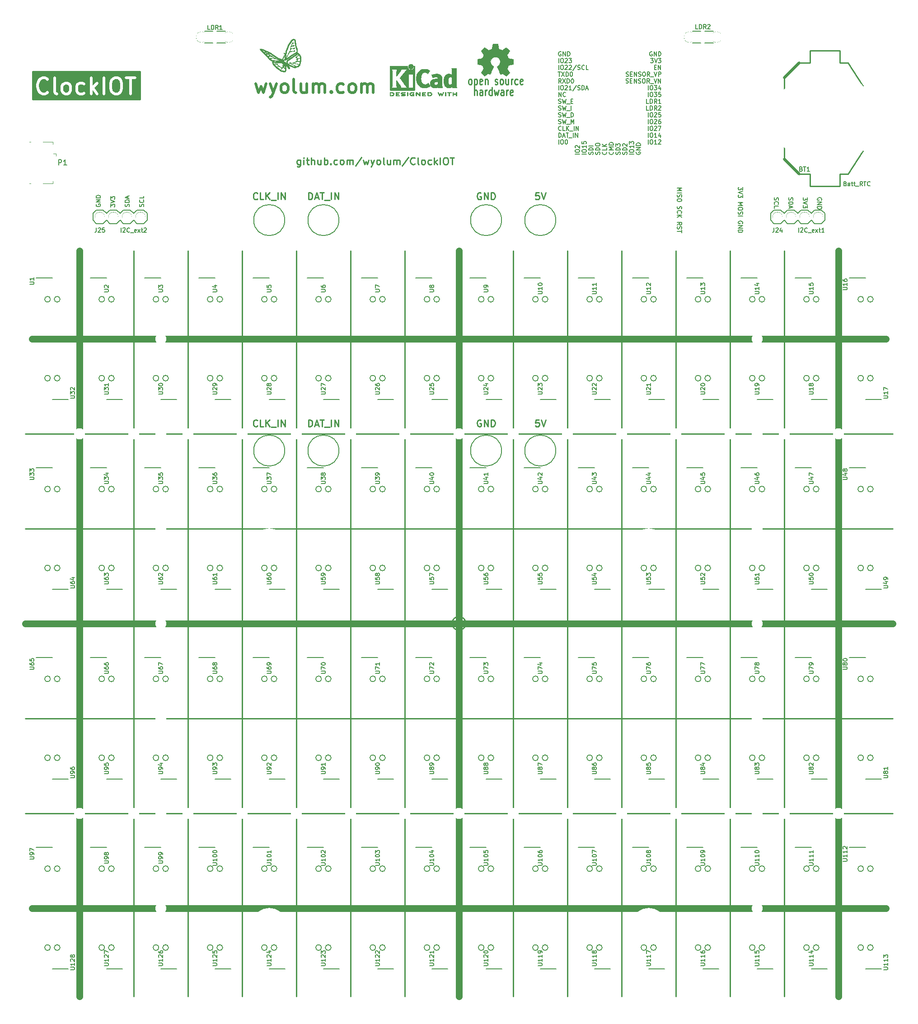
<source format=gto>
G04 #@! TF.GenerationSoftware,KiCad,Pcbnew,5.0.0-rc2-unknown-d03e92a~65~ubuntu16.04.1*
G04 #@! TF.CreationDate,2018-06-02T21:30:31+05:30*
G04 #@! TF.ProjectId,ClockIOT,436C6F636B494F542E6B696361645F70,rev 1*
G04 #@! TF.SameCoordinates,PX2fd7508PY2fd7508*
G04 #@! TF.FileFunction,Legend,Top*
G04 #@! TF.FilePolarity,Positive*
%FSLAX46Y46*%
G04 Gerber Fmt 4.6, Leading zero omitted, Abs format (unit mm)*
G04 Created by KiCad (PCBNEW 5.0.0-rc2-unknown-d03e92a~65~ubuntu16.04.1) date Sat Jun  2 21:30:31 2018*
%MOMM*%
%LPD*%
G01*
G04 APERTURE LIST*
%ADD10C,0.254000*%
%ADD11C,0.150000*%
%ADD12C,0.508000*%
%ADD13C,1.270000*%
%ADD14C,0.152400*%
%ADD15C,0.120000*%
%ADD16C,0.002540*%
%ADD17C,0.010000*%
%ADD18C,0.200000*%
%ADD19C,0.127000*%
%ADD20C,0.500000*%
%ADD21C,18.796000*%
%ADD22R,5.080000X2.794000*%
%ADD23C,2.000000*%
%ADD24R,1.300480X1.498600*%
%ADD25C,1.270000*%
%ADD26R,1.900000X1.500000*%
%ADD27C,1.450000*%
%ADD28R,1.350000X0.400000*%
%ADD29O,1.900000X1.200000*%
%ADD30R,1.900000X1.200000*%
%ADD31C,0.800000*%
%ADD32C,6.400000*%
%ADD33C,3.200000*%
%ADD34C,1.600000*%
%ADD35C,5.200000*%
%ADD36C,1.524000*%
%ADD37R,1.524000X1.524000*%
%ADD38C,1.800000*%
%ADD39O,1.000000X2.000000*%
%ADD40O,2.000000X1.000000*%
%ADD41C,0.508000*%
%ADD42R,2.000000X2.000000*%
%ADD43O,2.000000X2.000000*%
%ADD44R,1.400000X1.400000*%
%ADD45C,2.082800*%
G04 APERTURE END LIST*
D10*
X96278095Y-32959523D02*
X95673333Y-32959523D01*
X95612857Y-33564285D01*
X95673333Y-33503809D01*
X95794285Y-33443333D01*
X96096666Y-33443333D01*
X96217619Y-33503809D01*
X96278095Y-33564285D01*
X96338571Y-33685238D01*
X96338571Y-33987619D01*
X96278095Y-34108571D01*
X96217619Y-34169047D01*
X96096666Y-34229523D01*
X95794285Y-34229523D01*
X95673333Y-34169047D01*
X95612857Y-34108571D01*
X96701428Y-32959523D02*
X97124761Y-34229523D01*
X97548095Y-32959523D01*
X53067857Y-34229523D02*
X53067857Y-32959523D01*
X53370238Y-32959523D01*
X53551666Y-33020000D01*
X53672619Y-33140952D01*
X53733095Y-33261904D01*
X53793571Y-33503809D01*
X53793571Y-33685238D01*
X53733095Y-33927142D01*
X53672619Y-34048095D01*
X53551666Y-34169047D01*
X53370238Y-34229523D01*
X53067857Y-34229523D01*
X54277380Y-33866666D02*
X54882142Y-33866666D01*
X54156428Y-34229523D02*
X54579761Y-32959523D01*
X55003095Y-34229523D01*
X55245000Y-32959523D02*
X55970714Y-32959523D01*
X55607857Y-34229523D02*
X55607857Y-32959523D01*
X56091666Y-34350476D02*
X57059285Y-34350476D01*
X57361666Y-34229523D02*
X57361666Y-32959523D01*
X57966428Y-34229523D02*
X57966428Y-32959523D01*
X58692142Y-34229523D01*
X58692142Y-32959523D01*
X85392380Y-33020000D02*
X85271428Y-32959523D01*
X85090000Y-32959523D01*
X84908571Y-33020000D01*
X84787619Y-33140952D01*
X84727142Y-33261904D01*
X84666666Y-33503809D01*
X84666666Y-33685238D01*
X84727142Y-33927142D01*
X84787619Y-34048095D01*
X84908571Y-34169047D01*
X85090000Y-34229523D01*
X85210952Y-34229523D01*
X85392380Y-34169047D01*
X85452857Y-34108571D01*
X85452857Y-33685238D01*
X85210952Y-33685238D01*
X85997142Y-34229523D02*
X85997142Y-32959523D01*
X86722857Y-34229523D01*
X86722857Y-32959523D01*
X87327619Y-34229523D02*
X87327619Y-32959523D01*
X87630000Y-32959523D01*
X87811428Y-33020000D01*
X87932380Y-33140952D01*
X87992857Y-33261904D01*
X88053333Y-33503809D01*
X88053333Y-33685238D01*
X87992857Y-33927142D01*
X87932380Y-34048095D01*
X87811428Y-34169047D01*
X87630000Y-34229523D01*
X87327619Y-34229523D01*
X43512619Y-34108571D02*
X43452142Y-34169047D01*
X43270714Y-34229523D01*
X43149761Y-34229523D01*
X42968333Y-34169047D01*
X42847380Y-34048095D01*
X42786904Y-33927142D01*
X42726428Y-33685238D01*
X42726428Y-33503809D01*
X42786904Y-33261904D01*
X42847380Y-33140952D01*
X42968333Y-33020000D01*
X43149761Y-32959523D01*
X43270714Y-32959523D01*
X43452142Y-33020000D01*
X43512619Y-33080476D01*
X44661666Y-34229523D02*
X44056904Y-34229523D01*
X44056904Y-32959523D01*
X45085000Y-34229523D02*
X45085000Y-32959523D01*
X45810714Y-34229523D02*
X45266428Y-33503809D01*
X45810714Y-32959523D02*
X45085000Y-33685238D01*
X46052619Y-34350476D02*
X47020238Y-34350476D01*
X47322619Y-34229523D02*
X47322619Y-32959523D01*
X47927380Y-34229523D02*
X47927380Y-32959523D01*
X48653095Y-34229523D01*
X48653095Y-32959523D01*
D11*
X100402023Y-6585000D02*
X100325833Y-6546904D01*
X100211547Y-6546904D01*
X100097261Y-6585000D01*
X100021071Y-6661190D01*
X99982976Y-6737380D01*
X99944880Y-6889761D01*
X99944880Y-7004047D01*
X99982976Y-7156428D01*
X100021071Y-7232619D01*
X100097261Y-7308809D01*
X100211547Y-7346904D01*
X100287738Y-7346904D01*
X100402023Y-7308809D01*
X100440119Y-7270714D01*
X100440119Y-7004047D01*
X100287738Y-7004047D01*
X100782976Y-7346904D02*
X100782976Y-6546904D01*
X101240119Y-7346904D01*
X101240119Y-6546904D01*
X101621071Y-7346904D02*
X101621071Y-6546904D01*
X101811547Y-6546904D01*
X101925833Y-6585000D01*
X102002023Y-6661190D01*
X102040119Y-6737380D01*
X102078214Y-6889761D01*
X102078214Y-7004047D01*
X102040119Y-7156428D01*
X102002023Y-7232619D01*
X101925833Y-7308809D01*
X101811547Y-7346904D01*
X101621071Y-7346904D01*
X99868690Y-10356904D02*
X100325833Y-10356904D01*
X100097261Y-11156904D02*
X100097261Y-10356904D01*
X100516309Y-10356904D02*
X101049642Y-11156904D01*
X101049642Y-10356904D02*
X100516309Y-11156904D01*
X101354404Y-11156904D02*
X101354404Y-10356904D01*
X101544880Y-10356904D01*
X101659166Y-10395000D01*
X101735357Y-10471190D01*
X101773452Y-10547380D01*
X101811547Y-10699761D01*
X101811547Y-10814047D01*
X101773452Y-10966428D01*
X101735357Y-11042619D01*
X101659166Y-11118809D01*
X101544880Y-11156904D01*
X101354404Y-11156904D01*
X102306785Y-10356904D02*
X102382976Y-10356904D01*
X102459166Y-10395000D01*
X102497261Y-10433095D01*
X102535357Y-10509285D01*
X102573452Y-10661666D01*
X102573452Y-10852142D01*
X102535357Y-11004523D01*
X102497261Y-11080714D01*
X102459166Y-11118809D01*
X102382976Y-11156904D01*
X102306785Y-11156904D01*
X102230595Y-11118809D01*
X102192500Y-11080714D01*
X102154404Y-11004523D01*
X102116309Y-10852142D01*
X102116309Y-10661666D01*
X102154404Y-10509285D01*
X102192500Y-10433095D01*
X102230595Y-10395000D01*
X102306785Y-10356904D01*
X100440119Y-12426904D02*
X100173452Y-12045952D01*
X99982976Y-12426904D02*
X99982976Y-11626904D01*
X100287738Y-11626904D01*
X100363928Y-11665000D01*
X100402023Y-11703095D01*
X100440119Y-11779285D01*
X100440119Y-11893571D01*
X100402023Y-11969761D01*
X100363928Y-12007857D01*
X100287738Y-12045952D01*
X99982976Y-12045952D01*
X100706785Y-11626904D02*
X101240119Y-12426904D01*
X101240119Y-11626904D02*
X100706785Y-12426904D01*
X101544880Y-12426904D02*
X101544880Y-11626904D01*
X101735357Y-11626904D01*
X101849642Y-11665000D01*
X101925833Y-11741190D01*
X101963928Y-11817380D01*
X102002023Y-11969761D01*
X102002023Y-12084047D01*
X101963928Y-12236428D01*
X101925833Y-12312619D01*
X101849642Y-12388809D01*
X101735357Y-12426904D01*
X101544880Y-12426904D01*
X102497261Y-11626904D02*
X102573452Y-11626904D01*
X102649642Y-11665000D01*
X102687738Y-11703095D01*
X102725833Y-11779285D01*
X102763928Y-11931666D01*
X102763928Y-12122142D01*
X102725833Y-12274523D01*
X102687738Y-12350714D01*
X102649642Y-12388809D01*
X102573452Y-12426904D01*
X102497261Y-12426904D01*
X102421071Y-12388809D01*
X102382976Y-12350714D01*
X102344880Y-12274523D01*
X102306785Y-12122142D01*
X102306785Y-11931666D01*
X102344880Y-11779285D01*
X102382976Y-11703095D01*
X102421071Y-11665000D01*
X102497261Y-11626904D01*
X99944880Y-16198809D02*
X100059166Y-16236904D01*
X100249642Y-16236904D01*
X100325833Y-16198809D01*
X100363928Y-16160714D01*
X100402023Y-16084523D01*
X100402023Y-16008333D01*
X100363928Y-15932142D01*
X100325833Y-15894047D01*
X100249642Y-15855952D01*
X100097261Y-15817857D01*
X100021071Y-15779761D01*
X99982976Y-15741666D01*
X99944880Y-15665476D01*
X99944880Y-15589285D01*
X99982976Y-15513095D01*
X100021071Y-15475000D01*
X100097261Y-15436904D01*
X100287738Y-15436904D01*
X100402023Y-15475000D01*
X100668690Y-15436904D02*
X100859166Y-16236904D01*
X101011547Y-15665476D01*
X101163928Y-16236904D01*
X101354404Y-15436904D01*
X101468690Y-16313095D02*
X102078214Y-16313095D01*
X102268690Y-15817857D02*
X102535357Y-15817857D01*
X102649642Y-16236904D02*
X102268690Y-16236904D01*
X102268690Y-15436904D01*
X102649642Y-15436904D01*
X99944880Y-17468809D02*
X100059166Y-17506904D01*
X100249642Y-17506904D01*
X100325833Y-17468809D01*
X100363928Y-17430714D01*
X100402023Y-17354523D01*
X100402023Y-17278333D01*
X100363928Y-17202142D01*
X100325833Y-17164047D01*
X100249642Y-17125952D01*
X100097261Y-17087857D01*
X100021071Y-17049761D01*
X99982976Y-17011666D01*
X99944880Y-16935476D01*
X99944880Y-16859285D01*
X99982976Y-16783095D01*
X100021071Y-16745000D01*
X100097261Y-16706904D01*
X100287738Y-16706904D01*
X100402023Y-16745000D01*
X100668690Y-16706904D02*
X100859166Y-17506904D01*
X101011547Y-16935476D01*
X101163928Y-17506904D01*
X101354404Y-16706904D01*
X101468690Y-17583095D02*
X102078214Y-17583095D01*
X102268690Y-17506904D02*
X102268690Y-16706904D01*
X99944880Y-18738809D02*
X100059166Y-18776904D01*
X100249642Y-18776904D01*
X100325833Y-18738809D01*
X100363928Y-18700714D01*
X100402023Y-18624523D01*
X100402023Y-18548333D01*
X100363928Y-18472142D01*
X100325833Y-18434047D01*
X100249642Y-18395952D01*
X100097261Y-18357857D01*
X100021071Y-18319761D01*
X99982976Y-18281666D01*
X99944880Y-18205476D01*
X99944880Y-18129285D01*
X99982976Y-18053095D01*
X100021071Y-18015000D01*
X100097261Y-17976904D01*
X100287738Y-17976904D01*
X100402023Y-18015000D01*
X100668690Y-17976904D02*
X100859166Y-18776904D01*
X101011547Y-18205476D01*
X101163928Y-18776904D01*
X101354404Y-17976904D01*
X101468690Y-18853095D02*
X102078214Y-18853095D01*
X102268690Y-18776904D02*
X102268690Y-17976904D01*
X102459166Y-17976904D01*
X102573452Y-18015000D01*
X102649642Y-18091190D01*
X102687738Y-18167380D01*
X102725833Y-18319761D01*
X102725833Y-18434047D01*
X102687738Y-18586428D01*
X102649642Y-18662619D01*
X102573452Y-18738809D01*
X102459166Y-18776904D01*
X102268690Y-18776904D01*
X99944880Y-20008809D02*
X100059166Y-20046904D01*
X100249642Y-20046904D01*
X100325833Y-20008809D01*
X100363928Y-19970714D01*
X100402023Y-19894523D01*
X100402023Y-19818333D01*
X100363928Y-19742142D01*
X100325833Y-19704047D01*
X100249642Y-19665952D01*
X100097261Y-19627857D01*
X100021071Y-19589761D01*
X99982976Y-19551666D01*
X99944880Y-19475476D01*
X99944880Y-19399285D01*
X99982976Y-19323095D01*
X100021071Y-19285000D01*
X100097261Y-19246904D01*
X100287738Y-19246904D01*
X100402023Y-19285000D01*
X100668690Y-19246904D02*
X100859166Y-20046904D01*
X101011547Y-19475476D01*
X101163928Y-20046904D01*
X101354404Y-19246904D01*
X101468690Y-20123095D02*
X102078214Y-20123095D01*
X102268690Y-20046904D02*
X102268690Y-19246904D01*
X102535357Y-19818333D01*
X102802023Y-19246904D01*
X102802023Y-20046904D01*
X100440119Y-21240714D02*
X100402023Y-21278809D01*
X100287738Y-21316904D01*
X100211547Y-21316904D01*
X100097261Y-21278809D01*
X100021071Y-21202619D01*
X99982976Y-21126428D01*
X99944880Y-20974047D01*
X99944880Y-20859761D01*
X99982976Y-20707380D01*
X100021071Y-20631190D01*
X100097261Y-20555000D01*
X100211547Y-20516904D01*
X100287738Y-20516904D01*
X100402023Y-20555000D01*
X100440119Y-20593095D01*
X101163928Y-21316904D02*
X100782976Y-21316904D01*
X100782976Y-20516904D01*
X101430595Y-21316904D02*
X101430595Y-20516904D01*
X101887738Y-21316904D02*
X101544880Y-20859761D01*
X101887738Y-20516904D02*
X101430595Y-20974047D01*
X102040119Y-21393095D02*
X102649642Y-21393095D01*
X102840119Y-21316904D02*
X102840119Y-20516904D01*
X103221071Y-21316904D02*
X103221071Y-20516904D01*
X103678214Y-21316904D01*
X103678214Y-20516904D01*
X99982976Y-22586904D02*
X99982976Y-21786904D01*
X100173452Y-21786904D01*
X100287738Y-21825000D01*
X100363928Y-21901190D01*
X100402023Y-21977380D01*
X100440119Y-22129761D01*
X100440119Y-22244047D01*
X100402023Y-22396428D01*
X100363928Y-22472619D01*
X100287738Y-22548809D01*
X100173452Y-22586904D01*
X99982976Y-22586904D01*
X100744880Y-22358333D02*
X101125833Y-22358333D01*
X100668690Y-22586904D02*
X100935357Y-21786904D01*
X101202023Y-22586904D01*
X101354404Y-21786904D02*
X101811547Y-21786904D01*
X101582976Y-22586904D02*
X101582976Y-21786904D01*
X101887738Y-22663095D02*
X102497261Y-22663095D01*
X102687738Y-22586904D02*
X102687738Y-21786904D01*
X103068690Y-22586904D02*
X103068690Y-21786904D01*
X103525833Y-22586904D01*
X103525833Y-21786904D01*
X99982976Y-23856904D02*
X99982976Y-23056904D01*
X100516309Y-23056904D02*
X100668690Y-23056904D01*
X100744880Y-23095000D01*
X100821071Y-23171190D01*
X100859166Y-23323571D01*
X100859166Y-23590238D01*
X100821071Y-23742619D01*
X100744880Y-23818809D01*
X100668690Y-23856904D01*
X100516309Y-23856904D01*
X100440119Y-23818809D01*
X100363928Y-23742619D01*
X100325833Y-23590238D01*
X100325833Y-23323571D01*
X100363928Y-23171190D01*
X100440119Y-23095000D01*
X100516309Y-23056904D01*
X101354404Y-23056904D02*
X101430595Y-23056904D01*
X101506785Y-23095000D01*
X101544880Y-23133095D01*
X101582976Y-23209285D01*
X101621071Y-23361666D01*
X101621071Y-23552142D01*
X101582976Y-23704523D01*
X101544880Y-23780714D01*
X101506785Y-23818809D01*
X101430595Y-23856904D01*
X101354404Y-23856904D01*
X101278214Y-23818809D01*
X101240119Y-23780714D01*
X101202023Y-23704523D01*
X101163928Y-23552142D01*
X101163928Y-23361666D01*
X101202023Y-23209285D01*
X101240119Y-23133095D01*
X101278214Y-23095000D01*
X101354404Y-23056904D01*
X105136904Y-25747023D02*
X104336904Y-25747023D01*
X104336904Y-25213690D02*
X104336904Y-25061309D01*
X104375000Y-24985119D01*
X104451190Y-24908928D01*
X104603571Y-24870833D01*
X104870238Y-24870833D01*
X105022619Y-24908928D01*
X105098809Y-24985119D01*
X105136904Y-25061309D01*
X105136904Y-25213690D01*
X105098809Y-25289880D01*
X105022619Y-25366071D01*
X104870238Y-25404166D01*
X104603571Y-25404166D01*
X104451190Y-25366071D01*
X104375000Y-25289880D01*
X104336904Y-25213690D01*
X105136904Y-24108928D02*
X105136904Y-24566071D01*
X105136904Y-24337500D02*
X104336904Y-24337500D01*
X104451190Y-24413690D01*
X104527380Y-24489880D01*
X104565476Y-24566071D01*
X104336904Y-23385119D02*
X104336904Y-23766071D01*
X104717857Y-23804166D01*
X104679761Y-23766071D01*
X104641666Y-23689880D01*
X104641666Y-23499404D01*
X104679761Y-23423214D01*
X104717857Y-23385119D01*
X104794047Y-23347023D01*
X104984523Y-23347023D01*
X105060714Y-23385119D01*
X105098809Y-23423214D01*
X105136904Y-23499404D01*
X105136904Y-23689880D01*
X105098809Y-23766071D01*
X105060714Y-23804166D01*
X114026904Y-25747023D02*
X113226904Y-25747023D01*
X113226904Y-25213690D02*
X113226904Y-25061309D01*
X113265000Y-24985119D01*
X113341190Y-24908928D01*
X113493571Y-24870833D01*
X113760238Y-24870833D01*
X113912619Y-24908928D01*
X113988809Y-24985119D01*
X114026904Y-25061309D01*
X114026904Y-25213690D01*
X113988809Y-25289880D01*
X113912619Y-25366071D01*
X113760238Y-25404166D01*
X113493571Y-25404166D01*
X113341190Y-25366071D01*
X113265000Y-25289880D01*
X113226904Y-25213690D01*
X114026904Y-24108928D02*
X114026904Y-24566071D01*
X114026904Y-24337500D02*
X113226904Y-24337500D01*
X113341190Y-24413690D01*
X113417380Y-24489880D01*
X113455476Y-24566071D01*
X113226904Y-23842261D02*
X113226904Y-23347023D01*
X113531666Y-23613690D01*
X113531666Y-23499404D01*
X113569761Y-23423214D01*
X113607857Y-23385119D01*
X113684047Y-23347023D01*
X113874523Y-23347023D01*
X113950714Y-23385119D01*
X113988809Y-23423214D01*
X114026904Y-23499404D01*
X114026904Y-23727976D01*
X113988809Y-23804166D01*
X113950714Y-23842261D01*
X114535000Y-25327976D02*
X114496904Y-25404166D01*
X114496904Y-25518452D01*
X114535000Y-25632738D01*
X114611190Y-25708928D01*
X114687380Y-25747023D01*
X114839761Y-25785119D01*
X114954047Y-25785119D01*
X115106428Y-25747023D01*
X115182619Y-25708928D01*
X115258809Y-25632738D01*
X115296904Y-25518452D01*
X115296904Y-25442261D01*
X115258809Y-25327976D01*
X115220714Y-25289880D01*
X114954047Y-25289880D01*
X114954047Y-25442261D01*
X115296904Y-24947023D02*
X114496904Y-24947023D01*
X115296904Y-24489880D01*
X114496904Y-24489880D01*
X115296904Y-24108928D02*
X114496904Y-24108928D01*
X114496904Y-23918452D01*
X114535000Y-23804166D01*
X114611190Y-23727976D01*
X114687380Y-23689880D01*
X114839761Y-23651785D01*
X114954047Y-23651785D01*
X115106428Y-23689880D01*
X115182619Y-23727976D01*
X115258809Y-23804166D01*
X115296904Y-23918452D01*
X115296904Y-24108928D01*
X116730119Y-20046904D02*
X116730119Y-19246904D01*
X117263452Y-19246904D02*
X117415833Y-19246904D01*
X117492023Y-19285000D01*
X117568214Y-19361190D01*
X117606309Y-19513571D01*
X117606309Y-19780238D01*
X117568214Y-19932619D01*
X117492023Y-20008809D01*
X117415833Y-20046904D01*
X117263452Y-20046904D01*
X117187261Y-20008809D01*
X117111071Y-19932619D01*
X117072976Y-19780238D01*
X117072976Y-19513571D01*
X117111071Y-19361190D01*
X117187261Y-19285000D01*
X117263452Y-19246904D01*
X117911071Y-19323095D02*
X117949166Y-19285000D01*
X118025357Y-19246904D01*
X118215833Y-19246904D01*
X118292023Y-19285000D01*
X118330119Y-19323095D01*
X118368214Y-19399285D01*
X118368214Y-19475476D01*
X118330119Y-19589761D01*
X117872976Y-20046904D01*
X118368214Y-20046904D01*
X119053928Y-19246904D02*
X118901547Y-19246904D01*
X118825357Y-19285000D01*
X118787261Y-19323095D01*
X118711071Y-19437380D01*
X118672976Y-19589761D01*
X118672976Y-19894523D01*
X118711071Y-19970714D01*
X118749166Y-20008809D01*
X118825357Y-20046904D01*
X118977738Y-20046904D01*
X119053928Y-20008809D01*
X119092023Y-19970714D01*
X119130119Y-19894523D01*
X119130119Y-19704047D01*
X119092023Y-19627857D01*
X119053928Y-19589761D01*
X118977738Y-19551666D01*
X118825357Y-19551666D01*
X118749166Y-19589761D01*
X118711071Y-19627857D01*
X118672976Y-19704047D01*
X116730119Y-18776904D02*
X116730119Y-17976904D01*
X117263452Y-17976904D02*
X117415833Y-17976904D01*
X117492023Y-18015000D01*
X117568214Y-18091190D01*
X117606309Y-18243571D01*
X117606309Y-18510238D01*
X117568214Y-18662619D01*
X117492023Y-18738809D01*
X117415833Y-18776904D01*
X117263452Y-18776904D01*
X117187261Y-18738809D01*
X117111071Y-18662619D01*
X117072976Y-18510238D01*
X117072976Y-18243571D01*
X117111071Y-18091190D01*
X117187261Y-18015000D01*
X117263452Y-17976904D01*
X117911071Y-18053095D02*
X117949166Y-18015000D01*
X118025357Y-17976904D01*
X118215833Y-17976904D01*
X118292023Y-18015000D01*
X118330119Y-18053095D01*
X118368214Y-18129285D01*
X118368214Y-18205476D01*
X118330119Y-18319761D01*
X117872976Y-18776904D01*
X118368214Y-18776904D01*
X119092023Y-17976904D02*
X118711071Y-17976904D01*
X118672976Y-18357857D01*
X118711071Y-18319761D01*
X118787261Y-18281666D01*
X118977738Y-18281666D01*
X119053928Y-18319761D01*
X119092023Y-18357857D01*
X119130119Y-18434047D01*
X119130119Y-18624523D01*
X119092023Y-18700714D01*
X119053928Y-18738809D01*
X118977738Y-18776904D01*
X118787261Y-18776904D01*
X118711071Y-18738809D01*
X118672976Y-18700714D01*
X116844404Y-17506904D02*
X116463452Y-17506904D01*
X116463452Y-16706904D01*
X117111071Y-17506904D02*
X117111071Y-16706904D01*
X117301547Y-16706904D01*
X117415833Y-16745000D01*
X117492023Y-16821190D01*
X117530119Y-16897380D01*
X117568214Y-17049761D01*
X117568214Y-17164047D01*
X117530119Y-17316428D01*
X117492023Y-17392619D01*
X117415833Y-17468809D01*
X117301547Y-17506904D01*
X117111071Y-17506904D01*
X118368214Y-17506904D02*
X118101547Y-17125952D01*
X117911071Y-17506904D02*
X117911071Y-16706904D01*
X118215833Y-16706904D01*
X118292023Y-16745000D01*
X118330119Y-16783095D01*
X118368214Y-16859285D01*
X118368214Y-16973571D01*
X118330119Y-17049761D01*
X118292023Y-17087857D01*
X118215833Y-17125952D01*
X117911071Y-17125952D01*
X118672976Y-16783095D02*
X118711071Y-16745000D01*
X118787261Y-16706904D01*
X118977738Y-16706904D01*
X119053928Y-16745000D01*
X119092023Y-16783095D01*
X119130119Y-16859285D01*
X119130119Y-16935476D01*
X119092023Y-17049761D01*
X118634880Y-17506904D01*
X119130119Y-17506904D01*
X116844404Y-16236904D02*
X116463452Y-16236904D01*
X116463452Y-15436904D01*
X117111071Y-16236904D02*
X117111071Y-15436904D01*
X117301547Y-15436904D01*
X117415833Y-15475000D01*
X117492023Y-15551190D01*
X117530119Y-15627380D01*
X117568214Y-15779761D01*
X117568214Y-15894047D01*
X117530119Y-16046428D01*
X117492023Y-16122619D01*
X117415833Y-16198809D01*
X117301547Y-16236904D01*
X117111071Y-16236904D01*
X118368214Y-16236904D02*
X118101547Y-15855952D01*
X117911071Y-16236904D02*
X117911071Y-15436904D01*
X118215833Y-15436904D01*
X118292023Y-15475000D01*
X118330119Y-15513095D01*
X118368214Y-15589285D01*
X118368214Y-15703571D01*
X118330119Y-15779761D01*
X118292023Y-15817857D01*
X118215833Y-15855952D01*
X117911071Y-15855952D01*
X119130119Y-16236904D02*
X118672976Y-16236904D01*
X118901547Y-16236904D02*
X118901547Y-15436904D01*
X118825357Y-15551190D01*
X118749166Y-15627380D01*
X118672976Y-15665476D01*
X116730119Y-14966904D02*
X116730119Y-14166904D01*
X117263452Y-14166904D02*
X117415833Y-14166904D01*
X117492023Y-14205000D01*
X117568214Y-14281190D01*
X117606309Y-14433571D01*
X117606309Y-14700238D01*
X117568214Y-14852619D01*
X117492023Y-14928809D01*
X117415833Y-14966904D01*
X117263452Y-14966904D01*
X117187261Y-14928809D01*
X117111071Y-14852619D01*
X117072976Y-14700238D01*
X117072976Y-14433571D01*
X117111071Y-14281190D01*
X117187261Y-14205000D01*
X117263452Y-14166904D01*
X117872976Y-14166904D02*
X118368214Y-14166904D01*
X118101547Y-14471666D01*
X118215833Y-14471666D01*
X118292023Y-14509761D01*
X118330119Y-14547857D01*
X118368214Y-14624047D01*
X118368214Y-14814523D01*
X118330119Y-14890714D01*
X118292023Y-14928809D01*
X118215833Y-14966904D01*
X117987261Y-14966904D01*
X117911071Y-14928809D01*
X117872976Y-14890714D01*
X119092023Y-14166904D02*
X118711071Y-14166904D01*
X118672976Y-14547857D01*
X118711071Y-14509761D01*
X118787261Y-14471666D01*
X118977738Y-14471666D01*
X119053928Y-14509761D01*
X119092023Y-14547857D01*
X119130119Y-14624047D01*
X119130119Y-14814523D01*
X119092023Y-14890714D01*
X119053928Y-14928809D01*
X118977738Y-14966904D01*
X118787261Y-14966904D01*
X118711071Y-14928809D01*
X118672976Y-14890714D01*
X116730119Y-13696904D02*
X116730119Y-12896904D01*
X117263452Y-12896904D02*
X117415833Y-12896904D01*
X117492023Y-12935000D01*
X117568214Y-13011190D01*
X117606309Y-13163571D01*
X117606309Y-13430238D01*
X117568214Y-13582619D01*
X117492023Y-13658809D01*
X117415833Y-13696904D01*
X117263452Y-13696904D01*
X117187261Y-13658809D01*
X117111071Y-13582619D01*
X117072976Y-13430238D01*
X117072976Y-13163571D01*
X117111071Y-13011190D01*
X117187261Y-12935000D01*
X117263452Y-12896904D01*
X117872976Y-12896904D02*
X118368214Y-12896904D01*
X118101547Y-13201666D01*
X118215833Y-13201666D01*
X118292023Y-13239761D01*
X118330119Y-13277857D01*
X118368214Y-13354047D01*
X118368214Y-13544523D01*
X118330119Y-13620714D01*
X118292023Y-13658809D01*
X118215833Y-13696904D01*
X117987261Y-13696904D01*
X117911071Y-13658809D01*
X117872976Y-13620714D01*
X119053928Y-13163571D02*
X119053928Y-13696904D01*
X118863452Y-12858809D02*
X118672976Y-13430238D01*
X119168214Y-13430238D01*
X117911071Y-9467857D02*
X118177738Y-9467857D01*
X118292023Y-9886904D02*
X117911071Y-9886904D01*
X117911071Y-9086904D01*
X118292023Y-9086904D01*
X118634880Y-9886904D02*
X118634880Y-9086904D01*
X119092023Y-9886904D01*
X119092023Y-9086904D01*
X117453928Y-6585000D02*
X117377738Y-6546904D01*
X117263452Y-6546904D01*
X117149166Y-6585000D01*
X117072976Y-6661190D01*
X117034880Y-6737380D01*
X116996785Y-6889761D01*
X116996785Y-7004047D01*
X117034880Y-7156428D01*
X117072976Y-7232619D01*
X117149166Y-7308809D01*
X117263452Y-7346904D01*
X117339642Y-7346904D01*
X117453928Y-7308809D01*
X117492023Y-7270714D01*
X117492023Y-7004047D01*
X117339642Y-7004047D01*
X117834880Y-7346904D02*
X117834880Y-6546904D01*
X118292023Y-7346904D01*
X118292023Y-6546904D01*
X118672976Y-7346904D02*
X118672976Y-6546904D01*
X118863452Y-6546904D01*
X118977738Y-6585000D01*
X119053928Y-6661190D01*
X119092023Y-6737380D01*
X119130119Y-6889761D01*
X119130119Y-7004047D01*
X119092023Y-7156428D01*
X119053928Y-7232619D01*
X118977738Y-7308809D01*
X118863452Y-7346904D01*
X118672976Y-7346904D01*
X117187261Y-7816904D02*
X117682500Y-7816904D01*
X117415833Y-8121666D01*
X117530119Y-8121666D01*
X117606309Y-8159761D01*
X117644404Y-8197857D01*
X117682500Y-8274047D01*
X117682500Y-8464523D01*
X117644404Y-8540714D01*
X117606309Y-8578809D01*
X117530119Y-8616904D01*
X117301547Y-8616904D01*
X117225357Y-8578809D01*
X117187261Y-8540714D01*
X117911071Y-7816904D02*
X118177738Y-8616904D01*
X118444404Y-7816904D01*
X118634880Y-7816904D02*
X119130119Y-7816904D01*
X118863452Y-8121666D01*
X118977738Y-8121666D01*
X119053928Y-8159761D01*
X119092023Y-8197857D01*
X119130119Y-8274047D01*
X119130119Y-8464523D01*
X119092023Y-8540714D01*
X119053928Y-8578809D01*
X118977738Y-8616904D01*
X118749166Y-8616904D01*
X118672976Y-8578809D01*
X118634880Y-8540714D01*
D12*
X43207380Y-12540714D02*
X43691190Y-14234047D01*
X44175000Y-13024523D01*
X44658809Y-14234047D01*
X45142619Y-12540714D01*
X45868333Y-12540714D02*
X46473095Y-14234047D01*
X47077857Y-12540714D02*
X46473095Y-14234047D01*
X46231190Y-14838809D01*
X46110238Y-14959761D01*
X45868333Y-15080714D01*
X48408333Y-14234047D02*
X48166428Y-14113095D01*
X48045476Y-13992142D01*
X47924523Y-13750238D01*
X47924523Y-13024523D01*
X48045476Y-12782619D01*
X48166428Y-12661666D01*
X48408333Y-12540714D01*
X48771190Y-12540714D01*
X49013095Y-12661666D01*
X49134047Y-12782619D01*
X49255000Y-13024523D01*
X49255000Y-13750238D01*
X49134047Y-13992142D01*
X49013095Y-14113095D01*
X48771190Y-14234047D01*
X48408333Y-14234047D01*
X50706428Y-14234047D02*
X50464523Y-14113095D01*
X50343571Y-13871190D01*
X50343571Y-11694047D01*
X52762619Y-12540714D02*
X52762619Y-14234047D01*
X51674047Y-12540714D02*
X51674047Y-13871190D01*
X51795000Y-14113095D01*
X52036904Y-14234047D01*
X52399761Y-14234047D01*
X52641666Y-14113095D01*
X52762619Y-13992142D01*
X53972142Y-14234047D02*
X53972142Y-12540714D01*
X53972142Y-12782619D02*
X54093095Y-12661666D01*
X54335000Y-12540714D01*
X54697857Y-12540714D01*
X54939761Y-12661666D01*
X55060714Y-12903571D01*
X55060714Y-14234047D01*
X55060714Y-12903571D02*
X55181666Y-12661666D01*
X55423571Y-12540714D01*
X55786428Y-12540714D01*
X56028333Y-12661666D01*
X56149285Y-12903571D01*
X56149285Y-14234047D01*
X57358809Y-13992142D02*
X57479761Y-14113095D01*
X57358809Y-14234047D01*
X57237857Y-14113095D01*
X57358809Y-13992142D01*
X57358809Y-14234047D01*
X59656904Y-14113095D02*
X59415000Y-14234047D01*
X58931190Y-14234047D01*
X58689285Y-14113095D01*
X58568333Y-13992142D01*
X58447380Y-13750238D01*
X58447380Y-13024523D01*
X58568333Y-12782619D01*
X58689285Y-12661666D01*
X58931190Y-12540714D01*
X59415000Y-12540714D01*
X59656904Y-12661666D01*
X61108333Y-14234047D02*
X60866428Y-14113095D01*
X60745476Y-13992142D01*
X60624523Y-13750238D01*
X60624523Y-13024523D01*
X60745476Y-12782619D01*
X60866428Y-12661666D01*
X61108333Y-12540714D01*
X61471190Y-12540714D01*
X61713095Y-12661666D01*
X61834047Y-12782619D01*
X61955000Y-13024523D01*
X61955000Y-13750238D01*
X61834047Y-13992142D01*
X61713095Y-14113095D01*
X61471190Y-14234047D01*
X61108333Y-14234047D01*
X63043571Y-14234047D02*
X63043571Y-12540714D01*
X63043571Y-12782619D02*
X63164523Y-12661666D01*
X63406428Y-12540714D01*
X63769285Y-12540714D01*
X64011190Y-12661666D01*
X64132142Y-12903571D01*
X64132142Y-14234047D01*
X64132142Y-12903571D02*
X64253095Y-12661666D01*
X64495000Y-12540714D01*
X64857857Y-12540714D01*
X65099761Y-12661666D01*
X65220714Y-12903571D01*
X65220714Y-14234047D01*
D10*
X83293642Y-12694428D02*
X83184785Y-12621857D01*
X83130357Y-12549285D01*
X83075928Y-12404142D01*
X83075928Y-11968714D01*
X83130357Y-11823571D01*
X83184785Y-11751000D01*
X83293642Y-11678428D01*
X83456928Y-11678428D01*
X83565785Y-11751000D01*
X83620214Y-11823571D01*
X83674642Y-11968714D01*
X83674642Y-12404142D01*
X83620214Y-12549285D01*
X83565785Y-12621857D01*
X83456928Y-12694428D01*
X83293642Y-12694428D01*
X84164500Y-11678428D02*
X84164500Y-13202428D01*
X84164500Y-11751000D02*
X84273357Y-11678428D01*
X84491071Y-11678428D01*
X84599928Y-11751000D01*
X84654357Y-11823571D01*
X84708785Y-11968714D01*
X84708785Y-12404142D01*
X84654357Y-12549285D01*
X84599928Y-12621857D01*
X84491071Y-12694428D01*
X84273357Y-12694428D01*
X84164500Y-12621857D01*
X85634071Y-12621857D02*
X85525214Y-12694428D01*
X85307500Y-12694428D01*
X85198642Y-12621857D01*
X85144214Y-12476714D01*
X85144214Y-11896142D01*
X85198642Y-11751000D01*
X85307500Y-11678428D01*
X85525214Y-11678428D01*
X85634071Y-11751000D01*
X85688500Y-11896142D01*
X85688500Y-12041285D01*
X85144214Y-12186428D01*
X86178357Y-11678428D02*
X86178357Y-12694428D01*
X86178357Y-11823571D02*
X86232785Y-11751000D01*
X86341642Y-11678428D01*
X86504928Y-11678428D01*
X86613785Y-11751000D01*
X86668214Y-11896142D01*
X86668214Y-12694428D01*
X88028928Y-12621857D02*
X88137785Y-12694428D01*
X88355500Y-12694428D01*
X88464357Y-12621857D01*
X88518785Y-12476714D01*
X88518785Y-12404142D01*
X88464357Y-12259000D01*
X88355500Y-12186428D01*
X88192214Y-12186428D01*
X88083357Y-12113857D01*
X88028928Y-11968714D01*
X88028928Y-11896142D01*
X88083357Y-11751000D01*
X88192214Y-11678428D01*
X88355500Y-11678428D01*
X88464357Y-11751000D01*
X89171928Y-12694428D02*
X89063071Y-12621857D01*
X89008642Y-12549285D01*
X88954214Y-12404142D01*
X88954214Y-11968714D01*
X89008642Y-11823571D01*
X89063071Y-11751000D01*
X89171928Y-11678428D01*
X89335214Y-11678428D01*
X89444071Y-11751000D01*
X89498500Y-11823571D01*
X89552928Y-11968714D01*
X89552928Y-12404142D01*
X89498500Y-12549285D01*
X89444071Y-12621857D01*
X89335214Y-12694428D01*
X89171928Y-12694428D01*
X90532642Y-11678428D02*
X90532642Y-12694428D01*
X90042785Y-11678428D02*
X90042785Y-12476714D01*
X90097214Y-12621857D01*
X90206071Y-12694428D01*
X90369357Y-12694428D01*
X90478214Y-12621857D01*
X90532642Y-12549285D01*
X91076928Y-12694428D02*
X91076928Y-11678428D01*
X91076928Y-11968714D02*
X91131357Y-11823571D01*
X91185785Y-11751000D01*
X91294642Y-11678428D01*
X91403500Y-11678428D01*
X92274357Y-12621857D02*
X92165500Y-12694428D01*
X91947785Y-12694428D01*
X91838928Y-12621857D01*
X91784500Y-12549285D01*
X91730071Y-12404142D01*
X91730071Y-11968714D01*
X91784500Y-11823571D01*
X91838928Y-11751000D01*
X91947785Y-11678428D01*
X92165500Y-11678428D01*
X92274357Y-11751000D01*
X93199642Y-12621857D02*
X93090785Y-12694428D01*
X92873071Y-12694428D01*
X92764214Y-12621857D01*
X92709785Y-12476714D01*
X92709785Y-11896142D01*
X92764214Y-11751000D01*
X92873071Y-11678428D01*
X93090785Y-11678428D01*
X93199642Y-11751000D01*
X93254071Y-11896142D01*
X93254071Y-12041285D01*
X92709785Y-12186428D01*
X84166314Y-14751828D02*
X84166314Y-13227828D01*
X84656171Y-14751828D02*
X84656171Y-13953542D01*
X84601742Y-13808400D01*
X84492885Y-13735828D01*
X84329600Y-13735828D01*
X84220742Y-13808400D01*
X84166314Y-13880971D01*
X85690314Y-14751828D02*
X85690314Y-13953542D01*
X85635885Y-13808400D01*
X85527028Y-13735828D01*
X85309314Y-13735828D01*
X85200457Y-13808400D01*
X85690314Y-14679257D02*
X85581457Y-14751828D01*
X85309314Y-14751828D01*
X85200457Y-14679257D01*
X85146028Y-14534114D01*
X85146028Y-14388971D01*
X85200457Y-14243828D01*
X85309314Y-14171257D01*
X85581457Y-14171257D01*
X85690314Y-14098685D01*
X86234600Y-14751828D02*
X86234600Y-13735828D01*
X86234600Y-14026114D02*
X86289028Y-13880971D01*
X86343457Y-13808400D01*
X86452314Y-13735828D01*
X86561171Y-13735828D01*
X87432028Y-14751828D02*
X87432028Y-13227828D01*
X87432028Y-14679257D02*
X87323171Y-14751828D01*
X87105457Y-14751828D01*
X86996600Y-14679257D01*
X86942171Y-14606685D01*
X86887742Y-14461542D01*
X86887742Y-14026114D01*
X86942171Y-13880971D01*
X86996600Y-13808400D01*
X87105457Y-13735828D01*
X87323171Y-13735828D01*
X87432028Y-13808400D01*
X87867457Y-13735828D02*
X88085171Y-14751828D01*
X88302885Y-14026114D01*
X88520600Y-14751828D01*
X88738314Y-13735828D01*
X89663600Y-14751828D02*
X89663600Y-13953542D01*
X89609171Y-13808400D01*
X89500314Y-13735828D01*
X89282600Y-13735828D01*
X89173742Y-13808400D01*
X89663600Y-14679257D02*
X89554742Y-14751828D01*
X89282600Y-14751828D01*
X89173742Y-14679257D01*
X89119314Y-14534114D01*
X89119314Y-14388971D01*
X89173742Y-14243828D01*
X89282600Y-14171257D01*
X89554742Y-14171257D01*
X89663600Y-14098685D01*
X90207885Y-14751828D02*
X90207885Y-13735828D01*
X90207885Y-14026114D02*
X90262314Y-13880971D01*
X90316742Y-13808400D01*
X90425600Y-13735828D01*
X90534457Y-13735828D01*
X91350885Y-14679257D02*
X91242028Y-14751828D01*
X91024314Y-14751828D01*
X90915457Y-14679257D01*
X90861028Y-14534114D01*
X90861028Y-13953542D01*
X90915457Y-13808400D01*
X91024314Y-13735828D01*
X91242028Y-13735828D01*
X91350885Y-13808400D01*
X91405314Y-13953542D01*
X91405314Y-14098685D01*
X90861028Y-14243828D01*
D11*
X99982976Y-8616904D02*
X99982976Y-7816904D01*
X100516309Y-7816904D02*
X100668690Y-7816904D01*
X100744880Y-7855000D01*
X100821071Y-7931190D01*
X100859166Y-8083571D01*
X100859166Y-8350238D01*
X100821071Y-8502619D01*
X100744880Y-8578809D01*
X100668690Y-8616904D01*
X100516309Y-8616904D01*
X100440119Y-8578809D01*
X100363928Y-8502619D01*
X100325833Y-8350238D01*
X100325833Y-8083571D01*
X100363928Y-7931190D01*
X100440119Y-7855000D01*
X100516309Y-7816904D01*
X101163928Y-7893095D02*
X101202023Y-7855000D01*
X101278214Y-7816904D01*
X101468690Y-7816904D01*
X101544880Y-7855000D01*
X101582976Y-7893095D01*
X101621071Y-7969285D01*
X101621071Y-8045476D01*
X101582976Y-8159761D01*
X101125833Y-8616904D01*
X101621071Y-8616904D01*
X101887738Y-7816904D02*
X102382976Y-7816904D01*
X102116309Y-8121666D01*
X102230595Y-8121666D01*
X102306785Y-8159761D01*
X102344880Y-8197857D01*
X102382976Y-8274047D01*
X102382976Y-8464523D01*
X102344880Y-8540714D01*
X102306785Y-8578809D01*
X102230595Y-8616904D01*
X102002023Y-8616904D01*
X101925833Y-8578809D01*
X101887738Y-8540714D01*
X99982976Y-9886904D02*
X99982976Y-9086904D01*
X100516309Y-9086904D02*
X100668690Y-9086904D01*
X100744880Y-9125000D01*
X100821071Y-9201190D01*
X100859166Y-9353571D01*
X100859166Y-9620238D01*
X100821071Y-9772619D01*
X100744880Y-9848809D01*
X100668690Y-9886904D01*
X100516309Y-9886904D01*
X100440119Y-9848809D01*
X100363928Y-9772619D01*
X100325833Y-9620238D01*
X100325833Y-9353571D01*
X100363928Y-9201190D01*
X100440119Y-9125000D01*
X100516309Y-9086904D01*
X101163928Y-9163095D02*
X101202023Y-9125000D01*
X101278214Y-9086904D01*
X101468690Y-9086904D01*
X101544880Y-9125000D01*
X101582976Y-9163095D01*
X101621071Y-9239285D01*
X101621071Y-9315476D01*
X101582976Y-9429761D01*
X101125833Y-9886904D01*
X101621071Y-9886904D01*
X101925833Y-9163095D02*
X101963928Y-9125000D01*
X102040119Y-9086904D01*
X102230595Y-9086904D01*
X102306785Y-9125000D01*
X102344880Y-9163095D01*
X102382976Y-9239285D01*
X102382976Y-9315476D01*
X102344880Y-9429761D01*
X101887738Y-9886904D01*
X102382976Y-9886904D01*
X103297261Y-9048809D02*
X102611547Y-10077380D01*
X103525833Y-9848809D02*
X103640119Y-9886904D01*
X103830595Y-9886904D01*
X103906785Y-9848809D01*
X103944880Y-9810714D01*
X103982976Y-9734523D01*
X103982976Y-9658333D01*
X103944880Y-9582142D01*
X103906785Y-9544047D01*
X103830595Y-9505952D01*
X103678214Y-9467857D01*
X103602023Y-9429761D01*
X103563928Y-9391666D01*
X103525833Y-9315476D01*
X103525833Y-9239285D01*
X103563928Y-9163095D01*
X103602023Y-9125000D01*
X103678214Y-9086904D01*
X103868690Y-9086904D01*
X103982976Y-9125000D01*
X104782976Y-9810714D02*
X104744880Y-9848809D01*
X104630595Y-9886904D01*
X104554404Y-9886904D01*
X104440119Y-9848809D01*
X104363928Y-9772619D01*
X104325833Y-9696428D01*
X104287738Y-9544047D01*
X104287738Y-9429761D01*
X104325833Y-9277380D01*
X104363928Y-9201190D01*
X104440119Y-9125000D01*
X104554404Y-9086904D01*
X104630595Y-9086904D01*
X104744880Y-9125000D01*
X104782976Y-9163095D01*
X105506785Y-9886904D02*
X105125833Y-9886904D01*
X105125833Y-9086904D01*
X112615833Y-11118809D02*
X112730119Y-11156904D01*
X112920595Y-11156904D01*
X112996785Y-11118809D01*
X113034880Y-11080714D01*
X113072976Y-11004523D01*
X113072976Y-10928333D01*
X113034880Y-10852142D01*
X112996785Y-10814047D01*
X112920595Y-10775952D01*
X112768214Y-10737857D01*
X112692023Y-10699761D01*
X112653928Y-10661666D01*
X112615833Y-10585476D01*
X112615833Y-10509285D01*
X112653928Y-10433095D01*
X112692023Y-10395000D01*
X112768214Y-10356904D01*
X112958690Y-10356904D01*
X113072976Y-10395000D01*
X113415833Y-10737857D02*
X113682500Y-10737857D01*
X113796785Y-11156904D02*
X113415833Y-11156904D01*
X113415833Y-10356904D01*
X113796785Y-10356904D01*
X114139642Y-11156904D02*
X114139642Y-10356904D01*
X114596785Y-11156904D01*
X114596785Y-10356904D01*
X114939642Y-11118809D02*
X115053928Y-11156904D01*
X115244404Y-11156904D01*
X115320595Y-11118809D01*
X115358690Y-11080714D01*
X115396785Y-11004523D01*
X115396785Y-10928333D01*
X115358690Y-10852142D01*
X115320595Y-10814047D01*
X115244404Y-10775952D01*
X115092023Y-10737857D01*
X115015833Y-10699761D01*
X114977738Y-10661666D01*
X114939642Y-10585476D01*
X114939642Y-10509285D01*
X114977738Y-10433095D01*
X115015833Y-10395000D01*
X115092023Y-10356904D01*
X115282500Y-10356904D01*
X115396785Y-10395000D01*
X115892023Y-10356904D02*
X116044404Y-10356904D01*
X116120595Y-10395000D01*
X116196785Y-10471190D01*
X116234880Y-10623571D01*
X116234880Y-10890238D01*
X116196785Y-11042619D01*
X116120595Y-11118809D01*
X116044404Y-11156904D01*
X115892023Y-11156904D01*
X115815833Y-11118809D01*
X115739642Y-11042619D01*
X115701547Y-10890238D01*
X115701547Y-10623571D01*
X115739642Y-10471190D01*
X115815833Y-10395000D01*
X115892023Y-10356904D01*
X117034880Y-11156904D02*
X116768214Y-10775952D01*
X116577738Y-11156904D02*
X116577738Y-10356904D01*
X116882500Y-10356904D01*
X116958690Y-10395000D01*
X116996785Y-10433095D01*
X117034880Y-10509285D01*
X117034880Y-10623571D01*
X116996785Y-10699761D01*
X116958690Y-10737857D01*
X116882500Y-10775952D01*
X116577738Y-10775952D01*
X117187261Y-11233095D02*
X117796785Y-11233095D01*
X117872976Y-10356904D02*
X118139642Y-11156904D01*
X118406309Y-10356904D01*
X118672976Y-11156904D02*
X118672976Y-10356904D01*
X118977738Y-10356904D01*
X119053928Y-10395000D01*
X119092023Y-10433095D01*
X119130119Y-10509285D01*
X119130119Y-10623571D01*
X119092023Y-10699761D01*
X119053928Y-10737857D01*
X118977738Y-10775952D01*
X118672976Y-10775952D01*
X112577738Y-12388809D02*
X112692023Y-12426904D01*
X112882500Y-12426904D01*
X112958690Y-12388809D01*
X112996785Y-12350714D01*
X113034880Y-12274523D01*
X113034880Y-12198333D01*
X112996785Y-12122142D01*
X112958690Y-12084047D01*
X112882500Y-12045952D01*
X112730119Y-12007857D01*
X112653928Y-11969761D01*
X112615833Y-11931666D01*
X112577738Y-11855476D01*
X112577738Y-11779285D01*
X112615833Y-11703095D01*
X112653928Y-11665000D01*
X112730119Y-11626904D01*
X112920595Y-11626904D01*
X113034880Y-11665000D01*
X113377738Y-12007857D02*
X113644404Y-12007857D01*
X113758690Y-12426904D02*
X113377738Y-12426904D01*
X113377738Y-11626904D01*
X113758690Y-11626904D01*
X114101547Y-12426904D02*
X114101547Y-11626904D01*
X114558690Y-12426904D01*
X114558690Y-11626904D01*
X114901547Y-12388809D02*
X115015833Y-12426904D01*
X115206309Y-12426904D01*
X115282500Y-12388809D01*
X115320595Y-12350714D01*
X115358690Y-12274523D01*
X115358690Y-12198333D01*
X115320595Y-12122142D01*
X115282500Y-12084047D01*
X115206309Y-12045952D01*
X115053928Y-12007857D01*
X114977738Y-11969761D01*
X114939642Y-11931666D01*
X114901547Y-11855476D01*
X114901547Y-11779285D01*
X114939642Y-11703095D01*
X114977738Y-11665000D01*
X115053928Y-11626904D01*
X115244404Y-11626904D01*
X115358690Y-11665000D01*
X115853928Y-11626904D02*
X116006309Y-11626904D01*
X116082500Y-11665000D01*
X116158690Y-11741190D01*
X116196785Y-11893571D01*
X116196785Y-12160238D01*
X116158690Y-12312619D01*
X116082500Y-12388809D01*
X116006309Y-12426904D01*
X115853928Y-12426904D01*
X115777738Y-12388809D01*
X115701547Y-12312619D01*
X115663452Y-12160238D01*
X115663452Y-11893571D01*
X115701547Y-11741190D01*
X115777738Y-11665000D01*
X115853928Y-11626904D01*
X116996785Y-12426904D02*
X116730119Y-12045952D01*
X116539642Y-12426904D02*
X116539642Y-11626904D01*
X116844404Y-11626904D01*
X116920595Y-11665000D01*
X116958690Y-11703095D01*
X116996785Y-11779285D01*
X116996785Y-11893571D01*
X116958690Y-11969761D01*
X116920595Y-12007857D01*
X116844404Y-12045952D01*
X116539642Y-12045952D01*
X117149166Y-12503095D02*
X117758690Y-12503095D01*
X117834880Y-11626904D02*
X118101547Y-12426904D01*
X118368214Y-11626904D01*
X118634880Y-12426904D02*
X118634880Y-11626904D01*
X119092023Y-12426904D01*
X119092023Y-11626904D01*
X116730119Y-21316904D02*
X116730119Y-20516904D01*
X117263452Y-20516904D02*
X117415833Y-20516904D01*
X117492023Y-20555000D01*
X117568214Y-20631190D01*
X117606309Y-20783571D01*
X117606309Y-21050238D01*
X117568214Y-21202619D01*
X117492023Y-21278809D01*
X117415833Y-21316904D01*
X117263452Y-21316904D01*
X117187261Y-21278809D01*
X117111071Y-21202619D01*
X117072976Y-21050238D01*
X117072976Y-20783571D01*
X117111071Y-20631190D01*
X117187261Y-20555000D01*
X117263452Y-20516904D01*
X117911071Y-20593095D02*
X117949166Y-20555000D01*
X118025357Y-20516904D01*
X118215833Y-20516904D01*
X118292023Y-20555000D01*
X118330119Y-20593095D01*
X118368214Y-20669285D01*
X118368214Y-20745476D01*
X118330119Y-20859761D01*
X117872976Y-21316904D01*
X118368214Y-21316904D01*
X118634880Y-20516904D02*
X119168214Y-20516904D01*
X118825357Y-21316904D01*
X116730119Y-22586904D02*
X116730119Y-21786904D01*
X117263452Y-21786904D02*
X117415833Y-21786904D01*
X117492023Y-21825000D01*
X117568214Y-21901190D01*
X117606309Y-22053571D01*
X117606309Y-22320238D01*
X117568214Y-22472619D01*
X117492023Y-22548809D01*
X117415833Y-22586904D01*
X117263452Y-22586904D01*
X117187261Y-22548809D01*
X117111071Y-22472619D01*
X117072976Y-22320238D01*
X117072976Y-22053571D01*
X117111071Y-21901190D01*
X117187261Y-21825000D01*
X117263452Y-21786904D01*
X118368214Y-22586904D02*
X117911071Y-22586904D01*
X118139642Y-22586904D02*
X118139642Y-21786904D01*
X118063452Y-21901190D01*
X117987261Y-21977380D01*
X117911071Y-22015476D01*
X119053928Y-22053571D02*
X119053928Y-22586904D01*
X118863452Y-21748809D02*
X118672976Y-22320238D01*
X119168214Y-22320238D01*
X116730119Y-23856904D02*
X116730119Y-23056904D01*
X117263452Y-23056904D02*
X117415833Y-23056904D01*
X117492023Y-23095000D01*
X117568214Y-23171190D01*
X117606309Y-23323571D01*
X117606309Y-23590238D01*
X117568214Y-23742619D01*
X117492023Y-23818809D01*
X117415833Y-23856904D01*
X117263452Y-23856904D01*
X117187261Y-23818809D01*
X117111071Y-23742619D01*
X117072976Y-23590238D01*
X117072976Y-23323571D01*
X117111071Y-23171190D01*
X117187261Y-23095000D01*
X117263452Y-23056904D01*
X118368214Y-23856904D02*
X117911071Y-23856904D01*
X118139642Y-23856904D02*
X118139642Y-23056904D01*
X118063452Y-23171190D01*
X117987261Y-23247380D01*
X117911071Y-23285476D01*
X118672976Y-23133095D02*
X118711071Y-23095000D01*
X118787261Y-23056904D01*
X118977738Y-23056904D01*
X119053928Y-23095000D01*
X119092023Y-23133095D01*
X119130119Y-23209285D01*
X119130119Y-23285476D01*
X119092023Y-23399761D01*
X118634880Y-23856904D01*
X119130119Y-23856904D01*
X112718809Y-25785119D02*
X112756904Y-25670833D01*
X112756904Y-25480357D01*
X112718809Y-25404166D01*
X112680714Y-25366071D01*
X112604523Y-25327976D01*
X112528333Y-25327976D01*
X112452142Y-25366071D01*
X112414047Y-25404166D01*
X112375952Y-25480357D01*
X112337857Y-25632738D01*
X112299761Y-25708928D01*
X112261666Y-25747023D01*
X112185476Y-25785119D01*
X112109285Y-25785119D01*
X112033095Y-25747023D01*
X111995000Y-25708928D01*
X111956904Y-25632738D01*
X111956904Y-25442261D01*
X111995000Y-25327976D01*
X112756904Y-24985119D02*
X111956904Y-24985119D01*
X111956904Y-24794642D01*
X111995000Y-24680357D01*
X112071190Y-24604166D01*
X112147380Y-24566071D01*
X112299761Y-24527976D01*
X112414047Y-24527976D01*
X112566428Y-24566071D01*
X112642619Y-24604166D01*
X112718809Y-24680357D01*
X112756904Y-24794642D01*
X112756904Y-24985119D01*
X112033095Y-24223214D02*
X111995000Y-24185119D01*
X111956904Y-24108928D01*
X111956904Y-23918452D01*
X111995000Y-23842261D01*
X112033095Y-23804166D01*
X112109285Y-23766071D01*
X112185476Y-23766071D01*
X112299761Y-23804166D01*
X112756904Y-24261309D01*
X112756904Y-23766071D01*
X111448809Y-25785119D02*
X111486904Y-25670833D01*
X111486904Y-25480357D01*
X111448809Y-25404166D01*
X111410714Y-25366071D01*
X111334523Y-25327976D01*
X111258333Y-25327976D01*
X111182142Y-25366071D01*
X111144047Y-25404166D01*
X111105952Y-25480357D01*
X111067857Y-25632738D01*
X111029761Y-25708928D01*
X110991666Y-25747023D01*
X110915476Y-25785119D01*
X110839285Y-25785119D01*
X110763095Y-25747023D01*
X110725000Y-25708928D01*
X110686904Y-25632738D01*
X110686904Y-25442261D01*
X110725000Y-25327976D01*
X111486904Y-24985119D02*
X110686904Y-24985119D01*
X110686904Y-24794642D01*
X110725000Y-24680357D01*
X110801190Y-24604166D01*
X110877380Y-24566071D01*
X111029761Y-24527976D01*
X111144047Y-24527976D01*
X111296428Y-24566071D01*
X111372619Y-24604166D01*
X111448809Y-24680357D01*
X111486904Y-24794642D01*
X111486904Y-24985119D01*
X110686904Y-24261309D02*
X110686904Y-23766071D01*
X110991666Y-24032738D01*
X110991666Y-23918452D01*
X111029761Y-23842261D01*
X111067857Y-23804166D01*
X111144047Y-23766071D01*
X111334523Y-23766071D01*
X111410714Y-23804166D01*
X111448809Y-23842261D01*
X111486904Y-23918452D01*
X111486904Y-24147023D01*
X111448809Y-24223214D01*
X111410714Y-24261309D01*
X110140714Y-25289880D02*
X110178809Y-25327976D01*
X110216904Y-25442261D01*
X110216904Y-25518452D01*
X110178809Y-25632738D01*
X110102619Y-25708928D01*
X110026428Y-25747023D01*
X109874047Y-25785119D01*
X109759761Y-25785119D01*
X109607380Y-25747023D01*
X109531190Y-25708928D01*
X109455000Y-25632738D01*
X109416904Y-25518452D01*
X109416904Y-25442261D01*
X109455000Y-25327976D01*
X109493095Y-25289880D01*
X110216904Y-24947023D02*
X109416904Y-24947023D01*
X109988333Y-24680357D01*
X109416904Y-24413690D01*
X110216904Y-24413690D01*
X110216904Y-24032738D02*
X109416904Y-24032738D01*
X109416904Y-23842261D01*
X109455000Y-23727976D01*
X109531190Y-23651785D01*
X109607380Y-23613690D01*
X109759761Y-23575595D01*
X109874047Y-23575595D01*
X110026428Y-23613690D01*
X110102619Y-23651785D01*
X110178809Y-23727976D01*
X110216904Y-23842261D01*
X110216904Y-24032738D01*
X108870714Y-25289880D02*
X108908809Y-25327976D01*
X108946904Y-25442261D01*
X108946904Y-25518452D01*
X108908809Y-25632738D01*
X108832619Y-25708928D01*
X108756428Y-25747023D01*
X108604047Y-25785119D01*
X108489761Y-25785119D01*
X108337380Y-25747023D01*
X108261190Y-25708928D01*
X108185000Y-25632738D01*
X108146904Y-25518452D01*
X108146904Y-25442261D01*
X108185000Y-25327976D01*
X108223095Y-25289880D01*
X108946904Y-24566071D02*
X108946904Y-24947023D01*
X108146904Y-24947023D01*
X108946904Y-24299404D02*
X108146904Y-24299404D01*
X108946904Y-23842261D02*
X108489761Y-24185119D01*
X108146904Y-23842261D02*
X108604047Y-24299404D01*
X107638809Y-25785119D02*
X107676904Y-25670833D01*
X107676904Y-25480357D01*
X107638809Y-25404166D01*
X107600714Y-25366071D01*
X107524523Y-25327976D01*
X107448333Y-25327976D01*
X107372142Y-25366071D01*
X107334047Y-25404166D01*
X107295952Y-25480357D01*
X107257857Y-25632738D01*
X107219761Y-25708928D01*
X107181666Y-25747023D01*
X107105476Y-25785119D01*
X107029285Y-25785119D01*
X106953095Y-25747023D01*
X106915000Y-25708928D01*
X106876904Y-25632738D01*
X106876904Y-25442261D01*
X106915000Y-25327976D01*
X107676904Y-24985119D02*
X106876904Y-24985119D01*
X106876904Y-24794642D01*
X106915000Y-24680357D01*
X106991190Y-24604166D01*
X107067380Y-24566071D01*
X107219761Y-24527976D01*
X107334047Y-24527976D01*
X107486428Y-24566071D01*
X107562619Y-24604166D01*
X107638809Y-24680357D01*
X107676904Y-24794642D01*
X107676904Y-24985119D01*
X106876904Y-24032738D02*
X106876904Y-23880357D01*
X106915000Y-23804166D01*
X106991190Y-23727976D01*
X107143571Y-23689880D01*
X107410238Y-23689880D01*
X107562619Y-23727976D01*
X107638809Y-23804166D01*
X107676904Y-23880357D01*
X107676904Y-24032738D01*
X107638809Y-24108928D01*
X107562619Y-24185119D01*
X107410238Y-24223214D01*
X107143571Y-24223214D01*
X106991190Y-24185119D01*
X106915000Y-24108928D01*
X106876904Y-24032738D01*
X106368809Y-25785119D02*
X106406904Y-25670833D01*
X106406904Y-25480357D01*
X106368809Y-25404166D01*
X106330714Y-25366071D01*
X106254523Y-25327976D01*
X106178333Y-25327976D01*
X106102142Y-25366071D01*
X106064047Y-25404166D01*
X106025952Y-25480357D01*
X105987857Y-25632738D01*
X105949761Y-25708928D01*
X105911666Y-25747023D01*
X105835476Y-25785119D01*
X105759285Y-25785119D01*
X105683095Y-25747023D01*
X105645000Y-25708928D01*
X105606904Y-25632738D01*
X105606904Y-25442261D01*
X105645000Y-25327976D01*
X106406904Y-24985119D02*
X105606904Y-24985119D01*
X105606904Y-24794642D01*
X105645000Y-24680357D01*
X105721190Y-24604166D01*
X105797380Y-24566071D01*
X105949761Y-24527976D01*
X106064047Y-24527976D01*
X106216428Y-24566071D01*
X106292619Y-24604166D01*
X106368809Y-24680357D01*
X106406904Y-24794642D01*
X106406904Y-24985119D01*
X106406904Y-24185119D02*
X105606904Y-24185119D01*
X103866904Y-25747023D02*
X103066904Y-25747023D01*
X103066904Y-25213690D02*
X103066904Y-25061309D01*
X103105000Y-24985119D01*
X103181190Y-24908928D01*
X103333571Y-24870833D01*
X103600238Y-24870833D01*
X103752619Y-24908928D01*
X103828809Y-24985119D01*
X103866904Y-25061309D01*
X103866904Y-25213690D01*
X103828809Y-25289880D01*
X103752619Y-25366071D01*
X103600238Y-25404166D01*
X103333571Y-25404166D01*
X103181190Y-25366071D01*
X103105000Y-25289880D01*
X103066904Y-25213690D01*
X103143095Y-24566071D02*
X103105000Y-24527976D01*
X103066904Y-24451785D01*
X103066904Y-24261309D01*
X103105000Y-24185119D01*
X103143095Y-24147023D01*
X103219285Y-24108928D01*
X103295476Y-24108928D01*
X103409761Y-24147023D01*
X103866904Y-24604166D01*
X103866904Y-24108928D01*
D10*
X51546057Y-26812857D02*
X51546057Y-27840952D01*
X51481952Y-27961904D01*
X51417847Y-28022380D01*
X51289638Y-28082857D01*
X51097323Y-28082857D01*
X50969114Y-28022380D01*
X51546057Y-27599047D02*
X51417847Y-27659523D01*
X51161428Y-27659523D01*
X51033219Y-27599047D01*
X50969114Y-27538571D01*
X50905009Y-27417619D01*
X50905009Y-27054761D01*
X50969114Y-26933809D01*
X51033219Y-26873333D01*
X51161428Y-26812857D01*
X51417847Y-26812857D01*
X51546057Y-26873333D01*
X52187104Y-27659523D02*
X52187104Y-26812857D01*
X52187104Y-26389523D02*
X52123000Y-26450000D01*
X52187104Y-26510476D01*
X52251209Y-26450000D01*
X52187104Y-26389523D01*
X52187104Y-26510476D01*
X52635838Y-26812857D02*
X53148676Y-26812857D01*
X52828152Y-26389523D02*
X52828152Y-27478095D01*
X52892257Y-27599047D01*
X53020466Y-27659523D01*
X53148676Y-27659523D01*
X53597409Y-27659523D02*
X53597409Y-26389523D01*
X54174352Y-27659523D02*
X54174352Y-26994285D01*
X54110247Y-26873333D01*
X53982038Y-26812857D01*
X53789723Y-26812857D01*
X53661514Y-26873333D01*
X53597409Y-26933809D01*
X55392342Y-26812857D02*
X55392342Y-27659523D01*
X54815400Y-26812857D02*
X54815400Y-27478095D01*
X54879504Y-27599047D01*
X55007714Y-27659523D01*
X55200028Y-27659523D01*
X55328238Y-27599047D01*
X55392342Y-27538571D01*
X56033390Y-27659523D02*
X56033390Y-26389523D01*
X56033390Y-26873333D02*
X56161600Y-26812857D01*
X56418019Y-26812857D01*
X56546228Y-26873333D01*
X56610333Y-26933809D01*
X56674438Y-27054761D01*
X56674438Y-27417619D01*
X56610333Y-27538571D01*
X56546228Y-27599047D01*
X56418019Y-27659523D01*
X56161600Y-27659523D01*
X56033390Y-27599047D01*
X57251380Y-27538571D02*
X57315485Y-27599047D01*
X57251380Y-27659523D01*
X57187276Y-27599047D01*
X57251380Y-27538571D01*
X57251380Y-27659523D01*
X58469371Y-27599047D02*
X58341161Y-27659523D01*
X58084742Y-27659523D01*
X57956533Y-27599047D01*
X57892428Y-27538571D01*
X57828323Y-27417619D01*
X57828323Y-27054761D01*
X57892428Y-26933809D01*
X57956533Y-26873333D01*
X58084742Y-26812857D01*
X58341161Y-26812857D01*
X58469371Y-26873333D01*
X59238628Y-27659523D02*
X59110419Y-27599047D01*
X59046314Y-27538571D01*
X58982209Y-27417619D01*
X58982209Y-27054761D01*
X59046314Y-26933809D01*
X59110419Y-26873333D01*
X59238628Y-26812857D01*
X59430942Y-26812857D01*
X59559152Y-26873333D01*
X59623257Y-26933809D01*
X59687361Y-27054761D01*
X59687361Y-27417619D01*
X59623257Y-27538571D01*
X59559152Y-27599047D01*
X59430942Y-27659523D01*
X59238628Y-27659523D01*
X60264304Y-27659523D02*
X60264304Y-26812857D01*
X60264304Y-26933809D02*
X60328409Y-26873333D01*
X60456619Y-26812857D01*
X60648933Y-26812857D01*
X60777142Y-26873333D01*
X60841247Y-26994285D01*
X60841247Y-27659523D01*
X60841247Y-26994285D02*
X60905352Y-26873333D01*
X61033561Y-26812857D01*
X61225876Y-26812857D01*
X61354085Y-26873333D01*
X61418190Y-26994285D01*
X61418190Y-27659523D01*
X63020809Y-26329047D02*
X61866923Y-27961904D01*
X63341333Y-26812857D02*
X63597752Y-27659523D01*
X63854171Y-27054761D01*
X64110590Y-27659523D01*
X64367009Y-26812857D01*
X64751638Y-26812857D02*
X65072161Y-27659523D01*
X65392685Y-26812857D02*
X65072161Y-27659523D01*
X64943952Y-27961904D01*
X64879847Y-28022380D01*
X64751638Y-28082857D01*
X66097838Y-27659523D02*
X65969628Y-27599047D01*
X65905523Y-27538571D01*
X65841419Y-27417619D01*
X65841419Y-27054761D01*
X65905523Y-26933809D01*
X65969628Y-26873333D01*
X66097838Y-26812857D01*
X66290152Y-26812857D01*
X66418361Y-26873333D01*
X66482466Y-26933809D01*
X66546571Y-27054761D01*
X66546571Y-27417619D01*
X66482466Y-27538571D01*
X66418361Y-27599047D01*
X66290152Y-27659523D01*
X66097838Y-27659523D01*
X67315828Y-27659523D02*
X67187619Y-27599047D01*
X67123514Y-27478095D01*
X67123514Y-26389523D01*
X68405609Y-26812857D02*
X68405609Y-27659523D01*
X67828666Y-26812857D02*
X67828666Y-27478095D01*
X67892771Y-27599047D01*
X68020980Y-27659523D01*
X68213295Y-27659523D01*
X68341504Y-27599047D01*
X68405609Y-27538571D01*
X69046657Y-27659523D02*
X69046657Y-26812857D01*
X69046657Y-26933809D02*
X69110761Y-26873333D01*
X69238971Y-26812857D01*
X69431285Y-26812857D01*
X69559495Y-26873333D01*
X69623600Y-26994285D01*
X69623600Y-27659523D01*
X69623600Y-26994285D02*
X69687704Y-26873333D01*
X69815914Y-26812857D01*
X70008228Y-26812857D01*
X70136438Y-26873333D01*
X70200542Y-26994285D01*
X70200542Y-27659523D01*
X71803161Y-26329047D02*
X70649276Y-27961904D01*
X73021152Y-27538571D02*
X72957047Y-27599047D01*
X72764733Y-27659523D01*
X72636523Y-27659523D01*
X72444209Y-27599047D01*
X72316000Y-27478095D01*
X72251895Y-27357142D01*
X72187790Y-27115238D01*
X72187790Y-26933809D01*
X72251895Y-26691904D01*
X72316000Y-26570952D01*
X72444209Y-26450000D01*
X72636523Y-26389523D01*
X72764733Y-26389523D01*
X72957047Y-26450000D01*
X73021152Y-26510476D01*
X73790409Y-27659523D02*
X73662200Y-27599047D01*
X73598095Y-27478095D01*
X73598095Y-26389523D01*
X74495561Y-27659523D02*
X74367352Y-27599047D01*
X74303247Y-27538571D01*
X74239142Y-27417619D01*
X74239142Y-27054761D01*
X74303247Y-26933809D01*
X74367352Y-26873333D01*
X74495561Y-26812857D01*
X74687876Y-26812857D01*
X74816085Y-26873333D01*
X74880190Y-26933809D01*
X74944295Y-27054761D01*
X74944295Y-27417619D01*
X74880190Y-27538571D01*
X74816085Y-27599047D01*
X74687876Y-27659523D01*
X74495561Y-27659523D01*
X76098180Y-27599047D02*
X75969971Y-27659523D01*
X75713552Y-27659523D01*
X75585342Y-27599047D01*
X75521238Y-27538571D01*
X75457133Y-27417619D01*
X75457133Y-27054761D01*
X75521238Y-26933809D01*
X75585342Y-26873333D01*
X75713552Y-26812857D01*
X75969971Y-26812857D01*
X76098180Y-26873333D01*
X76675123Y-27659523D02*
X76675123Y-26389523D01*
X76803333Y-27175714D02*
X77187961Y-27659523D01*
X77187961Y-26812857D02*
X76675123Y-27296666D01*
X77764904Y-27659523D02*
X77764904Y-26389523D01*
X78662371Y-26389523D02*
X78918790Y-26389523D01*
X79047000Y-26450000D01*
X79175209Y-26570952D01*
X79239314Y-26812857D01*
X79239314Y-27236190D01*
X79175209Y-27478095D01*
X79047000Y-27599047D01*
X78918790Y-27659523D01*
X78662371Y-27659523D01*
X78534161Y-27599047D01*
X78405952Y-27478095D01*
X78341847Y-27236190D01*
X78341847Y-26812857D01*
X78405952Y-26570952D01*
X78534161Y-26450000D01*
X78662371Y-26389523D01*
X79623942Y-26389523D02*
X80393200Y-26389523D01*
X80008571Y-27659523D02*
X80008571Y-26389523D01*
D11*
X99982976Y-13696904D02*
X99982976Y-12896904D01*
X100516309Y-12896904D02*
X100668690Y-12896904D01*
X100744880Y-12935000D01*
X100821071Y-13011190D01*
X100859166Y-13163571D01*
X100859166Y-13430238D01*
X100821071Y-13582619D01*
X100744880Y-13658809D01*
X100668690Y-13696904D01*
X100516309Y-13696904D01*
X100440119Y-13658809D01*
X100363928Y-13582619D01*
X100325833Y-13430238D01*
X100325833Y-13163571D01*
X100363928Y-13011190D01*
X100440119Y-12935000D01*
X100516309Y-12896904D01*
X101163928Y-12973095D02*
X101202023Y-12935000D01*
X101278214Y-12896904D01*
X101468690Y-12896904D01*
X101544880Y-12935000D01*
X101582976Y-12973095D01*
X101621071Y-13049285D01*
X101621071Y-13125476D01*
X101582976Y-13239761D01*
X101125833Y-13696904D01*
X101621071Y-13696904D01*
X102382976Y-13696904D02*
X101925833Y-13696904D01*
X102154404Y-13696904D02*
X102154404Y-12896904D01*
X102078214Y-13011190D01*
X102002023Y-13087380D01*
X101925833Y-13125476D01*
X103297261Y-12858809D02*
X102611547Y-13887380D01*
X103525833Y-13658809D02*
X103640119Y-13696904D01*
X103830595Y-13696904D01*
X103906785Y-13658809D01*
X103944880Y-13620714D01*
X103982976Y-13544523D01*
X103982976Y-13468333D01*
X103944880Y-13392142D01*
X103906785Y-13354047D01*
X103830595Y-13315952D01*
X103678214Y-13277857D01*
X103602023Y-13239761D01*
X103563928Y-13201666D01*
X103525833Y-13125476D01*
X103525833Y-13049285D01*
X103563928Y-12973095D01*
X103602023Y-12935000D01*
X103678214Y-12896904D01*
X103868690Y-12896904D01*
X103982976Y-12935000D01*
X104325833Y-13696904D02*
X104325833Y-12896904D01*
X104516309Y-12896904D01*
X104630595Y-12935000D01*
X104706785Y-13011190D01*
X104744880Y-13087380D01*
X104782976Y-13239761D01*
X104782976Y-13354047D01*
X104744880Y-13506428D01*
X104706785Y-13582619D01*
X104630595Y-13658809D01*
X104516309Y-13696904D01*
X104325833Y-13696904D01*
X105087738Y-13468333D02*
X105468690Y-13468333D01*
X105011547Y-13696904D02*
X105278214Y-12896904D01*
X105544880Y-13696904D01*
X99982976Y-14966904D02*
X99982976Y-14166904D01*
X100440119Y-14966904D01*
X100440119Y-14166904D01*
X101278214Y-14890714D02*
X101240119Y-14928809D01*
X101125833Y-14966904D01*
X101049642Y-14966904D01*
X100935357Y-14928809D01*
X100859166Y-14852619D01*
X100821071Y-14776428D01*
X100782976Y-14624047D01*
X100782976Y-14509761D01*
X100821071Y-14357380D01*
X100859166Y-14281190D01*
X100935357Y-14205000D01*
X101049642Y-14166904D01*
X101125833Y-14166904D01*
X101240119Y-14205000D01*
X101278214Y-14243095D01*
X13330000Y-35127976D02*
X13291904Y-35204166D01*
X13291904Y-35318452D01*
X13330000Y-35432738D01*
X13406190Y-35508928D01*
X13482380Y-35547023D01*
X13634761Y-35585119D01*
X13749047Y-35585119D01*
X13901428Y-35547023D01*
X13977619Y-35508928D01*
X14053809Y-35432738D01*
X14091904Y-35318452D01*
X14091904Y-35242261D01*
X14053809Y-35127976D01*
X14015714Y-35089880D01*
X13749047Y-35089880D01*
X13749047Y-35242261D01*
X14091904Y-34747023D02*
X13291904Y-34747023D01*
X14091904Y-34289880D01*
X13291904Y-34289880D01*
X14091904Y-33908928D02*
X13291904Y-33908928D01*
X13291904Y-33718452D01*
X13330000Y-33604166D01*
X13406190Y-33527976D01*
X13482380Y-33489880D01*
X13634761Y-33451785D01*
X13749047Y-33451785D01*
X13901428Y-33489880D01*
X13977619Y-33527976D01*
X14053809Y-33604166D01*
X14091904Y-33718452D01*
X14091904Y-33908928D01*
X15991904Y-35623214D02*
X15991904Y-35127976D01*
X16296666Y-35394642D01*
X16296666Y-35280357D01*
X16334761Y-35204166D01*
X16372857Y-35166071D01*
X16449047Y-35127976D01*
X16639523Y-35127976D01*
X16715714Y-35166071D01*
X16753809Y-35204166D01*
X16791904Y-35280357D01*
X16791904Y-35508928D01*
X16753809Y-35585119D01*
X16715714Y-35623214D01*
X15991904Y-34899404D02*
X16791904Y-34632738D01*
X15991904Y-34366071D01*
X15991904Y-34175595D02*
X15991904Y-33680357D01*
X16296666Y-33947023D01*
X16296666Y-33832738D01*
X16334761Y-33756547D01*
X16372857Y-33718452D01*
X16449047Y-33680357D01*
X16639523Y-33680357D01*
X16715714Y-33718452D01*
X16753809Y-33756547D01*
X16791904Y-33832738D01*
X16791904Y-34061309D01*
X16753809Y-34137500D01*
X16715714Y-34175595D01*
X19453809Y-35585119D02*
X19491904Y-35470833D01*
X19491904Y-35280357D01*
X19453809Y-35204166D01*
X19415714Y-35166071D01*
X19339523Y-35127976D01*
X19263333Y-35127976D01*
X19187142Y-35166071D01*
X19149047Y-35204166D01*
X19110952Y-35280357D01*
X19072857Y-35432738D01*
X19034761Y-35508928D01*
X18996666Y-35547023D01*
X18920476Y-35585119D01*
X18844285Y-35585119D01*
X18768095Y-35547023D01*
X18730000Y-35508928D01*
X18691904Y-35432738D01*
X18691904Y-35242261D01*
X18730000Y-35127976D01*
X19491904Y-34785119D02*
X18691904Y-34785119D01*
X18691904Y-34594642D01*
X18730000Y-34480357D01*
X18806190Y-34404166D01*
X18882380Y-34366071D01*
X19034761Y-34327976D01*
X19149047Y-34327976D01*
X19301428Y-34366071D01*
X19377619Y-34404166D01*
X19453809Y-34480357D01*
X19491904Y-34594642D01*
X19491904Y-34785119D01*
X19263333Y-34023214D02*
X19263333Y-33642261D01*
X19491904Y-34099404D02*
X18691904Y-33832738D01*
X19491904Y-33566071D01*
X22153809Y-35585119D02*
X22191904Y-35470833D01*
X22191904Y-35280357D01*
X22153809Y-35204166D01*
X22115714Y-35166071D01*
X22039523Y-35127976D01*
X21963333Y-35127976D01*
X21887142Y-35166071D01*
X21849047Y-35204166D01*
X21810952Y-35280357D01*
X21772857Y-35432738D01*
X21734761Y-35508928D01*
X21696666Y-35547023D01*
X21620476Y-35585119D01*
X21544285Y-35585119D01*
X21468095Y-35547023D01*
X21430000Y-35508928D01*
X21391904Y-35432738D01*
X21391904Y-35242261D01*
X21430000Y-35127976D01*
X22115714Y-34327976D02*
X22153809Y-34366071D01*
X22191904Y-34480357D01*
X22191904Y-34556547D01*
X22153809Y-34670833D01*
X22077619Y-34747023D01*
X22001428Y-34785119D01*
X21849047Y-34823214D01*
X21734761Y-34823214D01*
X21582380Y-34785119D01*
X21506190Y-34747023D01*
X21430000Y-34670833D01*
X21391904Y-34556547D01*
X21391904Y-34480357D01*
X21430000Y-34366071D01*
X21468095Y-34327976D01*
X22191904Y-33604166D02*
X22191904Y-33985119D01*
X21391904Y-33985119D01*
X122193095Y-32061666D02*
X122993095Y-32061666D01*
X122421666Y-32328333D01*
X122993095Y-32595000D01*
X122193095Y-32595000D01*
X122193095Y-32975952D02*
X122993095Y-32975952D01*
X122231190Y-33318809D02*
X122193095Y-33433095D01*
X122193095Y-33623571D01*
X122231190Y-33699761D01*
X122269285Y-33737857D01*
X122345476Y-33775952D01*
X122421666Y-33775952D01*
X122497857Y-33737857D01*
X122535952Y-33699761D01*
X122574047Y-33623571D01*
X122612142Y-33471190D01*
X122650238Y-33395000D01*
X122688333Y-33356904D01*
X122764523Y-33318809D01*
X122840714Y-33318809D01*
X122916904Y-33356904D01*
X122955000Y-33395000D01*
X122993095Y-33471190D01*
X122993095Y-33661666D01*
X122955000Y-33775952D01*
X122993095Y-34271190D02*
X122993095Y-34423571D01*
X122955000Y-34499761D01*
X122878809Y-34575952D01*
X122726428Y-34614047D01*
X122459761Y-34614047D01*
X122307380Y-34575952D01*
X122231190Y-34499761D01*
X122193095Y-34423571D01*
X122193095Y-34271190D01*
X122231190Y-34195000D01*
X122307380Y-34118809D01*
X122459761Y-34080714D01*
X122726428Y-34080714D01*
X122878809Y-34118809D01*
X122955000Y-34195000D01*
X122993095Y-34271190D01*
X122231190Y-35528333D02*
X122193095Y-35642619D01*
X122193095Y-35833095D01*
X122231190Y-35909285D01*
X122269285Y-35947380D01*
X122345476Y-35985476D01*
X122421666Y-35985476D01*
X122497857Y-35947380D01*
X122535952Y-35909285D01*
X122574047Y-35833095D01*
X122612142Y-35680714D01*
X122650238Y-35604523D01*
X122688333Y-35566428D01*
X122764523Y-35528333D01*
X122840714Y-35528333D01*
X122916904Y-35566428D01*
X122955000Y-35604523D01*
X122993095Y-35680714D01*
X122993095Y-35871190D01*
X122955000Y-35985476D01*
X122269285Y-36785476D02*
X122231190Y-36747380D01*
X122193095Y-36633095D01*
X122193095Y-36556904D01*
X122231190Y-36442619D01*
X122307380Y-36366428D01*
X122383571Y-36328333D01*
X122535952Y-36290238D01*
X122650238Y-36290238D01*
X122802619Y-36328333D01*
X122878809Y-36366428D01*
X122955000Y-36442619D01*
X122993095Y-36556904D01*
X122993095Y-36633095D01*
X122955000Y-36747380D01*
X122916904Y-36785476D01*
X122193095Y-37128333D02*
X122993095Y-37128333D01*
X122193095Y-37585476D02*
X122650238Y-37242619D01*
X122993095Y-37585476D02*
X122535952Y-37128333D01*
X122193095Y-38995000D02*
X122574047Y-38728333D01*
X122193095Y-38537857D02*
X122993095Y-38537857D01*
X122993095Y-38842619D01*
X122955000Y-38918809D01*
X122916904Y-38956904D01*
X122840714Y-38995000D01*
X122726428Y-38995000D01*
X122650238Y-38956904D01*
X122612142Y-38918809D01*
X122574047Y-38842619D01*
X122574047Y-38537857D01*
X122231190Y-39299761D02*
X122193095Y-39414047D01*
X122193095Y-39604523D01*
X122231190Y-39680714D01*
X122269285Y-39718809D01*
X122345476Y-39756904D01*
X122421666Y-39756904D01*
X122497857Y-39718809D01*
X122535952Y-39680714D01*
X122574047Y-39604523D01*
X122612142Y-39452142D01*
X122650238Y-39375952D01*
X122688333Y-39337857D01*
X122764523Y-39299761D01*
X122840714Y-39299761D01*
X122916904Y-39337857D01*
X122955000Y-39375952D01*
X122993095Y-39452142D01*
X122993095Y-39642619D01*
X122955000Y-39756904D01*
X122993095Y-39985476D02*
X122993095Y-40442619D01*
X122193095Y-40214047D02*
X122993095Y-40214047D01*
X149230000Y-34362023D02*
X149268095Y-34285833D01*
X149268095Y-34171547D01*
X149230000Y-34057261D01*
X149153809Y-33981071D01*
X149077619Y-33942976D01*
X148925238Y-33904880D01*
X148810952Y-33904880D01*
X148658571Y-33942976D01*
X148582380Y-33981071D01*
X148506190Y-34057261D01*
X148468095Y-34171547D01*
X148468095Y-34247738D01*
X148506190Y-34362023D01*
X148544285Y-34400119D01*
X148810952Y-34400119D01*
X148810952Y-34247738D01*
X148468095Y-34742976D02*
X149268095Y-34742976D01*
X148468095Y-35200119D01*
X149268095Y-35200119D01*
X148468095Y-35581071D02*
X149268095Y-35581071D01*
X149268095Y-35771547D01*
X149230000Y-35885833D01*
X149153809Y-35962023D01*
X149077619Y-36000119D01*
X148925238Y-36038214D01*
X148810952Y-36038214D01*
X148658571Y-36000119D01*
X148582380Y-35962023D01*
X148506190Y-35885833D01*
X148468095Y-35771547D01*
X148468095Y-35581071D01*
X146568095Y-33866785D02*
X146568095Y-34362023D01*
X146263333Y-34095357D01*
X146263333Y-34209642D01*
X146225238Y-34285833D01*
X146187142Y-34323928D01*
X146110952Y-34362023D01*
X145920476Y-34362023D01*
X145844285Y-34323928D01*
X145806190Y-34285833D01*
X145768095Y-34209642D01*
X145768095Y-33981071D01*
X145806190Y-33904880D01*
X145844285Y-33866785D01*
X146568095Y-34590595D02*
X145768095Y-34857261D01*
X146568095Y-35123928D01*
X146568095Y-35314404D02*
X146568095Y-35809642D01*
X146263333Y-35542976D01*
X146263333Y-35657261D01*
X146225238Y-35733452D01*
X146187142Y-35771547D01*
X146110952Y-35809642D01*
X145920476Y-35809642D01*
X145844285Y-35771547D01*
X145806190Y-35733452D01*
X145768095Y-35657261D01*
X145768095Y-35428690D01*
X145806190Y-35352500D01*
X145844285Y-35314404D01*
X143106190Y-33904880D02*
X143068095Y-34019166D01*
X143068095Y-34209642D01*
X143106190Y-34285833D01*
X143144285Y-34323928D01*
X143220476Y-34362023D01*
X143296666Y-34362023D01*
X143372857Y-34323928D01*
X143410952Y-34285833D01*
X143449047Y-34209642D01*
X143487142Y-34057261D01*
X143525238Y-33981071D01*
X143563333Y-33942976D01*
X143639523Y-33904880D01*
X143715714Y-33904880D01*
X143791904Y-33942976D01*
X143830000Y-33981071D01*
X143868095Y-34057261D01*
X143868095Y-34247738D01*
X143830000Y-34362023D01*
X143068095Y-34704880D02*
X143868095Y-34704880D01*
X143868095Y-34895357D01*
X143830000Y-35009642D01*
X143753809Y-35085833D01*
X143677619Y-35123928D01*
X143525238Y-35162023D01*
X143410952Y-35162023D01*
X143258571Y-35123928D01*
X143182380Y-35085833D01*
X143106190Y-35009642D01*
X143068095Y-34895357D01*
X143068095Y-34704880D01*
X143296666Y-35466785D02*
X143296666Y-35847738D01*
X143068095Y-35390595D02*
X143868095Y-35657261D01*
X143068095Y-35923928D01*
X140406190Y-33904880D02*
X140368095Y-34019166D01*
X140368095Y-34209642D01*
X140406190Y-34285833D01*
X140444285Y-34323928D01*
X140520476Y-34362023D01*
X140596666Y-34362023D01*
X140672857Y-34323928D01*
X140710952Y-34285833D01*
X140749047Y-34209642D01*
X140787142Y-34057261D01*
X140825238Y-33981071D01*
X140863333Y-33942976D01*
X140939523Y-33904880D01*
X141015714Y-33904880D01*
X141091904Y-33942976D01*
X141130000Y-33981071D01*
X141168095Y-34057261D01*
X141168095Y-34247738D01*
X141130000Y-34362023D01*
X140444285Y-35162023D02*
X140406190Y-35123928D01*
X140368095Y-35009642D01*
X140368095Y-34933452D01*
X140406190Y-34819166D01*
X140482380Y-34742976D01*
X140558571Y-34704880D01*
X140710952Y-34666785D01*
X140825238Y-34666785D01*
X140977619Y-34704880D01*
X141053809Y-34742976D01*
X141130000Y-34819166D01*
X141168095Y-34933452D01*
X141168095Y-35009642D01*
X141130000Y-35123928D01*
X141091904Y-35162023D01*
X140368095Y-35885833D02*
X140368095Y-35504880D01*
X141168095Y-35504880D01*
X134423095Y-31928333D02*
X134423095Y-32423571D01*
X134118333Y-32156904D01*
X134118333Y-32271190D01*
X134080238Y-32347380D01*
X134042142Y-32385476D01*
X133965952Y-32423571D01*
X133775476Y-32423571D01*
X133699285Y-32385476D01*
X133661190Y-32347380D01*
X133623095Y-32271190D01*
X133623095Y-32042619D01*
X133661190Y-31966428D01*
X133699285Y-31928333D01*
X134423095Y-32652142D02*
X133623095Y-32918809D01*
X134423095Y-33185476D01*
X134423095Y-33375952D02*
X134423095Y-33871190D01*
X134118333Y-33604523D01*
X134118333Y-33718809D01*
X134080238Y-33795000D01*
X134042142Y-33833095D01*
X133965952Y-33871190D01*
X133775476Y-33871190D01*
X133699285Y-33833095D01*
X133661190Y-33795000D01*
X133623095Y-33718809D01*
X133623095Y-33490238D01*
X133661190Y-33414047D01*
X133699285Y-33375952D01*
X133623095Y-34823571D02*
X134423095Y-34823571D01*
X133851666Y-35090238D01*
X134423095Y-35356904D01*
X133623095Y-35356904D01*
X134423095Y-35890238D02*
X134423095Y-36042619D01*
X134385000Y-36118809D01*
X134308809Y-36195000D01*
X134156428Y-36233095D01*
X133889761Y-36233095D01*
X133737380Y-36195000D01*
X133661190Y-36118809D01*
X133623095Y-36042619D01*
X133623095Y-35890238D01*
X133661190Y-35814047D01*
X133737380Y-35737857D01*
X133889761Y-35699761D01*
X134156428Y-35699761D01*
X134308809Y-35737857D01*
X134385000Y-35814047D01*
X134423095Y-35890238D01*
X133661190Y-36537857D02*
X133623095Y-36652142D01*
X133623095Y-36842619D01*
X133661190Y-36918809D01*
X133699285Y-36956904D01*
X133775476Y-36995000D01*
X133851666Y-36995000D01*
X133927857Y-36956904D01*
X133965952Y-36918809D01*
X134004047Y-36842619D01*
X134042142Y-36690238D01*
X134080238Y-36614047D01*
X134118333Y-36575952D01*
X134194523Y-36537857D01*
X134270714Y-36537857D01*
X134346904Y-36575952D01*
X134385000Y-36614047D01*
X134423095Y-36690238D01*
X134423095Y-36880714D01*
X134385000Y-36995000D01*
X133623095Y-37337857D02*
X134423095Y-37337857D01*
X134385000Y-38747380D02*
X134423095Y-38671190D01*
X134423095Y-38556904D01*
X134385000Y-38442619D01*
X134308809Y-38366428D01*
X134232619Y-38328333D01*
X134080238Y-38290238D01*
X133965952Y-38290238D01*
X133813571Y-38328333D01*
X133737380Y-38366428D01*
X133661190Y-38442619D01*
X133623095Y-38556904D01*
X133623095Y-38633095D01*
X133661190Y-38747380D01*
X133699285Y-38785476D01*
X133965952Y-38785476D01*
X133965952Y-38633095D01*
X133623095Y-39128333D02*
X134423095Y-39128333D01*
X133623095Y-39585476D01*
X134423095Y-39585476D01*
X133623095Y-39966428D02*
X134423095Y-39966428D01*
X134423095Y-40156904D01*
X134385000Y-40271190D01*
X134308809Y-40347380D01*
X134232619Y-40385476D01*
X134080238Y-40423571D01*
X133965952Y-40423571D01*
X133813571Y-40385476D01*
X133737380Y-40347380D01*
X133661190Y-40271190D01*
X133623095Y-40156904D01*
X133623095Y-39966428D01*
D10*
X53067857Y-76774523D02*
X53067857Y-75504523D01*
X53370238Y-75504523D01*
X53551666Y-75565000D01*
X53672619Y-75685952D01*
X53733095Y-75806904D01*
X53793571Y-76048809D01*
X53793571Y-76230238D01*
X53733095Y-76472142D01*
X53672619Y-76593095D01*
X53551666Y-76714047D01*
X53370238Y-76774523D01*
X53067857Y-76774523D01*
X54277380Y-76411666D02*
X54882142Y-76411666D01*
X54156428Y-76774523D02*
X54579761Y-75504523D01*
X55003095Y-76774523D01*
X55245000Y-75504523D02*
X55970714Y-75504523D01*
X55607857Y-76774523D02*
X55607857Y-75504523D01*
X56091666Y-76895476D02*
X57059285Y-76895476D01*
X57361666Y-76774523D02*
X57361666Y-75504523D01*
X57966428Y-76774523D02*
X57966428Y-75504523D01*
X58692142Y-76774523D01*
X58692142Y-75504523D01*
X43512619Y-76653571D02*
X43452142Y-76714047D01*
X43270714Y-76774523D01*
X43149761Y-76774523D01*
X42968333Y-76714047D01*
X42847380Y-76593095D01*
X42786904Y-76472142D01*
X42726428Y-76230238D01*
X42726428Y-76048809D01*
X42786904Y-75806904D01*
X42847380Y-75685952D01*
X42968333Y-75565000D01*
X43149761Y-75504523D01*
X43270714Y-75504523D01*
X43452142Y-75565000D01*
X43512619Y-75625476D01*
X44661666Y-76774523D02*
X44056904Y-76774523D01*
X44056904Y-75504523D01*
X45085000Y-76774523D02*
X45085000Y-75504523D01*
X45810714Y-76774523D02*
X45266428Y-76048809D01*
X45810714Y-75504523D02*
X45085000Y-76230238D01*
X46052619Y-76895476D02*
X47020238Y-76895476D01*
X47322619Y-76774523D02*
X47322619Y-75504523D01*
X47927380Y-76774523D02*
X47927380Y-75504523D01*
X48653095Y-76774523D01*
X48653095Y-75504523D01*
X96278095Y-75504523D02*
X95673333Y-75504523D01*
X95612857Y-76109285D01*
X95673333Y-76048809D01*
X95794285Y-75988333D01*
X96096666Y-75988333D01*
X96217619Y-76048809D01*
X96278095Y-76109285D01*
X96338571Y-76230238D01*
X96338571Y-76532619D01*
X96278095Y-76653571D01*
X96217619Y-76714047D01*
X96096666Y-76774523D01*
X95794285Y-76774523D01*
X95673333Y-76714047D01*
X95612857Y-76653571D01*
X96701428Y-75504523D02*
X97124761Y-76774523D01*
X97548095Y-75504523D01*
X85392380Y-75565000D02*
X85271428Y-75504523D01*
X85090000Y-75504523D01*
X84908571Y-75565000D01*
X84787619Y-75685952D01*
X84727142Y-75806904D01*
X84666666Y-76048809D01*
X84666666Y-76230238D01*
X84727142Y-76472142D01*
X84787619Y-76593095D01*
X84908571Y-76714047D01*
X85090000Y-76774523D01*
X85210952Y-76774523D01*
X85392380Y-76714047D01*
X85452857Y-76653571D01*
X85452857Y-76230238D01*
X85210952Y-76230238D01*
X85997142Y-76774523D02*
X85997142Y-75504523D01*
X86722857Y-76774523D01*
X86722857Y-75504523D01*
X87327619Y-76774523D02*
X87327619Y-75504523D01*
X87630000Y-75504523D01*
X87811428Y-75565000D01*
X87932380Y-75685952D01*
X87992857Y-75806904D01*
X88053333Y-76048809D01*
X88053333Y-76230238D01*
X87992857Y-76472142D01*
X87932380Y-76593095D01*
X87811428Y-76714047D01*
X87630000Y-76774523D01*
X87327619Y-76774523D01*
X82550000Y-113665000D02*
G75*
G03X82550000Y-113665000I-1270000J0D01*
G01*
D13*
X152400000Y-183515000D02*
X152400000Y-43815000D01*
D10*
X142240000Y-43815000D02*
X142240000Y-183515000D01*
X132080000Y-183515000D02*
X132080000Y-43815000D01*
X121920000Y-43815000D02*
X121920000Y-183515000D01*
X111760000Y-183515000D02*
X111760000Y-43815000D01*
X101600000Y-43815000D02*
X101600000Y-183515000D01*
X91440000Y-183515000D02*
X91440000Y-43815000D01*
D13*
X81280000Y-43815000D02*
X81280000Y-183515000D01*
D10*
X71120000Y-183515000D02*
X71120000Y-43815000D01*
X60960000Y-43815000D02*
X60960000Y-183515000D01*
X50800000Y-183515000D02*
X50800000Y-43815000D01*
X40640000Y-43815000D02*
X40640000Y-183515000D01*
X30480000Y-183515000D02*
X30480000Y-43815000D01*
X20320000Y-43815000D02*
X20320000Y-183515000D01*
D13*
X10160000Y-183515000D02*
X10160000Y-43815000D01*
X1270000Y-167005000D02*
X161290000Y-167005000D01*
D10*
X162560000Y-149225000D02*
X0Y-149225000D01*
X0Y-131445000D02*
X162560000Y-131445000D01*
D13*
X162560000Y-113665000D02*
X0Y-113665000D01*
D10*
X0Y-95885000D02*
X162560000Y-95885000D01*
X162560000Y-78105000D02*
X0Y-78105000D01*
D13*
X161290000Y-60325000D02*
X1270000Y-60325000D01*
D10*
G04 #@! TO.C,BT1*
X156972000Y-25146000D02*
G75*
G02X156972000Y-12954000I10668000J6096000D01*
G01*
X154178000Y-8636000D02*
X156972000Y-12954000D01*
X154178000Y-29464000D02*
X156972000Y-25146000D01*
X152654000Y-8636000D02*
X154178000Y-8636000D01*
X152654000Y-6350000D02*
X152654000Y-8636000D01*
X152654000Y-29464000D02*
X154178000Y-29464000D01*
X152654000Y-31750000D02*
X152654000Y-29464000D01*
X147066000Y-31750000D02*
X152654000Y-31750000D01*
X147066000Y-29464000D02*
X147066000Y-31750000D01*
X147066000Y-6350000D02*
X152654000Y-6350000D01*
X147066000Y-8636000D02*
X147066000Y-6350000D01*
X145034000Y-8636000D02*
X147066000Y-8636000D01*
D12*
X142240000Y-11430000D02*
X145034000Y-8636000D01*
D10*
X142240000Y-26670000D02*
X142240000Y-11430000D01*
D12*
X142240000Y-26670000D02*
X145034000Y-29464000D01*
D10*
X147066000Y-29464000D02*
X145034000Y-29464000D01*
D14*
X159004000Y-19050000D02*
G75*
G03X159004000Y-19050000I-9144000J0D01*
G01*
G04 #@! TO.C,LDR1*
X37528500Y-2730500D02*
X35941000Y-2730500D01*
X37465000Y-4889500D02*
X37528500Y-4889500D01*
X35941000Y-4889500D02*
X37465000Y-4889500D01*
X33591500Y-4889500D02*
X35179000Y-4889500D01*
X35179000Y-2730500D02*
X33591500Y-2730500D01*
G04 #@! TO.C,LDR2*
X125031500Y-4889500D02*
X126619000Y-4889500D01*
X125095000Y-2730500D02*
X125031500Y-2730500D01*
X126619000Y-2730500D02*
X125095000Y-2730500D01*
X128968500Y-2730500D02*
X127381000Y-2730500D01*
X127381000Y-4889500D02*
X128968500Y-4889500D01*
D15*
G04 #@! TO.C,P1*
X5185000Y-23435000D02*
X5185000Y-23885000D01*
X3335000Y-23435000D02*
X5185000Y-23435000D01*
X785000Y-31235000D02*
X1035000Y-31235000D01*
X785000Y-23435000D02*
X1035000Y-23435000D01*
X3335000Y-31235000D02*
X5185000Y-31235000D01*
X5185000Y-31235000D02*
X5185000Y-30785000D01*
X5735000Y-25635000D02*
X5735000Y-26085000D01*
X5735000Y-25635000D02*
X5285000Y-25635000D01*
D16*
G04 #@! TO.C,G1*
G36*
X50175600Y-4143800D02*
X50201000Y-4143800D01*
X50201000Y-4169200D01*
X50175600Y-4169200D01*
X50175600Y-4143800D01*
X50175600Y-4143800D01*
G37*
X50175600Y-4143800D02*
X50201000Y-4143800D01*
X50201000Y-4169200D01*
X50175600Y-4169200D01*
X50175600Y-4143800D01*
G36*
X50201000Y-4143800D02*
X50226400Y-4143800D01*
X50226400Y-4169200D01*
X50201000Y-4169200D01*
X50201000Y-4143800D01*
X50201000Y-4143800D01*
G37*
X50201000Y-4143800D02*
X50226400Y-4143800D01*
X50226400Y-4169200D01*
X50201000Y-4169200D01*
X50201000Y-4143800D01*
G36*
X50226400Y-4143800D02*
X50251800Y-4143800D01*
X50251800Y-4169200D01*
X50226400Y-4169200D01*
X50226400Y-4143800D01*
X50226400Y-4143800D01*
G37*
X50226400Y-4143800D02*
X50251800Y-4143800D01*
X50251800Y-4169200D01*
X50226400Y-4169200D01*
X50226400Y-4143800D01*
G36*
X50251800Y-4143800D02*
X50277200Y-4143800D01*
X50277200Y-4169200D01*
X50251800Y-4169200D01*
X50251800Y-4143800D01*
X50251800Y-4143800D01*
G37*
X50251800Y-4143800D02*
X50277200Y-4143800D01*
X50277200Y-4169200D01*
X50251800Y-4169200D01*
X50251800Y-4143800D01*
G36*
X50277200Y-4143800D02*
X50302600Y-4143800D01*
X50302600Y-4169200D01*
X50277200Y-4169200D01*
X50277200Y-4143800D01*
X50277200Y-4143800D01*
G37*
X50277200Y-4143800D02*
X50302600Y-4143800D01*
X50302600Y-4169200D01*
X50277200Y-4169200D01*
X50277200Y-4143800D01*
G36*
X50150200Y-4169200D02*
X50175600Y-4169200D01*
X50175600Y-4194600D01*
X50150200Y-4194600D01*
X50150200Y-4169200D01*
X50150200Y-4169200D01*
G37*
X50150200Y-4169200D02*
X50175600Y-4169200D01*
X50175600Y-4194600D01*
X50150200Y-4194600D01*
X50150200Y-4169200D01*
G36*
X50175600Y-4169200D02*
X50201000Y-4169200D01*
X50201000Y-4194600D01*
X50175600Y-4194600D01*
X50175600Y-4169200D01*
X50175600Y-4169200D01*
G37*
X50175600Y-4169200D02*
X50201000Y-4169200D01*
X50201000Y-4194600D01*
X50175600Y-4194600D01*
X50175600Y-4169200D01*
G36*
X50201000Y-4169200D02*
X50226400Y-4169200D01*
X50226400Y-4194600D01*
X50201000Y-4194600D01*
X50201000Y-4169200D01*
X50201000Y-4169200D01*
G37*
X50201000Y-4169200D02*
X50226400Y-4169200D01*
X50226400Y-4194600D01*
X50201000Y-4194600D01*
X50201000Y-4169200D01*
G36*
X50226400Y-4169200D02*
X50251800Y-4169200D01*
X50251800Y-4194600D01*
X50226400Y-4194600D01*
X50226400Y-4169200D01*
X50226400Y-4169200D01*
G37*
X50226400Y-4169200D02*
X50251800Y-4169200D01*
X50251800Y-4194600D01*
X50226400Y-4194600D01*
X50226400Y-4169200D01*
G36*
X50251800Y-4169200D02*
X50277200Y-4169200D01*
X50277200Y-4194600D01*
X50251800Y-4194600D01*
X50251800Y-4169200D01*
X50251800Y-4169200D01*
G37*
X50251800Y-4169200D02*
X50277200Y-4169200D01*
X50277200Y-4194600D01*
X50251800Y-4194600D01*
X50251800Y-4169200D01*
G36*
X50277200Y-4169200D02*
X50302600Y-4169200D01*
X50302600Y-4194600D01*
X50277200Y-4194600D01*
X50277200Y-4169200D01*
X50277200Y-4169200D01*
G37*
X50277200Y-4169200D02*
X50302600Y-4169200D01*
X50302600Y-4194600D01*
X50277200Y-4194600D01*
X50277200Y-4169200D01*
G36*
X50302600Y-4169200D02*
X50328000Y-4169200D01*
X50328000Y-4194600D01*
X50302600Y-4194600D01*
X50302600Y-4169200D01*
X50302600Y-4169200D01*
G37*
X50302600Y-4169200D02*
X50328000Y-4169200D01*
X50328000Y-4194600D01*
X50302600Y-4194600D01*
X50302600Y-4169200D01*
G36*
X50328000Y-4169200D02*
X50353400Y-4169200D01*
X50353400Y-4194600D01*
X50328000Y-4194600D01*
X50328000Y-4169200D01*
X50328000Y-4169200D01*
G37*
X50328000Y-4169200D02*
X50353400Y-4169200D01*
X50353400Y-4194600D01*
X50328000Y-4194600D01*
X50328000Y-4169200D01*
G36*
X50353400Y-4169200D02*
X50378800Y-4169200D01*
X50378800Y-4194600D01*
X50353400Y-4194600D01*
X50353400Y-4169200D01*
X50353400Y-4169200D01*
G37*
X50353400Y-4169200D02*
X50378800Y-4169200D01*
X50378800Y-4194600D01*
X50353400Y-4194600D01*
X50353400Y-4169200D01*
G36*
X50378800Y-4169200D02*
X50404200Y-4169200D01*
X50404200Y-4194600D01*
X50378800Y-4194600D01*
X50378800Y-4169200D01*
X50378800Y-4169200D01*
G37*
X50378800Y-4169200D02*
X50404200Y-4169200D01*
X50404200Y-4194600D01*
X50378800Y-4194600D01*
X50378800Y-4169200D01*
G36*
X50099400Y-4194600D02*
X50124800Y-4194600D01*
X50124800Y-4220000D01*
X50099400Y-4220000D01*
X50099400Y-4194600D01*
X50099400Y-4194600D01*
G37*
X50099400Y-4194600D02*
X50124800Y-4194600D01*
X50124800Y-4220000D01*
X50099400Y-4220000D01*
X50099400Y-4194600D01*
G36*
X50124800Y-4194600D02*
X50150200Y-4194600D01*
X50150200Y-4220000D01*
X50124800Y-4220000D01*
X50124800Y-4194600D01*
X50124800Y-4194600D01*
G37*
X50124800Y-4194600D02*
X50150200Y-4194600D01*
X50150200Y-4220000D01*
X50124800Y-4220000D01*
X50124800Y-4194600D01*
G36*
X50150200Y-4194600D02*
X50175600Y-4194600D01*
X50175600Y-4220000D01*
X50150200Y-4220000D01*
X50150200Y-4194600D01*
X50150200Y-4194600D01*
G37*
X50150200Y-4194600D02*
X50175600Y-4194600D01*
X50175600Y-4220000D01*
X50150200Y-4220000D01*
X50150200Y-4194600D01*
G36*
X50175600Y-4194600D02*
X50201000Y-4194600D01*
X50201000Y-4220000D01*
X50175600Y-4220000D01*
X50175600Y-4194600D01*
X50175600Y-4194600D01*
G37*
X50175600Y-4194600D02*
X50201000Y-4194600D01*
X50201000Y-4220000D01*
X50175600Y-4220000D01*
X50175600Y-4194600D01*
G36*
X50201000Y-4194600D02*
X50226400Y-4194600D01*
X50226400Y-4220000D01*
X50201000Y-4220000D01*
X50201000Y-4194600D01*
X50201000Y-4194600D01*
G37*
X50201000Y-4194600D02*
X50226400Y-4194600D01*
X50226400Y-4220000D01*
X50201000Y-4220000D01*
X50201000Y-4194600D01*
G36*
X50226400Y-4194600D02*
X50251800Y-4194600D01*
X50251800Y-4220000D01*
X50226400Y-4220000D01*
X50226400Y-4194600D01*
X50226400Y-4194600D01*
G37*
X50226400Y-4194600D02*
X50251800Y-4194600D01*
X50251800Y-4220000D01*
X50226400Y-4220000D01*
X50226400Y-4194600D01*
G36*
X50251800Y-4194600D02*
X50277200Y-4194600D01*
X50277200Y-4220000D01*
X50251800Y-4220000D01*
X50251800Y-4194600D01*
X50251800Y-4194600D01*
G37*
X50251800Y-4194600D02*
X50277200Y-4194600D01*
X50277200Y-4220000D01*
X50251800Y-4220000D01*
X50251800Y-4194600D01*
G36*
X50277200Y-4194600D02*
X50302600Y-4194600D01*
X50302600Y-4220000D01*
X50277200Y-4220000D01*
X50277200Y-4194600D01*
X50277200Y-4194600D01*
G37*
X50277200Y-4194600D02*
X50302600Y-4194600D01*
X50302600Y-4220000D01*
X50277200Y-4220000D01*
X50277200Y-4194600D01*
G36*
X50302600Y-4194600D02*
X50328000Y-4194600D01*
X50328000Y-4220000D01*
X50302600Y-4220000D01*
X50302600Y-4194600D01*
X50302600Y-4194600D01*
G37*
X50302600Y-4194600D02*
X50328000Y-4194600D01*
X50328000Y-4220000D01*
X50302600Y-4220000D01*
X50302600Y-4194600D01*
G36*
X50328000Y-4194600D02*
X50353400Y-4194600D01*
X50353400Y-4220000D01*
X50328000Y-4220000D01*
X50328000Y-4194600D01*
X50328000Y-4194600D01*
G37*
X50328000Y-4194600D02*
X50353400Y-4194600D01*
X50353400Y-4220000D01*
X50328000Y-4220000D01*
X50328000Y-4194600D01*
G36*
X50353400Y-4194600D02*
X50378800Y-4194600D01*
X50378800Y-4220000D01*
X50353400Y-4220000D01*
X50353400Y-4194600D01*
X50353400Y-4194600D01*
G37*
X50353400Y-4194600D02*
X50378800Y-4194600D01*
X50378800Y-4220000D01*
X50353400Y-4220000D01*
X50353400Y-4194600D01*
G36*
X50378800Y-4194600D02*
X50404200Y-4194600D01*
X50404200Y-4220000D01*
X50378800Y-4220000D01*
X50378800Y-4194600D01*
X50378800Y-4194600D01*
G37*
X50378800Y-4194600D02*
X50404200Y-4194600D01*
X50404200Y-4220000D01*
X50378800Y-4220000D01*
X50378800Y-4194600D01*
G36*
X50404200Y-4194600D02*
X50429600Y-4194600D01*
X50429600Y-4220000D01*
X50404200Y-4220000D01*
X50404200Y-4194600D01*
X50404200Y-4194600D01*
G37*
X50404200Y-4194600D02*
X50429600Y-4194600D01*
X50429600Y-4220000D01*
X50404200Y-4220000D01*
X50404200Y-4194600D01*
G36*
X50429600Y-4194600D02*
X50455000Y-4194600D01*
X50455000Y-4220000D01*
X50429600Y-4220000D01*
X50429600Y-4194600D01*
X50429600Y-4194600D01*
G37*
X50429600Y-4194600D02*
X50455000Y-4194600D01*
X50455000Y-4220000D01*
X50429600Y-4220000D01*
X50429600Y-4194600D01*
G36*
X50455000Y-4194600D02*
X50480400Y-4194600D01*
X50480400Y-4220000D01*
X50455000Y-4220000D01*
X50455000Y-4194600D01*
X50455000Y-4194600D01*
G37*
X50455000Y-4194600D02*
X50480400Y-4194600D01*
X50480400Y-4220000D01*
X50455000Y-4220000D01*
X50455000Y-4194600D01*
G36*
X50048600Y-4220000D02*
X50074000Y-4220000D01*
X50074000Y-4245400D01*
X50048600Y-4245400D01*
X50048600Y-4220000D01*
X50048600Y-4220000D01*
G37*
X50048600Y-4220000D02*
X50074000Y-4220000D01*
X50074000Y-4245400D01*
X50048600Y-4245400D01*
X50048600Y-4220000D01*
G36*
X50074000Y-4220000D02*
X50099400Y-4220000D01*
X50099400Y-4245400D01*
X50074000Y-4245400D01*
X50074000Y-4220000D01*
X50074000Y-4220000D01*
G37*
X50074000Y-4220000D02*
X50099400Y-4220000D01*
X50099400Y-4245400D01*
X50074000Y-4245400D01*
X50074000Y-4220000D01*
G36*
X50099400Y-4220000D02*
X50124800Y-4220000D01*
X50124800Y-4245400D01*
X50099400Y-4245400D01*
X50099400Y-4220000D01*
X50099400Y-4220000D01*
G37*
X50099400Y-4220000D02*
X50124800Y-4220000D01*
X50124800Y-4245400D01*
X50099400Y-4245400D01*
X50099400Y-4220000D01*
G36*
X50124800Y-4220000D02*
X50150200Y-4220000D01*
X50150200Y-4245400D01*
X50124800Y-4245400D01*
X50124800Y-4220000D01*
X50124800Y-4220000D01*
G37*
X50124800Y-4220000D02*
X50150200Y-4220000D01*
X50150200Y-4245400D01*
X50124800Y-4245400D01*
X50124800Y-4220000D01*
G36*
X50150200Y-4220000D02*
X50175600Y-4220000D01*
X50175600Y-4245400D01*
X50150200Y-4245400D01*
X50150200Y-4220000D01*
X50150200Y-4220000D01*
G37*
X50150200Y-4220000D02*
X50175600Y-4220000D01*
X50175600Y-4245400D01*
X50150200Y-4245400D01*
X50150200Y-4220000D01*
G36*
X50175600Y-4220000D02*
X50201000Y-4220000D01*
X50201000Y-4245400D01*
X50175600Y-4245400D01*
X50175600Y-4220000D01*
X50175600Y-4220000D01*
G37*
X50175600Y-4220000D02*
X50201000Y-4220000D01*
X50201000Y-4245400D01*
X50175600Y-4245400D01*
X50175600Y-4220000D01*
G36*
X50201000Y-4220000D02*
X50226400Y-4220000D01*
X50226400Y-4245400D01*
X50201000Y-4245400D01*
X50201000Y-4220000D01*
X50201000Y-4220000D01*
G37*
X50201000Y-4220000D02*
X50226400Y-4220000D01*
X50226400Y-4245400D01*
X50201000Y-4245400D01*
X50201000Y-4220000D01*
G36*
X50226400Y-4220000D02*
X50251800Y-4220000D01*
X50251800Y-4245400D01*
X50226400Y-4245400D01*
X50226400Y-4220000D01*
X50226400Y-4220000D01*
G37*
X50226400Y-4220000D02*
X50251800Y-4220000D01*
X50251800Y-4245400D01*
X50226400Y-4245400D01*
X50226400Y-4220000D01*
G36*
X50251800Y-4220000D02*
X50277200Y-4220000D01*
X50277200Y-4245400D01*
X50251800Y-4245400D01*
X50251800Y-4220000D01*
X50251800Y-4220000D01*
G37*
X50251800Y-4220000D02*
X50277200Y-4220000D01*
X50277200Y-4245400D01*
X50251800Y-4245400D01*
X50251800Y-4220000D01*
G36*
X50277200Y-4220000D02*
X50302600Y-4220000D01*
X50302600Y-4245400D01*
X50277200Y-4245400D01*
X50277200Y-4220000D01*
X50277200Y-4220000D01*
G37*
X50277200Y-4220000D02*
X50302600Y-4220000D01*
X50302600Y-4245400D01*
X50277200Y-4245400D01*
X50277200Y-4220000D01*
G36*
X50302600Y-4220000D02*
X50328000Y-4220000D01*
X50328000Y-4245400D01*
X50302600Y-4245400D01*
X50302600Y-4220000D01*
X50302600Y-4220000D01*
G37*
X50302600Y-4220000D02*
X50328000Y-4220000D01*
X50328000Y-4245400D01*
X50302600Y-4245400D01*
X50302600Y-4220000D01*
G36*
X50328000Y-4220000D02*
X50353400Y-4220000D01*
X50353400Y-4245400D01*
X50328000Y-4245400D01*
X50328000Y-4220000D01*
X50328000Y-4220000D01*
G37*
X50328000Y-4220000D02*
X50353400Y-4220000D01*
X50353400Y-4245400D01*
X50328000Y-4245400D01*
X50328000Y-4220000D01*
G36*
X50353400Y-4220000D02*
X50378800Y-4220000D01*
X50378800Y-4245400D01*
X50353400Y-4245400D01*
X50353400Y-4220000D01*
X50353400Y-4220000D01*
G37*
X50353400Y-4220000D02*
X50378800Y-4220000D01*
X50378800Y-4245400D01*
X50353400Y-4245400D01*
X50353400Y-4220000D01*
G36*
X50378800Y-4220000D02*
X50404200Y-4220000D01*
X50404200Y-4245400D01*
X50378800Y-4245400D01*
X50378800Y-4220000D01*
X50378800Y-4220000D01*
G37*
X50378800Y-4220000D02*
X50404200Y-4220000D01*
X50404200Y-4245400D01*
X50378800Y-4245400D01*
X50378800Y-4220000D01*
G36*
X50404200Y-4220000D02*
X50429600Y-4220000D01*
X50429600Y-4245400D01*
X50404200Y-4245400D01*
X50404200Y-4220000D01*
X50404200Y-4220000D01*
G37*
X50404200Y-4220000D02*
X50429600Y-4220000D01*
X50429600Y-4245400D01*
X50404200Y-4245400D01*
X50404200Y-4220000D01*
G36*
X50429600Y-4220000D02*
X50455000Y-4220000D01*
X50455000Y-4245400D01*
X50429600Y-4245400D01*
X50429600Y-4220000D01*
X50429600Y-4220000D01*
G37*
X50429600Y-4220000D02*
X50455000Y-4220000D01*
X50455000Y-4245400D01*
X50429600Y-4245400D01*
X50429600Y-4220000D01*
G36*
X50455000Y-4220000D02*
X50480400Y-4220000D01*
X50480400Y-4245400D01*
X50455000Y-4245400D01*
X50455000Y-4220000D01*
X50455000Y-4220000D01*
G37*
X50455000Y-4220000D02*
X50480400Y-4220000D01*
X50480400Y-4245400D01*
X50455000Y-4245400D01*
X50455000Y-4220000D01*
G36*
X50480400Y-4220000D02*
X50505800Y-4220000D01*
X50505800Y-4245400D01*
X50480400Y-4245400D01*
X50480400Y-4220000D01*
X50480400Y-4220000D01*
G37*
X50480400Y-4220000D02*
X50505800Y-4220000D01*
X50505800Y-4245400D01*
X50480400Y-4245400D01*
X50480400Y-4220000D01*
G36*
X50023200Y-4245400D02*
X50048600Y-4245400D01*
X50048600Y-4270800D01*
X50023200Y-4270800D01*
X50023200Y-4245400D01*
X50023200Y-4245400D01*
G37*
X50023200Y-4245400D02*
X50048600Y-4245400D01*
X50048600Y-4270800D01*
X50023200Y-4270800D01*
X50023200Y-4245400D01*
G36*
X50048600Y-4245400D02*
X50074000Y-4245400D01*
X50074000Y-4270800D01*
X50048600Y-4270800D01*
X50048600Y-4245400D01*
X50048600Y-4245400D01*
G37*
X50048600Y-4245400D02*
X50074000Y-4245400D01*
X50074000Y-4270800D01*
X50048600Y-4270800D01*
X50048600Y-4245400D01*
G36*
X50074000Y-4245400D02*
X50099400Y-4245400D01*
X50099400Y-4270800D01*
X50074000Y-4270800D01*
X50074000Y-4245400D01*
X50074000Y-4245400D01*
G37*
X50074000Y-4245400D02*
X50099400Y-4245400D01*
X50099400Y-4270800D01*
X50074000Y-4270800D01*
X50074000Y-4245400D01*
G36*
X50099400Y-4245400D02*
X50124800Y-4245400D01*
X50124800Y-4270800D01*
X50099400Y-4270800D01*
X50099400Y-4245400D01*
X50099400Y-4245400D01*
G37*
X50099400Y-4245400D02*
X50124800Y-4245400D01*
X50124800Y-4270800D01*
X50099400Y-4270800D01*
X50099400Y-4245400D01*
G36*
X50124800Y-4245400D02*
X50150200Y-4245400D01*
X50150200Y-4270800D01*
X50124800Y-4270800D01*
X50124800Y-4245400D01*
X50124800Y-4245400D01*
G37*
X50124800Y-4245400D02*
X50150200Y-4245400D01*
X50150200Y-4270800D01*
X50124800Y-4270800D01*
X50124800Y-4245400D01*
G36*
X50150200Y-4245400D02*
X50175600Y-4245400D01*
X50175600Y-4270800D01*
X50150200Y-4270800D01*
X50150200Y-4245400D01*
X50150200Y-4245400D01*
G37*
X50150200Y-4245400D02*
X50175600Y-4245400D01*
X50175600Y-4270800D01*
X50150200Y-4270800D01*
X50150200Y-4245400D01*
G36*
X50175600Y-4245400D02*
X50201000Y-4245400D01*
X50201000Y-4270800D01*
X50175600Y-4270800D01*
X50175600Y-4245400D01*
X50175600Y-4245400D01*
G37*
X50175600Y-4245400D02*
X50201000Y-4245400D01*
X50201000Y-4270800D01*
X50175600Y-4270800D01*
X50175600Y-4245400D01*
G36*
X50201000Y-4245400D02*
X50226400Y-4245400D01*
X50226400Y-4270800D01*
X50201000Y-4270800D01*
X50201000Y-4245400D01*
X50201000Y-4245400D01*
G37*
X50201000Y-4245400D02*
X50226400Y-4245400D01*
X50226400Y-4270800D01*
X50201000Y-4270800D01*
X50201000Y-4245400D01*
G36*
X50226400Y-4245400D02*
X50251800Y-4245400D01*
X50251800Y-4270800D01*
X50226400Y-4270800D01*
X50226400Y-4245400D01*
X50226400Y-4245400D01*
G37*
X50226400Y-4245400D02*
X50251800Y-4245400D01*
X50251800Y-4270800D01*
X50226400Y-4270800D01*
X50226400Y-4245400D01*
G36*
X50251800Y-4245400D02*
X50277200Y-4245400D01*
X50277200Y-4270800D01*
X50251800Y-4270800D01*
X50251800Y-4245400D01*
X50251800Y-4245400D01*
G37*
X50251800Y-4245400D02*
X50277200Y-4245400D01*
X50277200Y-4270800D01*
X50251800Y-4270800D01*
X50251800Y-4245400D01*
G36*
X50277200Y-4245400D02*
X50302600Y-4245400D01*
X50302600Y-4270800D01*
X50277200Y-4270800D01*
X50277200Y-4245400D01*
X50277200Y-4245400D01*
G37*
X50277200Y-4245400D02*
X50302600Y-4245400D01*
X50302600Y-4270800D01*
X50277200Y-4270800D01*
X50277200Y-4245400D01*
G36*
X50302600Y-4245400D02*
X50328000Y-4245400D01*
X50328000Y-4270800D01*
X50302600Y-4270800D01*
X50302600Y-4245400D01*
X50302600Y-4245400D01*
G37*
X50302600Y-4245400D02*
X50328000Y-4245400D01*
X50328000Y-4270800D01*
X50302600Y-4270800D01*
X50302600Y-4245400D01*
G36*
X50328000Y-4245400D02*
X50353400Y-4245400D01*
X50353400Y-4270800D01*
X50328000Y-4270800D01*
X50328000Y-4245400D01*
X50328000Y-4245400D01*
G37*
X50328000Y-4245400D02*
X50353400Y-4245400D01*
X50353400Y-4270800D01*
X50328000Y-4270800D01*
X50328000Y-4245400D01*
G36*
X50353400Y-4245400D02*
X50378800Y-4245400D01*
X50378800Y-4270800D01*
X50353400Y-4270800D01*
X50353400Y-4245400D01*
X50353400Y-4245400D01*
G37*
X50353400Y-4245400D02*
X50378800Y-4245400D01*
X50378800Y-4270800D01*
X50353400Y-4270800D01*
X50353400Y-4245400D01*
G36*
X50378800Y-4245400D02*
X50404200Y-4245400D01*
X50404200Y-4270800D01*
X50378800Y-4270800D01*
X50378800Y-4245400D01*
X50378800Y-4245400D01*
G37*
X50378800Y-4245400D02*
X50404200Y-4245400D01*
X50404200Y-4270800D01*
X50378800Y-4270800D01*
X50378800Y-4245400D01*
G36*
X50404200Y-4245400D02*
X50429600Y-4245400D01*
X50429600Y-4270800D01*
X50404200Y-4270800D01*
X50404200Y-4245400D01*
X50404200Y-4245400D01*
G37*
X50404200Y-4245400D02*
X50429600Y-4245400D01*
X50429600Y-4270800D01*
X50404200Y-4270800D01*
X50404200Y-4245400D01*
G36*
X50429600Y-4245400D02*
X50455000Y-4245400D01*
X50455000Y-4270800D01*
X50429600Y-4270800D01*
X50429600Y-4245400D01*
X50429600Y-4245400D01*
G37*
X50429600Y-4245400D02*
X50455000Y-4245400D01*
X50455000Y-4270800D01*
X50429600Y-4270800D01*
X50429600Y-4245400D01*
G36*
X50455000Y-4245400D02*
X50480400Y-4245400D01*
X50480400Y-4270800D01*
X50455000Y-4270800D01*
X50455000Y-4245400D01*
X50455000Y-4245400D01*
G37*
X50455000Y-4245400D02*
X50480400Y-4245400D01*
X50480400Y-4270800D01*
X50455000Y-4270800D01*
X50455000Y-4245400D01*
G36*
X50480400Y-4245400D02*
X50505800Y-4245400D01*
X50505800Y-4270800D01*
X50480400Y-4270800D01*
X50480400Y-4245400D01*
X50480400Y-4245400D01*
G37*
X50480400Y-4245400D02*
X50505800Y-4245400D01*
X50505800Y-4270800D01*
X50480400Y-4270800D01*
X50480400Y-4245400D01*
G36*
X50505800Y-4245400D02*
X50531200Y-4245400D01*
X50531200Y-4270800D01*
X50505800Y-4270800D01*
X50505800Y-4245400D01*
X50505800Y-4245400D01*
G37*
X50505800Y-4245400D02*
X50531200Y-4245400D01*
X50531200Y-4270800D01*
X50505800Y-4270800D01*
X50505800Y-4245400D01*
G36*
X49972400Y-4270800D02*
X49997800Y-4270800D01*
X49997800Y-4296200D01*
X49972400Y-4296200D01*
X49972400Y-4270800D01*
X49972400Y-4270800D01*
G37*
X49972400Y-4270800D02*
X49997800Y-4270800D01*
X49997800Y-4296200D01*
X49972400Y-4296200D01*
X49972400Y-4270800D01*
G36*
X49997800Y-4270800D02*
X50023200Y-4270800D01*
X50023200Y-4296200D01*
X49997800Y-4296200D01*
X49997800Y-4270800D01*
X49997800Y-4270800D01*
G37*
X49997800Y-4270800D02*
X50023200Y-4270800D01*
X50023200Y-4296200D01*
X49997800Y-4296200D01*
X49997800Y-4270800D01*
G36*
X50023200Y-4270800D02*
X50048600Y-4270800D01*
X50048600Y-4296200D01*
X50023200Y-4296200D01*
X50023200Y-4270800D01*
X50023200Y-4270800D01*
G37*
X50023200Y-4270800D02*
X50048600Y-4270800D01*
X50048600Y-4296200D01*
X50023200Y-4296200D01*
X50023200Y-4270800D01*
G36*
X50048600Y-4270800D02*
X50074000Y-4270800D01*
X50074000Y-4296200D01*
X50048600Y-4296200D01*
X50048600Y-4270800D01*
X50048600Y-4270800D01*
G37*
X50048600Y-4270800D02*
X50074000Y-4270800D01*
X50074000Y-4296200D01*
X50048600Y-4296200D01*
X50048600Y-4270800D01*
G36*
X50074000Y-4270800D02*
X50099400Y-4270800D01*
X50099400Y-4296200D01*
X50074000Y-4296200D01*
X50074000Y-4270800D01*
X50074000Y-4270800D01*
G37*
X50074000Y-4270800D02*
X50099400Y-4270800D01*
X50099400Y-4296200D01*
X50074000Y-4296200D01*
X50074000Y-4270800D01*
G36*
X50099400Y-4270800D02*
X50124800Y-4270800D01*
X50124800Y-4296200D01*
X50099400Y-4296200D01*
X50099400Y-4270800D01*
X50099400Y-4270800D01*
G37*
X50099400Y-4270800D02*
X50124800Y-4270800D01*
X50124800Y-4296200D01*
X50099400Y-4296200D01*
X50099400Y-4270800D01*
G36*
X50124800Y-4270800D02*
X50150200Y-4270800D01*
X50150200Y-4296200D01*
X50124800Y-4296200D01*
X50124800Y-4270800D01*
X50124800Y-4270800D01*
G37*
X50124800Y-4270800D02*
X50150200Y-4270800D01*
X50150200Y-4296200D01*
X50124800Y-4296200D01*
X50124800Y-4270800D01*
G36*
X50150200Y-4270800D02*
X50175600Y-4270800D01*
X50175600Y-4296200D01*
X50150200Y-4296200D01*
X50150200Y-4270800D01*
X50150200Y-4270800D01*
G37*
X50150200Y-4270800D02*
X50175600Y-4270800D01*
X50175600Y-4296200D01*
X50150200Y-4296200D01*
X50150200Y-4270800D01*
G36*
X50175600Y-4270800D02*
X50201000Y-4270800D01*
X50201000Y-4296200D01*
X50175600Y-4296200D01*
X50175600Y-4270800D01*
X50175600Y-4270800D01*
G37*
X50175600Y-4270800D02*
X50201000Y-4270800D01*
X50201000Y-4296200D01*
X50175600Y-4296200D01*
X50175600Y-4270800D01*
G36*
X50201000Y-4270800D02*
X50226400Y-4270800D01*
X50226400Y-4296200D01*
X50201000Y-4296200D01*
X50201000Y-4270800D01*
X50201000Y-4270800D01*
G37*
X50201000Y-4270800D02*
X50226400Y-4270800D01*
X50226400Y-4296200D01*
X50201000Y-4296200D01*
X50201000Y-4270800D01*
G36*
X50226400Y-4270800D02*
X50251800Y-4270800D01*
X50251800Y-4296200D01*
X50226400Y-4296200D01*
X50226400Y-4270800D01*
X50226400Y-4270800D01*
G37*
X50226400Y-4270800D02*
X50251800Y-4270800D01*
X50251800Y-4296200D01*
X50226400Y-4296200D01*
X50226400Y-4270800D01*
G36*
X50251800Y-4270800D02*
X50277200Y-4270800D01*
X50277200Y-4296200D01*
X50251800Y-4296200D01*
X50251800Y-4270800D01*
X50251800Y-4270800D01*
G37*
X50251800Y-4270800D02*
X50277200Y-4270800D01*
X50277200Y-4296200D01*
X50251800Y-4296200D01*
X50251800Y-4270800D01*
G36*
X50277200Y-4270800D02*
X50302600Y-4270800D01*
X50302600Y-4296200D01*
X50277200Y-4296200D01*
X50277200Y-4270800D01*
X50277200Y-4270800D01*
G37*
X50277200Y-4270800D02*
X50302600Y-4270800D01*
X50302600Y-4296200D01*
X50277200Y-4296200D01*
X50277200Y-4270800D01*
G36*
X50302600Y-4270800D02*
X50328000Y-4270800D01*
X50328000Y-4296200D01*
X50302600Y-4296200D01*
X50302600Y-4270800D01*
X50302600Y-4270800D01*
G37*
X50302600Y-4270800D02*
X50328000Y-4270800D01*
X50328000Y-4296200D01*
X50302600Y-4296200D01*
X50302600Y-4270800D01*
G36*
X50328000Y-4270800D02*
X50353400Y-4270800D01*
X50353400Y-4296200D01*
X50328000Y-4296200D01*
X50328000Y-4270800D01*
X50328000Y-4270800D01*
G37*
X50328000Y-4270800D02*
X50353400Y-4270800D01*
X50353400Y-4296200D01*
X50328000Y-4296200D01*
X50328000Y-4270800D01*
G36*
X50353400Y-4270800D02*
X50378800Y-4270800D01*
X50378800Y-4296200D01*
X50353400Y-4296200D01*
X50353400Y-4270800D01*
X50353400Y-4270800D01*
G37*
X50353400Y-4270800D02*
X50378800Y-4270800D01*
X50378800Y-4296200D01*
X50353400Y-4296200D01*
X50353400Y-4270800D01*
G36*
X50378800Y-4270800D02*
X50404200Y-4270800D01*
X50404200Y-4296200D01*
X50378800Y-4296200D01*
X50378800Y-4270800D01*
X50378800Y-4270800D01*
G37*
X50378800Y-4270800D02*
X50404200Y-4270800D01*
X50404200Y-4296200D01*
X50378800Y-4296200D01*
X50378800Y-4270800D01*
G36*
X50404200Y-4270800D02*
X50429600Y-4270800D01*
X50429600Y-4296200D01*
X50404200Y-4296200D01*
X50404200Y-4270800D01*
X50404200Y-4270800D01*
G37*
X50404200Y-4270800D02*
X50429600Y-4270800D01*
X50429600Y-4296200D01*
X50404200Y-4296200D01*
X50404200Y-4270800D01*
G36*
X50429600Y-4270800D02*
X50455000Y-4270800D01*
X50455000Y-4296200D01*
X50429600Y-4296200D01*
X50429600Y-4270800D01*
X50429600Y-4270800D01*
G37*
X50429600Y-4270800D02*
X50455000Y-4270800D01*
X50455000Y-4296200D01*
X50429600Y-4296200D01*
X50429600Y-4270800D01*
G36*
X50455000Y-4270800D02*
X50480400Y-4270800D01*
X50480400Y-4296200D01*
X50455000Y-4296200D01*
X50455000Y-4270800D01*
X50455000Y-4270800D01*
G37*
X50455000Y-4270800D02*
X50480400Y-4270800D01*
X50480400Y-4296200D01*
X50455000Y-4296200D01*
X50455000Y-4270800D01*
G36*
X50480400Y-4270800D02*
X50505800Y-4270800D01*
X50505800Y-4296200D01*
X50480400Y-4296200D01*
X50480400Y-4270800D01*
X50480400Y-4270800D01*
G37*
X50480400Y-4270800D02*
X50505800Y-4270800D01*
X50505800Y-4296200D01*
X50480400Y-4296200D01*
X50480400Y-4270800D01*
G36*
X50505800Y-4270800D02*
X50531200Y-4270800D01*
X50531200Y-4296200D01*
X50505800Y-4296200D01*
X50505800Y-4270800D01*
X50505800Y-4270800D01*
G37*
X50505800Y-4270800D02*
X50531200Y-4270800D01*
X50531200Y-4296200D01*
X50505800Y-4296200D01*
X50505800Y-4270800D01*
G36*
X49947000Y-4296200D02*
X49972400Y-4296200D01*
X49972400Y-4321600D01*
X49947000Y-4321600D01*
X49947000Y-4296200D01*
X49947000Y-4296200D01*
G37*
X49947000Y-4296200D02*
X49972400Y-4296200D01*
X49972400Y-4321600D01*
X49947000Y-4321600D01*
X49947000Y-4296200D01*
G36*
X49972400Y-4296200D02*
X49997800Y-4296200D01*
X49997800Y-4321600D01*
X49972400Y-4321600D01*
X49972400Y-4296200D01*
X49972400Y-4296200D01*
G37*
X49972400Y-4296200D02*
X49997800Y-4296200D01*
X49997800Y-4321600D01*
X49972400Y-4321600D01*
X49972400Y-4296200D01*
G36*
X49997800Y-4296200D02*
X50023200Y-4296200D01*
X50023200Y-4321600D01*
X49997800Y-4321600D01*
X49997800Y-4296200D01*
X49997800Y-4296200D01*
G37*
X49997800Y-4296200D02*
X50023200Y-4296200D01*
X50023200Y-4321600D01*
X49997800Y-4321600D01*
X49997800Y-4296200D01*
G36*
X50023200Y-4296200D02*
X50048600Y-4296200D01*
X50048600Y-4321600D01*
X50023200Y-4321600D01*
X50023200Y-4296200D01*
X50023200Y-4296200D01*
G37*
X50023200Y-4296200D02*
X50048600Y-4296200D01*
X50048600Y-4321600D01*
X50023200Y-4321600D01*
X50023200Y-4296200D01*
G36*
X50048600Y-4296200D02*
X50074000Y-4296200D01*
X50074000Y-4321600D01*
X50048600Y-4321600D01*
X50048600Y-4296200D01*
X50048600Y-4296200D01*
G37*
X50048600Y-4296200D02*
X50074000Y-4296200D01*
X50074000Y-4321600D01*
X50048600Y-4321600D01*
X50048600Y-4296200D01*
G36*
X50074000Y-4296200D02*
X50099400Y-4296200D01*
X50099400Y-4321600D01*
X50074000Y-4321600D01*
X50074000Y-4296200D01*
X50074000Y-4296200D01*
G37*
X50074000Y-4296200D02*
X50099400Y-4296200D01*
X50099400Y-4321600D01*
X50074000Y-4321600D01*
X50074000Y-4296200D01*
G36*
X50099400Y-4296200D02*
X50124800Y-4296200D01*
X50124800Y-4321600D01*
X50099400Y-4321600D01*
X50099400Y-4296200D01*
X50099400Y-4296200D01*
G37*
X50099400Y-4296200D02*
X50124800Y-4296200D01*
X50124800Y-4321600D01*
X50099400Y-4321600D01*
X50099400Y-4296200D01*
G36*
X50124800Y-4296200D02*
X50150200Y-4296200D01*
X50150200Y-4321600D01*
X50124800Y-4321600D01*
X50124800Y-4296200D01*
X50124800Y-4296200D01*
G37*
X50124800Y-4296200D02*
X50150200Y-4296200D01*
X50150200Y-4321600D01*
X50124800Y-4321600D01*
X50124800Y-4296200D01*
G36*
X50150200Y-4296200D02*
X50175600Y-4296200D01*
X50175600Y-4321600D01*
X50150200Y-4321600D01*
X50150200Y-4296200D01*
X50150200Y-4296200D01*
G37*
X50150200Y-4296200D02*
X50175600Y-4296200D01*
X50175600Y-4321600D01*
X50150200Y-4321600D01*
X50150200Y-4296200D01*
G36*
X50175600Y-4296200D02*
X50201000Y-4296200D01*
X50201000Y-4321600D01*
X50175600Y-4321600D01*
X50175600Y-4296200D01*
X50175600Y-4296200D01*
G37*
X50175600Y-4296200D02*
X50201000Y-4296200D01*
X50201000Y-4321600D01*
X50175600Y-4321600D01*
X50175600Y-4296200D01*
G36*
X50201000Y-4296200D02*
X50226400Y-4296200D01*
X50226400Y-4321600D01*
X50201000Y-4321600D01*
X50201000Y-4296200D01*
X50201000Y-4296200D01*
G37*
X50201000Y-4296200D02*
X50226400Y-4296200D01*
X50226400Y-4321600D01*
X50201000Y-4321600D01*
X50201000Y-4296200D01*
G36*
X50226400Y-4296200D02*
X50251800Y-4296200D01*
X50251800Y-4321600D01*
X50226400Y-4321600D01*
X50226400Y-4296200D01*
X50226400Y-4296200D01*
G37*
X50226400Y-4296200D02*
X50251800Y-4296200D01*
X50251800Y-4321600D01*
X50226400Y-4321600D01*
X50226400Y-4296200D01*
G36*
X50251800Y-4296200D02*
X50277200Y-4296200D01*
X50277200Y-4321600D01*
X50251800Y-4321600D01*
X50251800Y-4296200D01*
X50251800Y-4296200D01*
G37*
X50251800Y-4296200D02*
X50277200Y-4296200D01*
X50277200Y-4321600D01*
X50251800Y-4321600D01*
X50251800Y-4296200D01*
G36*
X50277200Y-4296200D02*
X50302600Y-4296200D01*
X50302600Y-4321600D01*
X50277200Y-4321600D01*
X50277200Y-4296200D01*
X50277200Y-4296200D01*
G37*
X50277200Y-4296200D02*
X50302600Y-4296200D01*
X50302600Y-4321600D01*
X50277200Y-4321600D01*
X50277200Y-4296200D01*
G36*
X50302600Y-4296200D02*
X50328000Y-4296200D01*
X50328000Y-4321600D01*
X50302600Y-4321600D01*
X50302600Y-4296200D01*
X50302600Y-4296200D01*
G37*
X50302600Y-4296200D02*
X50328000Y-4296200D01*
X50328000Y-4321600D01*
X50302600Y-4321600D01*
X50302600Y-4296200D01*
G36*
X50328000Y-4296200D02*
X50353400Y-4296200D01*
X50353400Y-4321600D01*
X50328000Y-4321600D01*
X50328000Y-4296200D01*
X50328000Y-4296200D01*
G37*
X50328000Y-4296200D02*
X50353400Y-4296200D01*
X50353400Y-4321600D01*
X50328000Y-4321600D01*
X50328000Y-4296200D01*
G36*
X50353400Y-4296200D02*
X50378800Y-4296200D01*
X50378800Y-4321600D01*
X50353400Y-4321600D01*
X50353400Y-4296200D01*
X50353400Y-4296200D01*
G37*
X50353400Y-4296200D02*
X50378800Y-4296200D01*
X50378800Y-4321600D01*
X50353400Y-4321600D01*
X50353400Y-4296200D01*
G36*
X50378800Y-4296200D02*
X50404200Y-4296200D01*
X50404200Y-4321600D01*
X50378800Y-4321600D01*
X50378800Y-4296200D01*
X50378800Y-4296200D01*
G37*
X50378800Y-4296200D02*
X50404200Y-4296200D01*
X50404200Y-4321600D01*
X50378800Y-4321600D01*
X50378800Y-4296200D01*
G36*
X50404200Y-4296200D02*
X50429600Y-4296200D01*
X50429600Y-4321600D01*
X50404200Y-4321600D01*
X50404200Y-4296200D01*
X50404200Y-4296200D01*
G37*
X50404200Y-4296200D02*
X50429600Y-4296200D01*
X50429600Y-4321600D01*
X50404200Y-4321600D01*
X50404200Y-4296200D01*
G36*
X50429600Y-4296200D02*
X50455000Y-4296200D01*
X50455000Y-4321600D01*
X50429600Y-4321600D01*
X50429600Y-4296200D01*
X50429600Y-4296200D01*
G37*
X50429600Y-4296200D02*
X50455000Y-4296200D01*
X50455000Y-4321600D01*
X50429600Y-4321600D01*
X50429600Y-4296200D01*
G36*
X50455000Y-4296200D02*
X50480400Y-4296200D01*
X50480400Y-4321600D01*
X50455000Y-4321600D01*
X50455000Y-4296200D01*
X50455000Y-4296200D01*
G37*
X50455000Y-4296200D02*
X50480400Y-4296200D01*
X50480400Y-4321600D01*
X50455000Y-4321600D01*
X50455000Y-4296200D01*
G36*
X50480400Y-4296200D02*
X50505800Y-4296200D01*
X50505800Y-4321600D01*
X50480400Y-4321600D01*
X50480400Y-4296200D01*
X50480400Y-4296200D01*
G37*
X50480400Y-4296200D02*
X50505800Y-4296200D01*
X50505800Y-4321600D01*
X50480400Y-4321600D01*
X50480400Y-4296200D01*
G36*
X50505800Y-4296200D02*
X50531200Y-4296200D01*
X50531200Y-4321600D01*
X50505800Y-4321600D01*
X50505800Y-4296200D01*
X50505800Y-4296200D01*
G37*
X50505800Y-4296200D02*
X50531200Y-4296200D01*
X50531200Y-4321600D01*
X50505800Y-4321600D01*
X50505800Y-4296200D01*
G36*
X50531200Y-4296200D02*
X50556600Y-4296200D01*
X50556600Y-4321600D01*
X50531200Y-4321600D01*
X50531200Y-4296200D01*
X50531200Y-4296200D01*
G37*
X50531200Y-4296200D02*
X50556600Y-4296200D01*
X50556600Y-4321600D01*
X50531200Y-4321600D01*
X50531200Y-4296200D01*
G36*
X49896200Y-4321600D02*
X49921600Y-4321600D01*
X49921600Y-4347000D01*
X49896200Y-4347000D01*
X49896200Y-4321600D01*
X49896200Y-4321600D01*
G37*
X49896200Y-4321600D02*
X49921600Y-4321600D01*
X49921600Y-4347000D01*
X49896200Y-4347000D01*
X49896200Y-4321600D01*
G36*
X49921600Y-4321600D02*
X49947000Y-4321600D01*
X49947000Y-4347000D01*
X49921600Y-4347000D01*
X49921600Y-4321600D01*
X49921600Y-4321600D01*
G37*
X49921600Y-4321600D02*
X49947000Y-4321600D01*
X49947000Y-4347000D01*
X49921600Y-4347000D01*
X49921600Y-4321600D01*
G36*
X49947000Y-4321600D02*
X49972400Y-4321600D01*
X49972400Y-4347000D01*
X49947000Y-4347000D01*
X49947000Y-4321600D01*
X49947000Y-4321600D01*
G37*
X49947000Y-4321600D02*
X49972400Y-4321600D01*
X49972400Y-4347000D01*
X49947000Y-4347000D01*
X49947000Y-4321600D01*
G36*
X49972400Y-4321600D02*
X49997800Y-4321600D01*
X49997800Y-4347000D01*
X49972400Y-4347000D01*
X49972400Y-4321600D01*
X49972400Y-4321600D01*
G37*
X49972400Y-4321600D02*
X49997800Y-4321600D01*
X49997800Y-4347000D01*
X49972400Y-4347000D01*
X49972400Y-4321600D01*
G36*
X49997800Y-4321600D02*
X50023200Y-4321600D01*
X50023200Y-4347000D01*
X49997800Y-4347000D01*
X49997800Y-4321600D01*
X49997800Y-4321600D01*
G37*
X49997800Y-4321600D02*
X50023200Y-4321600D01*
X50023200Y-4347000D01*
X49997800Y-4347000D01*
X49997800Y-4321600D01*
G36*
X50023200Y-4321600D02*
X50048600Y-4321600D01*
X50048600Y-4347000D01*
X50023200Y-4347000D01*
X50023200Y-4321600D01*
X50023200Y-4321600D01*
G37*
X50023200Y-4321600D02*
X50048600Y-4321600D01*
X50048600Y-4347000D01*
X50023200Y-4347000D01*
X50023200Y-4321600D01*
G36*
X50048600Y-4321600D02*
X50074000Y-4321600D01*
X50074000Y-4347000D01*
X50048600Y-4347000D01*
X50048600Y-4321600D01*
X50048600Y-4321600D01*
G37*
X50048600Y-4321600D02*
X50074000Y-4321600D01*
X50074000Y-4347000D01*
X50048600Y-4347000D01*
X50048600Y-4321600D01*
G36*
X50074000Y-4321600D02*
X50099400Y-4321600D01*
X50099400Y-4347000D01*
X50074000Y-4347000D01*
X50074000Y-4321600D01*
X50074000Y-4321600D01*
G37*
X50074000Y-4321600D02*
X50099400Y-4321600D01*
X50099400Y-4347000D01*
X50074000Y-4347000D01*
X50074000Y-4321600D01*
G36*
X50099400Y-4321600D02*
X50124800Y-4321600D01*
X50124800Y-4347000D01*
X50099400Y-4347000D01*
X50099400Y-4321600D01*
X50099400Y-4321600D01*
G37*
X50099400Y-4321600D02*
X50124800Y-4321600D01*
X50124800Y-4347000D01*
X50099400Y-4347000D01*
X50099400Y-4321600D01*
G36*
X50124800Y-4321600D02*
X50150200Y-4321600D01*
X50150200Y-4347000D01*
X50124800Y-4347000D01*
X50124800Y-4321600D01*
X50124800Y-4321600D01*
G37*
X50124800Y-4321600D02*
X50150200Y-4321600D01*
X50150200Y-4347000D01*
X50124800Y-4347000D01*
X50124800Y-4321600D01*
G36*
X50150200Y-4321600D02*
X50175600Y-4321600D01*
X50175600Y-4347000D01*
X50150200Y-4347000D01*
X50150200Y-4321600D01*
X50150200Y-4321600D01*
G37*
X50150200Y-4321600D02*
X50175600Y-4321600D01*
X50175600Y-4347000D01*
X50150200Y-4347000D01*
X50150200Y-4321600D01*
G36*
X50175600Y-4321600D02*
X50201000Y-4321600D01*
X50201000Y-4347000D01*
X50175600Y-4347000D01*
X50175600Y-4321600D01*
X50175600Y-4321600D01*
G37*
X50175600Y-4321600D02*
X50201000Y-4321600D01*
X50201000Y-4347000D01*
X50175600Y-4347000D01*
X50175600Y-4321600D01*
G36*
X50353400Y-4321600D02*
X50378800Y-4321600D01*
X50378800Y-4347000D01*
X50353400Y-4347000D01*
X50353400Y-4321600D01*
X50353400Y-4321600D01*
G37*
X50353400Y-4321600D02*
X50378800Y-4321600D01*
X50378800Y-4347000D01*
X50353400Y-4347000D01*
X50353400Y-4321600D01*
G36*
X50378800Y-4321600D02*
X50404200Y-4321600D01*
X50404200Y-4347000D01*
X50378800Y-4347000D01*
X50378800Y-4321600D01*
X50378800Y-4321600D01*
G37*
X50378800Y-4321600D02*
X50404200Y-4321600D01*
X50404200Y-4347000D01*
X50378800Y-4347000D01*
X50378800Y-4321600D01*
G36*
X50404200Y-4321600D02*
X50429600Y-4321600D01*
X50429600Y-4347000D01*
X50404200Y-4347000D01*
X50404200Y-4321600D01*
X50404200Y-4321600D01*
G37*
X50404200Y-4321600D02*
X50429600Y-4321600D01*
X50429600Y-4347000D01*
X50404200Y-4347000D01*
X50404200Y-4321600D01*
G36*
X50429600Y-4321600D02*
X50455000Y-4321600D01*
X50455000Y-4347000D01*
X50429600Y-4347000D01*
X50429600Y-4321600D01*
X50429600Y-4321600D01*
G37*
X50429600Y-4321600D02*
X50455000Y-4321600D01*
X50455000Y-4347000D01*
X50429600Y-4347000D01*
X50429600Y-4321600D01*
G36*
X50455000Y-4321600D02*
X50480400Y-4321600D01*
X50480400Y-4347000D01*
X50455000Y-4347000D01*
X50455000Y-4321600D01*
X50455000Y-4321600D01*
G37*
X50455000Y-4321600D02*
X50480400Y-4321600D01*
X50480400Y-4347000D01*
X50455000Y-4347000D01*
X50455000Y-4321600D01*
G36*
X50480400Y-4321600D02*
X50505800Y-4321600D01*
X50505800Y-4347000D01*
X50480400Y-4347000D01*
X50480400Y-4321600D01*
X50480400Y-4321600D01*
G37*
X50480400Y-4321600D02*
X50505800Y-4321600D01*
X50505800Y-4347000D01*
X50480400Y-4347000D01*
X50480400Y-4321600D01*
G36*
X50505800Y-4321600D02*
X50531200Y-4321600D01*
X50531200Y-4347000D01*
X50505800Y-4347000D01*
X50505800Y-4321600D01*
X50505800Y-4321600D01*
G37*
X50505800Y-4321600D02*
X50531200Y-4321600D01*
X50531200Y-4347000D01*
X50505800Y-4347000D01*
X50505800Y-4321600D01*
G36*
X50531200Y-4321600D02*
X50556600Y-4321600D01*
X50556600Y-4347000D01*
X50531200Y-4347000D01*
X50531200Y-4321600D01*
X50531200Y-4321600D01*
G37*
X50531200Y-4321600D02*
X50556600Y-4321600D01*
X50556600Y-4347000D01*
X50531200Y-4347000D01*
X50531200Y-4321600D01*
G36*
X49870800Y-4347000D02*
X49896200Y-4347000D01*
X49896200Y-4372400D01*
X49870800Y-4372400D01*
X49870800Y-4347000D01*
X49870800Y-4347000D01*
G37*
X49870800Y-4347000D02*
X49896200Y-4347000D01*
X49896200Y-4372400D01*
X49870800Y-4372400D01*
X49870800Y-4347000D01*
G36*
X49896200Y-4347000D02*
X49921600Y-4347000D01*
X49921600Y-4372400D01*
X49896200Y-4372400D01*
X49896200Y-4347000D01*
X49896200Y-4347000D01*
G37*
X49896200Y-4347000D02*
X49921600Y-4347000D01*
X49921600Y-4372400D01*
X49896200Y-4372400D01*
X49896200Y-4347000D01*
G36*
X49921600Y-4347000D02*
X49947000Y-4347000D01*
X49947000Y-4372400D01*
X49921600Y-4372400D01*
X49921600Y-4347000D01*
X49921600Y-4347000D01*
G37*
X49921600Y-4347000D02*
X49947000Y-4347000D01*
X49947000Y-4372400D01*
X49921600Y-4372400D01*
X49921600Y-4347000D01*
G36*
X49947000Y-4347000D02*
X49972400Y-4347000D01*
X49972400Y-4372400D01*
X49947000Y-4372400D01*
X49947000Y-4347000D01*
X49947000Y-4347000D01*
G37*
X49947000Y-4347000D02*
X49972400Y-4347000D01*
X49972400Y-4372400D01*
X49947000Y-4372400D01*
X49947000Y-4347000D01*
G36*
X49972400Y-4347000D02*
X49997800Y-4347000D01*
X49997800Y-4372400D01*
X49972400Y-4372400D01*
X49972400Y-4347000D01*
X49972400Y-4347000D01*
G37*
X49972400Y-4347000D02*
X49997800Y-4347000D01*
X49997800Y-4372400D01*
X49972400Y-4372400D01*
X49972400Y-4347000D01*
G36*
X49997800Y-4347000D02*
X50023200Y-4347000D01*
X50023200Y-4372400D01*
X49997800Y-4372400D01*
X49997800Y-4347000D01*
X49997800Y-4347000D01*
G37*
X49997800Y-4347000D02*
X50023200Y-4347000D01*
X50023200Y-4372400D01*
X49997800Y-4372400D01*
X49997800Y-4347000D01*
G36*
X50023200Y-4347000D02*
X50048600Y-4347000D01*
X50048600Y-4372400D01*
X50023200Y-4372400D01*
X50023200Y-4347000D01*
X50023200Y-4347000D01*
G37*
X50023200Y-4347000D02*
X50048600Y-4347000D01*
X50048600Y-4372400D01*
X50023200Y-4372400D01*
X50023200Y-4347000D01*
G36*
X50048600Y-4347000D02*
X50074000Y-4347000D01*
X50074000Y-4372400D01*
X50048600Y-4372400D01*
X50048600Y-4347000D01*
X50048600Y-4347000D01*
G37*
X50048600Y-4347000D02*
X50074000Y-4347000D01*
X50074000Y-4372400D01*
X50048600Y-4372400D01*
X50048600Y-4347000D01*
G36*
X50074000Y-4347000D02*
X50099400Y-4347000D01*
X50099400Y-4372400D01*
X50074000Y-4372400D01*
X50074000Y-4347000D01*
X50074000Y-4347000D01*
G37*
X50074000Y-4347000D02*
X50099400Y-4347000D01*
X50099400Y-4372400D01*
X50074000Y-4372400D01*
X50074000Y-4347000D01*
G36*
X50099400Y-4347000D02*
X50124800Y-4347000D01*
X50124800Y-4372400D01*
X50099400Y-4372400D01*
X50099400Y-4347000D01*
X50099400Y-4347000D01*
G37*
X50099400Y-4347000D02*
X50124800Y-4347000D01*
X50124800Y-4372400D01*
X50099400Y-4372400D01*
X50099400Y-4347000D01*
G36*
X50124800Y-4347000D02*
X50150200Y-4347000D01*
X50150200Y-4372400D01*
X50124800Y-4372400D01*
X50124800Y-4347000D01*
X50124800Y-4347000D01*
G37*
X50124800Y-4347000D02*
X50150200Y-4347000D01*
X50150200Y-4372400D01*
X50124800Y-4372400D01*
X50124800Y-4347000D01*
G36*
X50378800Y-4347000D02*
X50404200Y-4347000D01*
X50404200Y-4372400D01*
X50378800Y-4372400D01*
X50378800Y-4347000D01*
X50378800Y-4347000D01*
G37*
X50378800Y-4347000D02*
X50404200Y-4347000D01*
X50404200Y-4372400D01*
X50378800Y-4372400D01*
X50378800Y-4347000D01*
G36*
X50404200Y-4347000D02*
X50429600Y-4347000D01*
X50429600Y-4372400D01*
X50404200Y-4372400D01*
X50404200Y-4347000D01*
X50404200Y-4347000D01*
G37*
X50404200Y-4347000D02*
X50429600Y-4347000D01*
X50429600Y-4372400D01*
X50404200Y-4372400D01*
X50404200Y-4347000D01*
G36*
X50429600Y-4347000D02*
X50455000Y-4347000D01*
X50455000Y-4372400D01*
X50429600Y-4372400D01*
X50429600Y-4347000D01*
X50429600Y-4347000D01*
G37*
X50429600Y-4347000D02*
X50455000Y-4347000D01*
X50455000Y-4372400D01*
X50429600Y-4372400D01*
X50429600Y-4347000D01*
G36*
X50455000Y-4347000D02*
X50480400Y-4347000D01*
X50480400Y-4372400D01*
X50455000Y-4372400D01*
X50455000Y-4347000D01*
X50455000Y-4347000D01*
G37*
X50455000Y-4347000D02*
X50480400Y-4347000D01*
X50480400Y-4372400D01*
X50455000Y-4372400D01*
X50455000Y-4347000D01*
G36*
X50480400Y-4347000D02*
X50505800Y-4347000D01*
X50505800Y-4372400D01*
X50480400Y-4372400D01*
X50480400Y-4347000D01*
X50480400Y-4347000D01*
G37*
X50480400Y-4347000D02*
X50505800Y-4347000D01*
X50505800Y-4372400D01*
X50480400Y-4372400D01*
X50480400Y-4347000D01*
G36*
X50505800Y-4347000D02*
X50531200Y-4347000D01*
X50531200Y-4372400D01*
X50505800Y-4372400D01*
X50505800Y-4347000D01*
X50505800Y-4347000D01*
G37*
X50505800Y-4347000D02*
X50531200Y-4347000D01*
X50531200Y-4372400D01*
X50505800Y-4372400D01*
X50505800Y-4347000D01*
G36*
X50531200Y-4347000D02*
X50556600Y-4347000D01*
X50556600Y-4372400D01*
X50531200Y-4372400D01*
X50531200Y-4347000D01*
X50531200Y-4347000D01*
G37*
X50531200Y-4347000D02*
X50556600Y-4347000D01*
X50556600Y-4372400D01*
X50531200Y-4372400D01*
X50531200Y-4347000D01*
G36*
X50556600Y-4347000D02*
X50582000Y-4347000D01*
X50582000Y-4372400D01*
X50556600Y-4372400D01*
X50556600Y-4347000D01*
X50556600Y-4347000D01*
G37*
X50556600Y-4347000D02*
X50582000Y-4347000D01*
X50582000Y-4372400D01*
X50556600Y-4372400D01*
X50556600Y-4347000D01*
G36*
X49845400Y-4372400D02*
X49870800Y-4372400D01*
X49870800Y-4397800D01*
X49845400Y-4397800D01*
X49845400Y-4372400D01*
X49845400Y-4372400D01*
G37*
X49845400Y-4372400D02*
X49870800Y-4372400D01*
X49870800Y-4397800D01*
X49845400Y-4397800D01*
X49845400Y-4372400D01*
G36*
X49870800Y-4372400D02*
X49896200Y-4372400D01*
X49896200Y-4397800D01*
X49870800Y-4397800D01*
X49870800Y-4372400D01*
X49870800Y-4372400D01*
G37*
X49870800Y-4372400D02*
X49896200Y-4372400D01*
X49896200Y-4397800D01*
X49870800Y-4397800D01*
X49870800Y-4372400D01*
G36*
X49896200Y-4372400D02*
X49921600Y-4372400D01*
X49921600Y-4397800D01*
X49896200Y-4397800D01*
X49896200Y-4372400D01*
X49896200Y-4372400D01*
G37*
X49896200Y-4372400D02*
X49921600Y-4372400D01*
X49921600Y-4397800D01*
X49896200Y-4397800D01*
X49896200Y-4372400D01*
G36*
X49921600Y-4372400D02*
X49947000Y-4372400D01*
X49947000Y-4397800D01*
X49921600Y-4397800D01*
X49921600Y-4372400D01*
X49921600Y-4372400D01*
G37*
X49921600Y-4372400D02*
X49947000Y-4372400D01*
X49947000Y-4397800D01*
X49921600Y-4397800D01*
X49921600Y-4372400D01*
G36*
X49947000Y-4372400D02*
X49972400Y-4372400D01*
X49972400Y-4397800D01*
X49947000Y-4397800D01*
X49947000Y-4372400D01*
X49947000Y-4372400D01*
G37*
X49947000Y-4372400D02*
X49972400Y-4372400D01*
X49972400Y-4397800D01*
X49947000Y-4397800D01*
X49947000Y-4372400D01*
G36*
X49972400Y-4372400D02*
X49997800Y-4372400D01*
X49997800Y-4397800D01*
X49972400Y-4397800D01*
X49972400Y-4372400D01*
X49972400Y-4372400D01*
G37*
X49972400Y-4372400D02*
X49997800Y-4372400D01*
X49997800Y-4397800D01*
X49972400Y-4397800D01*
X49972400Y-4372400D01*
G36*
X49997800Y-4372400D02*
X50023200Y-4372400D01*
X50023200Y-4397800D01*
X49997800Y-4397800D01*
X49997800Y-4372400D01*
X49997800Y-4372400D01*
G37*
X49997800Y-4372400D02*
X50023200Y-4372400D01*
X50023200Y-4397800D01*
X49997800Y-4397800D01*
X49997800Y-4372400D01*
G36*
X50023200Y-4372400D02*
X50048600Y-4372400D01*
X50048600Y-4397800D01*
X50023200Y-4397800D01*
X50023200Y-4372400D01*
X50023200Y-4372400D01*
G37*
X50023200Y-4372400D02*
X50048600Y-4372400D01*
X50048600Y-4397800D01*
X50023200Y-4397800D01*
X50023200Y-4372400D01*
G36*
X50048600Y-4372400D02*
X50074000Y-4372400D01*
X50074000Y-4397800D01*
X50048600Y-4397800D01*
X50048600Y-4372400D01*
X50048600Y-4372400D01*
G37*
X50048600Y-4372400D02*
X50074000Y-4372400D01*
X50074000Y-4397800D01*
X50048600Y-4397800D01*
X50048600Y-4372400D01*
G36*
X50074000Y-4372400D02*
X50099400Y-4372400D01*
X50099400Y-4397800D01*
X50074000Y-4397800D01*
X50074000Y-4372400D01*
X50074000Y-4372400D01*
G37*
X50074000Y-4372400D02*
X50099400Y-4372400D01*
X50099400Y-4397800D01*
X50074000Y-4397800D01*
X50074000Y-4372400D01*
G36*
X50099400Y-4372400D02*
X50124800Y-4372400D01*
X50124800Y-4397800D01*
X50099400Y-4397800D01*
X50099400Y-4372400D01*
X50099400Y-4372400D01*
G37*
X50099400Y-4372400D02*
X50124800Y-4372400D01*
X50124800Y-4397800D01*
X50099400Y-4397800D01*
X50099400Y-4372400D01*
G36*
X50404200Y-4372400D02*
X50429600Y-4372400D01*
X50429600Y-4397800D01*
X50404200Y-4397800D01*
X50404200Y-4372400D01*
X50404200Y-4372400D01*
G37*
X50404200Y-4372400D02*
X50429600Y-4372400D01*
X50429600Y-4397800D01*
X50404200Y-4397800D01*
X50404200Y-4372400D01*
G36*
X50429600Y-4372400D02*
X50455000Y-4372400D01*
X50455000Y-4397800D01*
X50429600Y-4397800D01*
X50429600Y-4372400D01*
X50429600Y-4372400D01*
G37*
X50429600Y-4372400D02*
X50455000Y-4372400D01*
X50455000Y-4397800D01*
X50429600Y-4397800D01*
X50429600Y-4372400D01*
G36*
X50455000Y-4372400D02*
X50480400Y-4372400D01*
X50480400Y-4397800D01*
X50455000Y-4397800D01*
X50455000Y-4372400D01*
X50455000Y-4372400D01*
G37*
X50455000Y-4372400D02*
X50480400Y-4372400D01*
X50480400Y-4397800D01*
X50455000Y-4397800D01*
X50455000Y-4372400D01*
G36*
X50480400Y-4372400D02*
X50505800Y-4372400D01*
X50505800Y-4397800D01*
X50480400Y-4397800D01*
X50480400Y-4372400D01*
X50480400Y-4372400D01*
G37*
X50480400Y-4372400D02*
X50505800Y-4372400D01*
X50505800Y-4397800D01*
X50480400Y-4397800D01*
X50480400Y-4372400D01*
G36*
X50505800Y-4372400D02*
X50531200Y-4372400D01*
X50531200Y-4397800D01*
X50505800Y-4397800D01*
X50505800Y-4372400D01*
X50505800Y-4372400D01*
G37*
X50505800Y-4372400D02*
X50531200Y-4372400D01*
X50531200Y-4397800D01*
X50505800Y-4397800D01*
X50505800Y-4372400D01*
G36*
X50531200Y-4372400D02*
X50556600Y-4372400D01*
X50556600Y-4397800D01*
X50531200Y-4397800D01*
X50531200Y-4372400D01*
X50531200Y-4372400D01*
G37*
X50531200Y-4372400D02*
X50556600Y-4372400D01*
X50556600Y-4397800D01*
X50531200Y-4397800D01*
X50531200Y-4372400D01*
G36*
X50556600Y-4372400D02*
X50582000Y-4372400D01*
X50582000Y-4397800D01*
X50556600Y-4397800D01*
X50556600Y-4372400D01*
X50556600Y-4372400D01*
G37*
X50556600Y-4372400D02*
X50582000Y-4372400D01*
X50582000Y-4397800D01*
X50556600Y-4397800D01*
X50556600Y-4372400D01*
G36*
X50582000Y-4372400D02*
X50607400Y-4372400D01*
X50607400Y-4397800D01*
X50582000Y-4397800D01*
X50582000Y-4372400D01*
X50582000Y-4372400D01*
G37*
X50582000Y-4372400D02*
X50607400Y-4372400D01*
X50607400Y-4397800D01*
X50582000Y-4397800D01*
X50582000Y-4372400D01*
G36*
X49845400Y-4397800D02*
X49870800Y-4397800D01*
X49870800Y-4423200D01*
X49845400Y-4423200D01*
X49845400Y-4397800D01*
X49845400Y-4397800D01*
G37*
X49845400Y-4397800D02*
X49870800Y-4397800D01*
X49870800Y-4423200D01*
X49845400Y-4423200D01*
X49845400Y-4397800D01*
G36*
X49870800Y-4397800D02*
X49896200Y-4397800D01*
X49896200Y-4423200D01*
X49870800Y-4423200D01*
X49870800Y-4397800D01*
X49870800Y-4397800D01*
G37*
X49870800Y-4397800D02*
X49896200Y-4397800D01*
X49896200Y-4423200D01*
X49870800Y-4423200D01*
X49870800Y-4397800D01*
G36*
X49896200Y-4397800D02*
X49921600Y-4397800D01*
X49921600Y-4423200D01*
X49896200Y-4423200D01*
X49896200Y-4397800D01*
X49896200Y-4397800D01*
G37*
X49896200Y-4397800D02*
X49921600Y-4397800D01*
X49921600Y-4423200D01*
X49896200Y-4423200D01*
X49896200Y-4397800D01*
G36*
X49921600Y-4397800D02*
X49947000Y-4397800D01*
X49947000Y-4423200D01*
X49921600Y-4423200D01*
X49921600Y-4397800D01*
X49921600Y-4397800D01*
G37*
X49921600Y-4397800D02*
X49947000Y-4397800D01*
X49947000Y-4423200D01*
X49921600Y-4423200D01*
X49921600Y-4397800D01*
G36*
X49947000Y-4397800D02*
X49972400Y-4397800D01*
X49972400Y-4423200D01*
X49947000Y-4423200D01*
X49947000Y-4397800D01*
X49947000Y-4397800D01*
G37*
X49947000Y-4397800D02*
X49972400Y-4397800D01*
X49972400Y-4423200D01*
X49947000Y-4423200D01*
X49947000Y-4397800D01*
G36*
X49972400Y-4397800D02*
X49997800Y-4397800D01*
X49997800Y-4423200D01*
X49972400Y-4423200D01*
X49972400Y-4397800D01*
X49972400Y-4397800D01*
G37*
X49972400Y-4397800D02*
X49997800Y-4397800D01*
X49997800Y-4423200D01*
X49972400Y-4423200D01*
X49972400Y-4397800D01*
G36*
X49997800Y-4397800D02*
X50023200Y-4397800D01*
X50023200Y-4423200D01*
X49997800Y-4423200D01*
X49997800Y-4397800D01*
X49997800Y-4397800D01*
G37*
X49997800Y-4397800D02*
X50023200Y-4397800D01*
X50023200Y-4423200D01*
X49997800Y-4423200D01*
X49997800Y-4397800D01*
G36*
X50023200Y-4397800D02*
X50048600Y-4397800D01*
X50048600Y-4423200D01*
X50023200Y-4423200D01*
X50023200Y-4397800D01*
X50023200Y-4397800D01*
G37*
X50023200Y-4397800D02*
X50048600Y-4397800D01*
X50048600Y-4423200D01*
X50023200Y-4423200D01*
X50023200Y-4397800D01*
G36*
X50048600Y-4397800D02*
X50074000Y-4397800D01*
X50074000Y-4423200D01*
X50048600Y-4423200D01*
X50048600Y-4397800D01*
X50048600Y-4397800D01*
G37*
X50048600Y-4397800D02*
X50074000Y-4397800D01*
X50074000Y-4423200D01*
X50048600Y-4423200D01*
X50048600Y-4397800D01*
G36*
X50429600Y-4397800D02*
X50455000Y-4397800D01*
X50455000Y-4423200D01*
X50429600Y-4423200D01*
X50429600Y-4397800D01*
X50429600Y-4397800D01*
G37*
X50429600Y-4397800D02*
X50455000Y-4397800D01*
X50455000Y-4423200D01*
X50429600Y-4423200D01*
X50429600Y-4397800D01*
G36*
X50455000Y-4397800D02*
X50480400Y-4397800D01*
X50480400Y-4423200D01*
X50455000Y-4423200D01*
X50455000Y-4397800D01*
X50455000Y-4397800D01*
G37*
X50455000Y-4397800D02*
X50480400Y-4397800D01*
X50480400Y-4423200D01*
X50455000Y-4423200D01*
X50455000Y-4397800D01*
G36*
X50480400Y-4397800D02*
X50505800Y-4397800D01*
X50505800Y-4423200D01*
X50480400Y-4423200D01*
X50480400Y-4397800D01*
X50480400Y-4397800D01*
G37*
X50480400Y-4397800D02*
X50505800Y-4397800D01*
X50505800Y-4423200D01*
X50480400Y-4423200D01*
X50480400Y-4397800D01*
G36*
X50505800Y-4397800D02*
X50531200Y-4397800D01*
X50531200Y-4423200D01*
X50505800Y-4423200D01*
X50505800Y-4397800D01*
X50505800Y-4397800D01*
G37*
X50505800Y-4397800D02*
X50531200Y-4397800D01*
X50531200Y-4423200D01*
X50505800Y-4423200D01*
X50505800Y-4397800D01*
G36*
X50531200Y-4397800D02*
X50556600Y-4397800D01*
X50556600Y-4423200D01*
X50531200Y-4423200D01*
X50531200Y-4397800D01*
X50531200Y-4397800D01*
G37*
X50531200Y-4397800D02*
X50556600Y-4397800D01*
X50556600Y-4423200D01*
X50531200Y-4423200D01*
X50531200Y-4397800D01*
G36*
X50556600Y-4397800D02*
X50582000Y-4397800D01*
X50582000Y-4423200D01*
X50556600Y-4423200D01*
X50556600Y-4397800D01*
X50556600Y-4397800D01*
G37*
X50556600Y-4397800D02*
X50582000Y-4397800D01*
X50582000Y-4423200D01*
X50556600Y-4423200D01*
X50556600Y-4397800D01*
G36*
X50582000Y-4397800D02*
X50607400Y-4397800D01*
X50607400Y-4423200D01*
X50582000Y-4423200D01*
X50582000Y-4397800D01*
X50582000Y-4397800D01*
G37*
X50582000Y-4397800D02*
X50607400Y-4397800D01*
X50607400Y-4423200D01*
X50582000Y-4423200D01*
X50582000Y-4397800D01*
G36*
X49820000Y-4423200D02*
X49845400Y-4423200D01*
X49845400Y-4448600D01*
X49820000Y-4448600D01*
X49820000Y-4423200D01*
X49820000Y-4423200D01*
G37*
X49820000Y-4423200D02*
X49845400Y-4423200D01*
X49845400Y-4448600D01*
X49820000Y-4448600D01*
X49820000Y-4423200D01*
G36*
X49845400Y-4423200D02*
X49870800Y-4423200D01*
X49870800Y-4448600D01*
X49845400Y-4448600D01*
X49845400Y-4423200D01*
X49845400Y-4423200D01*
G37*
X49845400Y-4423200D02*
X49870800Y-4423200D01*
X49870800Y-4448600D01*
X49845400Y-4448600D01*
X49845400Y-4423200D01*
G36*
X49870800Y-4423200D02*
X49896200Y-4423200D01*
X49896200Y-4448600D01*
X49870800Y-4448600D01*
X49870800Y-4423200D01*
X49870800Y-4423200D01*
G37*
X49870800Y-4423200D02*
X49896200Y-4423200D01*
X49896200Y-4448600D01*
X49870800Y-4448600D01*
X49870800Y-4423200D01*
G36*
X49896200Y-4423200D02*
X49921600Y-4423200D01*
X49921600Y-4448600D01*
X49896200Y-4448600D01*
X49896200Y-4423200D01*
X49896200Y-4423200D01*
G37*
X49896200Y-4423200D02*
X49921600Y-4423200D01*
X49921600Y-4448600D01*
X49896200Y-4448600D01*
X49896200Y-4423200D01*
G36*
X49921600Y-4423200D02*
X49947000Y-4423200D01*
X49947000Y-4448600D01*
X49921600Y-4448600D01*
X49921600Y-4423200D01*
X49921600Y-4423200D01*
G37*
X49921600Y-4423200D02*
X49947000Y-4423200D01*
X49947000Y-4448600D01*
X49921600Y-4448600D01*
X49921600Y-4423200D01*
G36*
X49947000Y-4423200D02*
X49972400Y-4423200D01*
X49972400Y-4448600D01*
X49947000Y-4448600D01*
X49947000Y-4423200D01*
X49947000Y-4423200D01*
G37*
X49947000Y-4423200D02*
X49972400Y-4423200D01*
X49972400Y-4448600D01*
X49947000Y-4448600D01*
X49947000Y-4423200D01*
G36*
X49972400Y-4423200D02*
X49997800Y-4423200D01*
X49997800Y-4448600D01*
X49972400Y-4448600D01*
X49972400Y-4423200D01*
X49972400Y-4423200D01*
G37*
X49972400Y-4423200D02*
X49997800Y-4423200D01*
X49997800Y-4448600D01*
X49972400Y-4448600D01*
X49972400Y-4423200D01*
G36*
X49997800Y-4423200D02*
X50023200Y-4423200D01*
X50023200Y-4448600D01*
X49997800Y-4448600D01*
X49997800Y-4423200D01*
X49997800Y-4423200D01*
G37*
X49997800Y-4423200D02*
X50023200Y-4423200D01*
X50023200Y-4448600D01*
X49997800Y-4448600D01*
X49997800Y-4423200D01*
G36*
X50023200Y-4423200D02*
X50048600Y-4423200D01*
X50048600Y-4448600D01*
X50023200Y-4448600D01*
X50023200Y-4423200D01*
X50023200Y-4423200D01*
G37*
X50023200Y-4423200D02*
X50048600Y-4423200D01*
X50048600Y-4448600D01*
X50023200Y-4448600D01*
X50023200Y-4423200D01*
G36*
X50455000Y-4423200D02*
X50480400Y-4423200D01*
X50480400Y-4448600D01*
X50455000Y-4448600D01*
X50455000Y-4423200D01*
X50455000Y-4423200D01*
G37*
X50455000Y-4423200D02*
X50480400Y-4423200D01*
X50480400Y-4448600D01*
X50455000Y-4448600D01*
X50455000Y-4423200D01*
G36*
X50480400Y-4423200D02*
X50505800Y-4423200D01*
X50505800Y-4448600D01*
X50480400Y-4448600D01*
X50480400Y-4423200D01*
X50480400Y-4423200D01*
G37*
X50480400Y-4423200D02*
X50505800Y-4423200D01*
X50505800Y-4448600D01*
X50480400Y-4448600D01*
X50480400Y-4423200D01*
G36*
X50505800Y-4423200D02*
X50531200Y-4423200D01*
X50531200Y-4448600D01*
X50505800Y-4448600D01*
X50505800Y-4423200D01*
X50505800Y-4423200D01*
G37*
X50505800Y-4423200D02*
X50531200Y-4423200D01*
X50531200Y-4448600D01*
X50505800Y-4448600D01*
X50505800Y-4423200D01*
G36*
X50531200Y-4423200D02*
X50556600Y-4423200D01*
X50556600Y-4448600D01*
X50531200Y-4448600D01*
X50531200Y-4423200D01*
X50531200Y-4423200D01*
G37*
X50531200Y-4423200D02*
X50556600Y-4423200D01*
X50556600Y-4448600D01*
X50531200Y-4448600D01*
X50531200Y-4423200D01*
G36*
X50556600Y-4423200D02*
X50582000Y-4423200D01*
X50582000Y-4448600D01*
X50556600Y-4448600D01*
X50556600Y-4423200D01*
X50556600Y-4423200D01*
G37*
X50556600Y-4423200D02*
X50582000Y-4423200D01*
X50582000Y-4448600D01*
X50556600Y-4448600D01*
X50556600Y-4423200D01*
G36*
X50582000Y-4423200D02*
X50607400Y-4423200D01*
X50607400Y-4448600D01*
X50582000Y-4448600D01*
X50582000Y-4423200D01*
X50582000Y-4423200D01*
G37*
X50582000Y-4423200D02*
X50607400Y-4423200D01*
X50607400Y-4448600D01*
X50582000Y-4448600D01*
X50582000Y-4423200D01*
G36*
X50607400Y-4423200D02*
X50632800Y-4423200D01*
X50632800Y-4448600D01*
X50607400Y-4448600D01*
X50607400Y-4423200D01*
X50607400Y-4423200D01*
G37*
X50607400Y-4423200D02*
X50632800Y-4423200D01*
X50632800Y-4448600D01*
X50607400Y-4448600D01*
X50607400Y-4423200D01*
G36*
X49794600Y-4448600D02*
X49820000Y-4448600D01*
X49820000Y-4474000D01*
X49794600Y-4474000D01*
X49794600Y-4448600D01*
X49794600Y-4448600D01*
G37*
X49794600Y-4448600D02*
X49820000Y-4448600D01*
X49820000Y-4474000D01*
X49794600Y-4474000D01*
X49794600Y-4448600D01*
G36*
X49820000Y-4448600D02*
X49845400Y-4448600D01*
X49845400Y-4474000D01*
X49820000Y-4474000D01*
X49820000Y-4448600D01*
X49820000Y-4448600D01*
G37*
X49820000Y-4448600D02*
X49845400Y-4448600D01*
X49845400Y-4474000D01*
X49820000Y-4474000D01*
X49820000Y-4448600D01*
G36*
X49845400Y-4448600D02*
X49870800Y-4448600D01*
X49870800Y-4474000D01*
X49845400Y-4474000D01*
X49845400Y-4448600D01*
X49845400Y-4448600D01*
G37*
X49845400Y-4448600D02*
X49870800Y-4448600D01*
X49870800Y-4474000D01*
X49845400Y-4474000D01*
X49845400Y-4448600D01*
G36*
X49870800Y-4448600D02*
X49896200Y-4448600D01*
X49896200Y-4474000D01*
X49870800Y-4474000D01*
X49870800Y-4448600D01*
X49870800Y-4448600D01*
G37*
X49870800Y-4448600D02*
X49896200Y-4448600D01*
X49896200Y-4474000D01*
X49870800Y-4474000D01*
X49870800Y-4448600D01*
G36*
X49896200Y-4448600D02*
X49921600Y-4448600D01*
X49921600Y-4474000D01*
X49896200Y-4474000D01*
X49896200Y-4448600D01*
X49896200Y-4448600D01*
G37*
X49896200Y-4448600D02*
X49921600Y-4448600D01*
X49921600Y-4474000D01*
X49896200Y-4474000D01*
X49896200Y-4448600D01*
G36*
X49921600Y-4448600D02*
X49947000Y-4448600D01*
X49947000Y-4474000D01*
X49921600Y-4474000D01*
X49921600Y-4448600D01*
X49921600Y-4448600D01*
G37*
X49921600Y-4448600D02*
X49947000Y-4448600D01*
X49947000Y-4474000D01*
X49921600Y-4474000D01*
X49921600Y-4448600D01*
G36*
X49947000Y-4448600D02*
X49972400Y-4448600D01*
X49972400Y-4474000D01*
X49947000Y-4474000D01*
X49947000Y-4448600D01*
X49947000Y-4448600D01*
G37*
X49947000Y-4448600D02*
X49972400Y-4448600D01*
X49972400Y-4474000D01*
X49947000Y-4474000D01*
X49947000Y-4448600D01*
G36*
X49972400Y-4448600D02*
X49997800Y-4448600D01*
X49997800Y-4474000D01*
X49972400Y-4474000D01*
X49972400Y-4448600D01*
X49972400Y-4448600D01*
G37*
X49972400Y-4448600D02*
X49997800Y-4448600D01*
X49997800Y-4474000D01*
X49972400Y-4474000D01*
X49972400Y-4448600D01*
G36*
X49997800Y-4448600D02*
X50023200Y-4448600D01*
X50023200Y-4474000D01*
X49997800Y-4474000D01*
X49997800Y-4448600D01*
X49997800Y-4448600D01*
G37*
X49997800Y-4448600D02*
X50023200Y-4448600D01*
X50023200Y-4474000D01*
X49997800Y-4474000D01*
X49997800Y-4448600D01*
G36*
X50455000Y-4448600D02*
X50480400Y-4448600D01*
X50480400Y-4474000D01*
X50455000Y-4474000D01*
X50455000Y-4448600D01*
X50455000Y-4448600D01*
G37*
X50455000Y-4448600D02*
X50480400Y-4448600D01*
X50480400Y-4474000D01*
X50455000Y-4474000D01*
X50455000Y-4448600D01*
G36*
X50480400Y-4448600D02*
X50505800Y-4448600D01*
X50505800Y-4474000D01*
X50480400Y-4474000D01*
X50480400Y-4448600D01*
X50480400Y-4448600D01*
G37*
X50480400Y-4448600D02*
X50505800Y-4448600D01*
X50505800Y-4474000D01*
X50480400Y-4474000D01*
X50480400Y-4448600D01*
G36*
X50505800Y-4448600D02*
X50531200Y-4448600D01*
X50531200Y-4474000D01*
X50505800Y-4474000D01*
X50505800Y-4448600D01*
X50505800Y-4448600D01*
G37*
X50505800Y-4448600D02*
X50531200Y-4448600D01*
X50531200Y-4474000D01*
X50505800Y-4474000D01*
X50505800Y-4448600D01*
G36*
X50531200Y-4448600D02*
X50556600Y-4448600D01*
X50556600Y-4474000D01*
X50531200Y-4474000D01*
X50531200Y-4448600D01*
X50531200Y-4448600D01*
G37*
X50531200Y-4448600D02*
X50556600Y-4448600D01*
X50556600Y-4474000D01*
X50531200Y-4474000D01*
X50531200Y-4448600D01*
G36*
X50556600Y-4448600D02*
X50582000Y-4448600D01*
X50582000Y-4474000D01*
X50556600Y-4474000D01*
X50556600Y-4448600D01*
X50556600Y-4448600D01*
G37*
X50556600Y-4448600D02*
X50582000Y-4448600D01*
X50582000Y-4474000D01*
X50556600Y-4474000D01*
X50556600Y-4448600D01*
G36*
X50582000Y-4448600D02*
X50607400Y-4448600D01*
X50607400Y-4474000D01*
X50582000Y-4474000D01*
X50582000Y-4448600D01*
X50582000Y-4448600D01*
G37*
X50582000Y-4448600D02*
X50607400Y-4448600D01*
X50607400Y-4474000D01*
X50582000Y-4474000D01*
X50582000Y-4448600D01*
G36*
X50607400Y-4448600D02*
X50632800Y-4448600D01*
X50632800Y-4474000D01*
X50607400Y-4474000D01*
X50607400Y-4448600D01*
X50607400Y-4448600D01*
G37*
X50607400Y-4448600D02*
X50632800Y-4448600D01*
X50632800Y-4474000D01*
X50607400Y-4474000D01*
X50607400Y-4448600D01*
G36*
X49794600Y-4474000D02*
X49820000Y-4474000D01*
X49820000Y-4499400D01*
X49794600Y-4499400D01*
X49794600Y-4474000D01*
X49794600Y-4474000D01*
G37*
X49794600Y-4474000D02*
X49820000Y-4474000D01*
X49820000Y-4499400D01*
X49794600Y-4499400D01*
X49794600Y-4474000D01*
G36*
X49820000Y-4474000D02*
X49845400Y-4474000D01*
X49845400Y-4499400D01*
X49820000Y-4499400D01*
X49820000Y-4474000D01*
X49820000Y-4474000D01*
G37*
X49820000Y-4474000D02*
X49845400Y-4474000D01*
X49845400Y-4499400D01*
X49820000Y-4499400D01*
X49820000Y-4474000D01*
G36*
X49845400Y-4474000D02*
X49870800Y-4474000D01*
X49870800Y-4499400D01*
X49845400Y-4499400D01*
X49845400Y-4474000D01*
X49845400Y-4474000D01*
G37*
X49845400Y-4474000D02*
X49870800Y-4474000D01*
X49870800Y-4499400D01*
X49845400Y-4499400D01*
X49845400Y-4474000D01*
G36*
X49870800Y-4474000D02*
X49896200Y-4474000D01*
X49896200Y-4499400D01*
X49870800Y-4499400D01*
X49870800Y-4474000D01*
X49870800Y-4474000D01*
G37*
X49870800Y-4474000D02*
X49896200Y-4474000D01*
X49896200Y-4499400D01*
X49870800Y-4499400D01*
X49870800Y-4474000D01*
G36*
X49896200Y-4474000D02*
X49921600Y-4474000D01*
X49921600Y-4499400D01*
X49896200Y-4499400D01*
X49896200Y-4474000D01*
X49896200Y-4474000D01*
G37*
X49896200Y-4474000D02*
X49921600Y-4474000D01*
X49921600Y-4499400D01*
X49896200Y-4499400D01*
X49896200Y-4474000D01*
G36*
X49921600Y-4474000D02*
X49947000Y-4474000D01*
X49947000Y-4499400D01*
X49921600Y-4499400D01*
X49921600Y-4474000D01*
X49921600Y-4474000D01*
G37*
X49921600Y-4474000D02*
X49947000Y-4474000D01*
X49947000Y-4499400D01*
X49921600Y-4499400D01*
X49921600Y-4474000D01*
G36*
X49947000Y-4474000D02*
X49972400Y-4474000D01*
X49972400Y-4499400D01*
X49947000Y-4499400D01*
X49947000Y-4474000D01*
X49947000Y-4474000D01*
G37*
X49947000Y-4474000D02*
X49972400Y-4474000D01*
X49972400Y-4499400D01*
X49947000Y-4499400D01*
X49947000Y-4474000D01*
G36*
X49972400Y-4474000D02*
X49997800Y-4474000D01*
X49997800Y-4499400D01*
X49972400Y-4499400D01*
X49972400Y-4474000D01*
X49972400Y-4474000D01*
G37*
X49972400Y-4474000D02*
X49997800Y-4474000D01*
X49997800Y-4499400D01*
X49972400Y-4499400D01*
X49972400Y-4474000D01*
G36*
X50480400Y-4474000D02*
X50505800Y-4474000D01*
X50505800Y-4499400D01*
X50480400Y-4499400D01*
X50480400Y-4474000D01*
X50480400Y-4474000D01*
G37*
X50480400Y-4474000D02*
X50505800Y-4474000D01*
X50505800Y-4499400D01*
X50480400Y-4499400D01*
X50480400Y-4474000D01*
G36*
X50505800Y-4474000D02*
X50531200Y-4474000D01*
X50531200Y-4499400D01*
X50505800Y-4499400D01*
X50505800Y-4474000D01*
X50505800Y-4474000D01*
G37*
X50505800Y-4474000D02*
X50531200Y-4474000D01*
X50531200Y-4499400D01*
X50505800Y-4499400D01*
X50505800Y-4474000D01*
G36*
X50531200Y-4474000D02*
X50556600Y-4474000D01*
X50556600Y-4499400D01*
X50531200Y-4499400D01*
X50531200Y-4474000D01*
X50531200Y-4474000D01*
G37*
X50531200Y-4474000D02*
X50556600Y-4474000D01*
X50556600Y-4499400D01*
X50531200Y-4499400D01*
X50531200Y-4474000D01*
G36*
X50556600Y-4474000D02*
X50582000Y-4474000D01*
X50582000Y-4499400D01*
X50556600Y-4499400D01*
X50556600Y-4474000D01*
X50556600Y-4474000D01*
G37*
X50556600Y-4474000D02*
X50582000Y-4474000D01*
X50582000Y-4499400D01*
X50556600Y-4499400D01*
X50556600Y-4474000D01*
G36*
X50582000Y-4474000D02*
X50607400Y-4474000D01*
X50607400Y-4499400D01*
X50582000Y-4499400D01*
X50582000Y-4474000D01*
X50582000Y-4474000D01*
G37*
X50582000Y-4474000D02*
X50607400Y-4474000D01*
X50607400Y-4499400D01*
X50582000Y-4499400D01*
X50582000Y-4474000D01*
G36*
X50607400Y-4474000D02*
X50632800Y-4474000D01*
X50632800Y-4499400D01*
X50607400Y-4499400D01*
X50607400Y-4474000D01*
X50607400Y-4474000D01*
G37*
X50607400Y-4474000D02*
X50632800Y-4474000D01*
X50632800Y-4499400D01*
X50607400Y-4499400D01*
X50607400Y-4474000D01*
G36*
X50632800Y-4474000D02*
X50658200Y-4474000D01*
X50658200Y-4499400D01*
X50632800Y-4499400D01*
X50632800Y-4474000D01*
X50632800Y-4474000D01*
G37*
X50632800Y-4474000D02*
X50658200Y-4474000D01*
X50658200Y-4499400D01*
X50632800Y-4499400D01*
X50632800Y-4474000D01*
G36*
X49769200Y-4499400D02*
X49794600Y-4499400D01*
X49794600Y-4524800D01*
X49769200Y-4524800D01*
X49769200Y-4499400D01*
X49769200Y-4499400D01*
G37*
X49769200Y-4499400D02*
X49794600Y-4499400D01*
X49794600Y-4524800D01*
X49769200Y-4524800D01*
X49769200Y-4499400D01*
G36*
X49794600Y-4499400D02*
X49820000Y-4499400D01*
X49820000Y-4524800D01*
X49794600Y-4524800D01*
X49794600Y-4499400D01*
X49794600Y-4499400D01*
G37*
X49794600Y-4499400D02*
X49820000Y-4499400D01*
X49820000Y-4524800D01*
X49794600Y-4524800D01*
X49794600Y-4499400D01*
G36*
X49820000Y-4499400D02*
X49845400Y-4499400D01*
X49845400Y-4524800D01*
X49820000Y-4524800D01*
X49820000Y-4499400D01*
X49820000Y-4499400D01*
G37*
X49820000Y-4499400D02*
X49845400Y-4499400D01*
X49845400Y-4524800D01*
X49820000Y-4524800D01*
X49820000Y-4499400D01*
G36*
X49845400Y-4499400D02*
X49870800Y-4499400D01*
X49870800Y-4524800D01*
X49845400Y-4524800D01*
X49845400Y-4499400D01*
X49845400Y-4499400D01*
G37*
X49845400Y-4499400D02*
X49870800Y-4499400D01*
X49870800Y-4524800D01*
X49845400Y-4524800D01*
X49845400Y-4499400D01*
G36*
X49870800Y-4499400D02*
X49896200Y-4499400D01*
X49896200Y-4524800D01*
X49870800Y-4524800D01*
X49870800Y-4499400D01*
X49870800Y-4499400D01*
G37*
X49870800Y-4499400D02*
X49896200Y-4499400D01*
X49896200Y-4524800D01*
X49870800Y-4524800D01*
X49870800Y-4499400D01*
G36*
X49896200Y-4499400D02*
X49921600Y-4499400D01*
X49921600Y-4524800D01*
X49896200Y-4524800D01*
X49896200Y-4499400D01*
X49896200Y-4499400D01*
G37*
X49896200Y-4499400D02*
X49921600Y-4499400D01*
X49921600Y-4524800D01*
X49896200Y-4524800D01*
X49896200Y-4499400D01*
G36*
X49921600Y-4499400D02*
X49947000Y-4499400D01*
X49947000Y-4524800D01*
X49921600Y-4524800D01*
X49921600Y-4499400D01*
X49921600Y-4499400D01*
G37*
X49921600Y-4499400D02*
X49947000Y-4499400D01*
X49947000Y-4524800D01*
X49921600Y-4524800D01*
X49921600Y-4499400D01*
G36*
X49947000Y-4499400D02*
X49972400Y-4499400D01*
X49972400Y-4524800D01*
X49947000Y-4524800D01*
X49947000Y-4499400D01*
X49947000Y-4499400D01*
G37*
X49947000Y-4499400D02*
X49972400Y-4499400D01*
X49972400Y-4524800D01*
X49947000Y-4524800D01*
X49947000Y-4499400D01*
G36*
X50480400Y-4499400D02*
X50505800Y-4499400D01*
X50505800Y-4524800D01*
X50480400Y-4524800D01*
X50480400Y-4499400D01*
X50480400Y-4499400D01*
G37*
X50480400Y-4499400D02*
X50505800Y-4499400D01*
X50505800Y-4524800D01*
X50480400Y-4524800D01*
X50480400Y-4499400D01*
G36*
X50505800Y-4499400D02*
X50531200Y-4499400D01*
X50531200Y-4524800D01*
X50505800Y-4524800D01*
X50505800Y-4499400D01*
X50505800Y-4499400D01*
G37*
X50505800Y-4499400D02*
X50531200Y-4499400D01*
X50531200Y-4524800D01*
X50505800Y-4524800D01*
X50505800Y-4499400D01*
G36*
X50531200Y-4499400D02*
X50556600Y-4499400D01*
X50556600Y-4524800D01*
X50531200Y-4524800D01*
X50531200Y-4499400D01*
X50531200Y-4499400D01*
G37*
X50531200Y-4499400D02*
X50556600Y-4499400D01*
X50556600Y-4524800D01*
X50531200Y-4524800D01*
X50531200Y-4499400D01*
G36*
X50556600Y-4499400D02*
X50582000Y-4499400D01*
X50582000Y-4524800D01*
X50556600Y-4524800D01*
X50556600Y-4499400D01*
X50556600Y-4499400D01*
G37*
X50556600Y-4499400D02*
X50582000Y-4499400D01*
X50582000Y-4524800D01*
X50556600Y-4524800D01*
X50556600Y-4499400D01*
G36*
X50582000Y-4499400D02*
X50607400Y-4499400D01*
X50607400Y-4524800D01*
X50582000Y-4524800D01*
X50582000Y-4499400D01*
X50582000Y-4499400D01*
G37*
X50582000Y-4499400D02*
X50607400Y-4499400D01*
X50607400Y-4524800D01*
X50582000Y-4524800D01*
X50582000Y-4499400D01*
G36*
X50607400Y-4499400D02*
X50632800Y-4499400D01*
X50632800Y-4524800D01*
X50607400Y-4524800D01*
X50607400Y-4499400D01*
X50607400Y-4499400D01*
G37*
X50607400Y-4499400D02*
X50632800Y-4499400D01*
X50632800Y-4524800D01*
X50607400Y-4524800D01*
X50607400Y-4499400D01*
G36*
X50632800Y-4499400D02*
X50658200Y-4499400D01*
X50658200Y-4524800D01*
X50632800Y-4524800D01*
X50632800Y-4499400D01*
X50632800Y-4499400D01*
G37*
X50632800Y-4499400D02*
X50658200Y-4499400D01*
X50658200Y-4524800D01*
X50632800Y-4524800D01*
X50632800Y-4499400D01*
G36*
X49743800Y-4524800D02*
X49769200Y-4524800D01*
X49769200Y-4550200D01*
X49743800Y-4550200D01*
X49743800Y-4524800D01*
X49743800Y-4524800D01*
G37*
X49743800Y-4524800D02*
X49769200Y-4524800D01*
X49769200Y-4550200D01*
X49743800Y-4550200D01*
X49743800Y-4524800D01*
G36*
X49769200Y-4524800D02*
X49794600Y-4524800D01*
X49794600Y-4550200D01*
X49769200Y-4550200D01*
X49769200Y-4524800D01*
X49769200Y-4524800D01*
G37*
X49769200Y-4524800D02*
X49794600Y-4524800D01*
X49794600Y-4550200D01*
X49769200Y-4550200D01*
X49769200Y-4524800D01*
G36*
X49794600Y-4524800D02*
X49820000Y-4524800D01*
X49820000Y-4550200D01*
X49794600Y-4550200D01*
X49794600Y-4524800D01*
X49794600Y-4524800D01*
G37*
X49794600Y-4524800D02*
X49820000Y-4524800D01*
X49820000Y-4550200D01*
X49794600Y-4550200D01*
X49794600Y-4524800D01*
G36*
X49820000Y-4524800D02*
X49845400Y-4524800D01*
X49845400Y-4550200D01*
X49820000Y-4550200D01*
X49820000Y-4524800D01*
X49820000Y-4524800D01*
G37*
X49820000Y-4524800D02*
X49845400Y-4524800D01*
X49845400Y-4550200D01*
X49820000Y-4550200D01*
X49820000Y-4524800D01*
G36*
X49845400Y-4524800D02*
X49870800Y-4524800D01*
X49870800Y-4550200D01*
X49845400Y-4550200D01*
X49845400Y-4524800D01*
X49845400Y-4524800D01*
G37*
X49845400Y-4524800D02*
X49870800Y-4524800D01*
X49870800Y-4550200D01*
X49845400Y-4550200D01*
X49845400Y-4524800D01*
G36*
X49870800Y-4524800D02*
X49896200Y-4524800D01*
X49896200Y-4550200D01*
X49870800Y-4550200D01*
X49870800Y-4524800D01*
X49870800Y-4524800D01*
G37*
X49870800Y-4524800D02*
X49896200Y-4524800D01*
X49896200Y-4550200D01*
X49870800Y-4550200D01*
X49870800Y-4524800D01*
G36*
X49896200Y-4524800D02*
X49921600Y-4524800D01*
X49921600Y-4550200D01*
X49896200Y-4550200D01*
X49896200Y-4524800D01*
X49896200Y-4524800D01*
G37*
X49896200Y-4524800D02*
X49921600Y-4524800D01*
X49921600Y-4550200D01*
X49896200Y-4550200D01*
X49896200Y-4524800D01*
G36*
X49921600Y-4524800D02*
X49947000Y-4524800D01*
X49947000Y-4550200D01*
X49921600Y-4550200D01*
X49921600Y-4524800D01*
X49921600Y-4524800D01*
G37*
X49921600Y-4524800D02*
X49947000Y-4524800D01*
X49947000Y-4550200D01*
X49921600Y-4550200D01*
X49921600Y-4524800D01*
G36*
X50480400Y-4524800D02*
X50505800Y-4524800D01*
X50505800Y-4550200D01*
X50480400Y-4550200D01*
X50480400Y-4524800D01*
X50480400Y-4524800D01*
G37*
X50480400Y-4524800D02*
X50505800Y-4524800D01*
X50505800Y-4550200D01*
X50480400Y-4550200D01*
X50480400Y-4524800D01*
G36*
X50505800Y-4524800D02*
X50531200Y-4524800D01*
X50531200Y-4550200D01*
X50505800Y-4550200D01*
X50505800Y-4524800D01*
X50505800Y-4524800D01*
G37*
X50505800Y-4524800D02*
X50531200Y-4524800D01*
X50531200Y-4550200D01*
X50505800Y-4550200D01*
X50505800Y-4524800D01*
G36*
X50531200Y-4524800D02*
X50556600Y-4524800D01*
X50556600Y-4550200D01*
X50531200Y-4550200D01*
X50531200Y-4524800D01*
X50531200Y-4524800D01*
G37*
X50531200Y-4524800D02*
X50556600Y-4524800D01*
X50556600Y-4550200D01*
X50531200Y-4550200D01*
X50531200Y-4524800D01*
G36*
X50556600Y-4524800D02*
X50582000Y-4524800D01*
X50582000Y-4550200D01*
X50556600Y-4550200D01*
X50556600Y-4524800D01*
X50556600Y-4524800D01*
G37*
X50556600Y-4524800D02*
X50582000Y-4524800D01*
X50582000Y-4550200D01*
X50556600Y-4550200D01*
X50556600Y-4524800D01*
G36*
X50582000Y-4524800D02*
X50607400Y-4524800D01*
X50607400Y-4550200D01*
X50582000Y-4550200D01*
X50582000Y-4524800D01*
X50582000Y-4524800D01*
G37*
X50582000Y-4524800D02*
X50607400Y-4524800D01*
X50607400Y-4550200D01*
X50582000Y-4550200D01*
X50582000Y-4524800D01*
G36*
X50607400Y-4524800D02*
X50632800Y-4524800D01*
X50632800Y-4550200D01*
X50607400Y-4550200D01*
X50607400Y-4524800D01*
X50607400Y-4524800D01*
G37*
X50607400Y-4524800D02*
X50632800Y-4524800D01*
X50632800Y-4550200D01*
X50607400Y-4550200D01*
X50607400Y-4524800D01*
G36*
X50632800Y-4524800D02*
X50658200Y-4524800D01*
X50658200Y-4550200D01*
X50632800Y-4550200D01*
X50632800Y-4524800D01*
X50632800Y-4524800D01*
G37*
X50632800Y-4524800D02*
X50658200Y-4524800D01*
X50658200Y-4550200D01*
X50632800Y-4550200D01*
X50632800Y-4524800D01*
G36*
X49718400Y-4550200D02*
X49743800Y-4550200D01*
X49743800Y-4575600D01*
X49718400Y-4575600D01*
X49718400Y-4550200D01*
X49718400Y-4550200D01*
G37*
X49718400Y-4550200D02*
X49743800Y-4550200D01*
X49743800Y-4575600D01*
X49718400Y-4575600D01*
X49718400Y-4550200D01*
G36*
X49743800Y-4550200D02*
X49769200Y-4550200D01*
X49769200Y-4575600D01*
X49743800Y-4575600D01*
X49743800Y-4550200D01*
X49743800Y-4550200D01*
G37*
X49743800Y-4550200D02*
X49769200Y-4550200D01*
X49769200Y-4575600D01*
X49743800Y-4575600D01*
X49743800Y-4550200D01*
G36*
X49769200Y-4550200D02*
X49794600Y-4550200D01*
X49794600Y-4575600D01*
X49769200Y-4575600D01*
X49769200Y-4550200D01*
X49769200Y-4550200D01*
G37*
X49769200Y-4550200D02*
X49794600Y-4550200D01*
X49794600Y-4575600D01*
X49769200Y-4575600D01*
X49769200Y-4550200D01*
G36*
X49794600Y-4550200D02*
X49820000Y-4550200D01*
X49820000Y-4575600D01*
X49794600Y-4575600D01*
X49794600Y-4550200D01*
X49794600Y-4550200D01*
G37*
X49794600Y-4550200D02*
X49820000Y-4550200D01*
X49820000Y-4575600D01*
X49794600Y-4575600D01*
X49794600Y-4550200D01*
G36*
X49820000Y-4550200D02*
X49845400Y-4550200D01*
X49845400Y-4575600D01*
X49820000Y-4575600D01*
X49820000Y-4550200D01*
X49820000Y-4550200D01*
G37*
X49820000Y-4550200D02*
X49845400Y-4550200D01*
X49845400Y-4575600D01*
X49820000Y-4575600D01*
X49820000Y-4550200D01*
G36*
X49845400Y-4550200D02*
X49870800Y-4550200D01*
X49870800Y-4575600D01*
X49845400Y-4575600D01*
X49845400Y-4550200D01*
X49845400Y-4550200D01*
G37*
X49845400Y-4550200D02*
X49870800Y-4550200D01*
X49870800Y-4575600D01*
X49845400Y-4575600D01*
X49845400Y-4550200D01*
G36*
X49870800Y-4550200D02*
X49896200Y-4550200D01*
X49896200Y-4575600D01*
X49870800Y-4575600D01*
X49870800Y-4550200D01*
X49870800Y-4550200D01*
G37*
X49870800Y-4550200D02*
X49896200Y-4550200D01*
X49896200Y-4575600D01*
X49870800Y-4575600D01*
X49870800Y-4550200D01*
G36*
X49896200Y-4550200D02*
X49921600Y-4550200D01*
X49921600Y-4575600D01*
X49896200Y-4575600D01*
X49896200Y-4550200D01*
X49896200Y-4550200D01*
G37*
X49896200Y-4550200D02*
X49921600Y-4550200D01*
X49921600Y-4575600D01*
X49896200Y-4575600D01*
X49896200Y-4550200D01*
G36*
X50480400Y-4550200D02*
X50505800Y-4550200D01*
X50505800Y-4575600D01*
X50480400Y-4575600D01*
X50480400Y-4550200D01*
X50480400Y-4550200D01*
G37*
X50480400Y-4550200D02*
X50505800Y-4550200D01*
X50505800Y-4575600D01*
X50480400Y-4575600D01*
X50480400Y-4550200D01*
G36*
X50505800Y-4550200D02*
X50531200Y-4550200D01*
X50531200Y-4575600D01*
X50505800Y-4575600D01*
X50505800Y-4550200D01*
X50505800Y-4550200D01*
G37*
X50505800Y-4550200D02*
X50531200Y-4550200D01*
X50531200Y-4575600D01*
X50505800Y-4575600D01*
X50505800Y-4550200D01*
G36*
X50531200Y-4550200D02*
X50556600Y-4550200D01*
X50556600Y-4575600D01*
X50531200Y-4575600D01*
X50531200Y-4550200D01*
X50531200Y-4550200D01*
G37*
X50531200Y-4550200D02*
X50556600Y-4550200D01*
X50556600Y-4575600D01*
X50531200Y-4575600D01*
X50531200Y-4550200D01*
G36*
X50556600Y-4550200D02*
X50582000Y-4550200D01*
X50582000Y-4575600D01*
X50556600Y-4575600D01*
X50556600Y-4550200D01*
X50556600Y-4550200D01*
G37*
X50556600Y-4550200D02*
X50582000Y-4550200D01*
X50582000Y-4575600D01*
X50556600Y-4575600D01*
X50556600Y-4550200D01*
G36*
X50582000Y-4550200D02*
X50607400Y-4550200D01*
X50607400Y-4575600D01*
X50582000Y-4575600D01*
X50582000Y-4550200D01*
X50582000Y-4550200D01*
G37*
X50582000Y-4550200D02*
X50607400Y-4550200D01*
X50607400Y-4575600D01*
X50582000Y-4575600D01*
X50582000Y-4550200D01*
G36*
X50607400Y-4550200D02*
X50632800Y-4550200D01*
X50632800Y-4575600D01*
X50607400Y-4575600D01*
X50607400Y-4550200D01*
X50607400Y-4550200D01*
G37*
X50607400Y-4550200D02*
X50632800Y-4550200D01*
X50632800Y-4575600D01*
X50607400Y-4575600D01*
X50607400Y-4550200D01*
G36*
X50632800Y-4550200D02*
X50658200Y-4550200D01*
X50658200Y-4575600D01*
X50632800Y-4575600D01*
X50632800Y-4550200D01*
X50632800Y-4550200D01*
G37*
X50632800Y-4550200D02*
X50658200Y-4550200D01*
X50658200Y-4575600D01*
X50632800Y-4575600D01*
X50632800Y-4550200D01*
G36*
X49718400Y-4575600D02*
X49743800Y-4575600D01*
X49743800Y-4601000D01*
X49718400Y-4601000D01*
X49718400Y-4575600D01*
X49718400Y-4575600D01*
G37*
X49718400Y-4575600D02*
X49743800Y-4575600D01*
X49743800Y-4601000D01*
X49718400Y-4601000D01*
X49718400Y-4575600D01*
G36*
X49743800Y-4575600D02*
X49769200Y-4575600D01*
X49769200Y-4601000D01*
X49743800Y-4601000D01*
X49743800Y-4575600D01*
X49743800Y-4575600D01*
G37*
X49743800Y-4575600D02*
X49769200Y-4575600D01*
X49769200Y-4601000D01*
X49743800Y-4601000D01*
X49743800Y-4575600D01*
G36*
X49769200Y-4575600D02*
X49794600Y-4575600D01*
X49794600Y-4601000D01*
X49769200Y-4601000D01*
X49769200Y-4575600D01*
X49769200Y-4575600D01*
G37*
X49769200Y-4575600D02*
X49794600Y-4575600D01*
X49794600Y-4601000D01*
X49769200Y-4601000D01*
X49769200Y-4575600D01*
G36*
X49794600Y-4575600D02*
X49820000Y-4575600D01*
X49820000Y-4601000D01*
X49794600Y-4601000D01*
X49794600Y-4575600D01*
X49794600Y-4575600D01*
G37*
X49794600Y-4575600D02*
X49820000Y-4575600D01*
X49820000Y-4601000D01*
X49794600Y-4601000D01*
X49794600Y-4575600D01*
G36*
X49820000Y-4575600D02*
X49845400Y-4575600D01*
X49845400Y-4601000D01*
X49820000Y-4601000D01*
X49820000Y-4575600D01*
X49820000Y-4575600D01*
G37*
X49820000Y-4575600D02*
X49845400Y-4575600D01*
X49845400Y-4601000D01*
X49820000Y-4601000D01*
X49820000Y-4575600D01*
G36*
X49845400Y-4575600D02*
X49870800Y-4575600D01*
X49870800Y-4601000D01*
X49845400Y-4601000D01*
X49845400Y-4575600D01*
X49845400Y-4575600D01*
G37*
X49845400Y-4575600D02*
X49870800Y-4575600D01*
X49870800Y-4601000D01*
X49845400Y-4601000D01*
X49845400Y-4575600D01*
G36*
X49870800Y-4575600D02*
X49896200Y-4575600D01*
X49896200Y-4601000D01*
X49870800Y-4601000D01*
X49870800Y-4575600D01*
X49870800Y-4575600D01*
G37*
X49870800Y-4575600D02*
X49896200Y-4575600D01*
X49896200Y-4601000D01*
X49870800Y-4601000D01*
X49870800Y-4575600D01*
G36*
X49896200Y-4575600D02*
X49921600Y-4575600D01*
X49921600Y-4601000D01*
X49896200Y-4601000D01*
X49896200Y-4575600D01*
X49896200Y-4575600D01*
G37*
X49896200Y-4575600D02*
X49921600Y-4575600D01*
X49921600Y-4601000D01*
X49896200Y-4601000D01*
X49896200Y-4575600D01*
G36*
X50480400Y-4575600D02*
X50505800Y-4575600D01*
X50505800Y-4601000D01*
X50480400Y-4601000D01*
X50480400Y-4575600D01*
X50480400Y-4575600D01*
G37*
X50480400Y-4575600D02*
X50505800Y-4575600D01*
X50505800Y-4601000D01*
X50480400Y-4601000D01*
X50480400Y-4575600D01*
G36*
X50505800Y-4575600D02*
X50531200Y-4575600D01*
X50531200Y-4601000D01*
X50505800Y-4601000D01*
X50505800Y-4575600D01*
X50505800Y-4575600D01*
G37*
X50505800Y-4575600D02*
X50531200Y-4575600D01*
X50531200Y-4601000D01*
X50505800Y-4601000D01*
X50505800Y-4575600D01*
G36*
X50531200Y-4575600D02*
X50556600Y-4575600D01*
X50556600Y-4601000D01*
X50531200Y-4601000D01*
X50531200Y-4575600D01*
X50531200Y-4575600D01*
G37*
X50531200Y-4575600D02*
X50556600Y-4575600D01*
X50556600Y-4601000D01*
X50531200Y-4601000D01*
X50531200Y-4575600D01*
G36*
X50556600Y-4575600D02*
X50582000Y-4575600D01*
X50582000Y-4601000D01*
X50556600Y-4601000D01*
X50556600Y-4575600D01*
X50556600Y-4575600D01*
G37*
X50556600Y-4575600D02*
X50582000Y-4575600D01*
X50582000Y-4601000D01*
X50556600Y-4601000D01*
X50556600Y-4575600D01*
G36*
X50582000Y-4575600D02*
X50607400Y-4575600D01*
X50607400Y-4601000D01*
X50582000Y-4601000D01*
X50582000Y-4575600D01*
X50582000Y-4575600D01*
G37*
X50582000Y-4575600D02*
X50607400Y-4575600D01*
X50607400Y-4601000D01*
X50582000Y-4601000D01*
X50582000Y-4575600D01*
G36*
X50607400Y-4575600D02*
X50632800Y-4575600D01*
X50632800Y-4601000D01*
X50607400Y-4601000D01*
X50607400Y-4575600D01*
X50607400Y-4575600D01*
G37*
X50607400Y-4575600D02*
X50632800Y-4575600D01*
X50632800Y-4601000D01*
X50607400Y-4601000D01*
X50607400Y-4575600D01*
G36*
X50632800Y-4575600D02*
X50658200Y-4575600D01*
X50658200Y-4601000D01*
X50632800Y-4601000D01*
X50632800Y-4575600D01*
X50632800Y-4575600D01*
G37*
X50632800Y-4575600D02*
X50658200Y-4575600D01*
X50658200Y-4601000D01*
X50632800Y-4601000D01*
X50632800Y-4575600D01*
G36*
X49693000Y-4601000D02*
X49718400Y-4601000D01*
X49718400Y-4626400D01*
X49693000Y-4626400D01*
X49693000Y-4601000D01*
X49693000Y-4601000D01*
G37*
X49693000Y-4601000D02*
X49718400Y-4601000D01*
X49718400Y-4626400D01*
X49693000Y-4626400D01*
X49693000Y-4601000D01*
G36*
X49718400Y-4601000D02*
X49743800Y-4601000D01*
X49743800Y-4626400D01*
X49718400Y-4626400D01*
X49718400Y-4601000D01*
X49718400Y-4601000D01*
G37*
X49718400Y-4601000D02*
X49743800Y-4601000D01*
X49743800Y-4626400D01*
X49718400Y-4626400D01*
X49718400Y-4601000D01*
G36*
X49743800Y-4601000D02*
X49769200Y-4601000D01*
X49769200Y-4626400D01*
X49743800Y-4626400D01*
X49743800Y-4601000D01*
X49743800Y-4601000D01*
G37*
X49743800Y-4601000D02*
X49769200Y-4601000D01*
X49769200Y-4626400D01*
X49743800Y-4626400D01*
X49743800Y-4601000D01*
G36*
X49769200Y-4601000D02*
X49794600Y-4601000D01*
X49794600Y-4626400D01*
X49769200Y-4626400D01*
X49769200Y-4601000D01*
X49769200Y-4601000D01*
G37*
X49769200Y-4601000D02*
X49794600Y-4601000D01*
X49794600Y-4626400D01*
X49769200Y-4626400D01*
X49769200Y-4601000D01*
G36*
X49794600Y-4601000D02*
X49820000Y-4601000D01*
X49820000Y-4626400D01*
X49794600Y-4626400D01*
X49794600Y-4601000D01*
X49794600Y-4601000D01*
G37*
X49794600Y-4601000D02*
X49820000Y-4601000D01*
X49820000Y-4626400D01*
X49794600Y-4626400D01*
X49794600Y-4601000D01*
G36*
X49820000Y-4601000D02*
X49845400Y-4601000D01*
X49845400Y-4626400D01*
X49820000Y-4626400D01*
X49820000Y-4601000D01*
X49820000Y-4601000D01*
G37*
X49820000Y-4601000D02*
X49845400Y-4601000D01*
X49845400Y-4626400D01*
X49820000Y-4626400D01*
X49820000Y-4601000D01*
G36*
X49845400Y-4601000D02*
X49870800Y-4601000D01*
X49870800Y-4626400D01*
X49845400Y-4626400D01*
X49845400Y-4601000D01*
X49845400Y-4601000D01*
G37*
X49845400Y-4601000D02*
X49870800Y-4601000D01*
X49870800Y-4626400D01*
X49845400Y-4626400D01*
X49845400Y-4601000D01*
G36*
X49870800Y-4601000D02*
X49896200Y-4601000D01*
X49896200Y-4626400D01*
X49870800Y-4626400D01*
X49870800Y-4601000D01*
X49870800Y-4601000D01*
G37*
X49870800Y-4601000D02*
X49896200Y-4601000D01*
X49896200Y-4626400D01*
X49870800Y-4626400D01*
X49870800Y-4601000D01*
G36*
X50505800Y-4601000D02*
X50531200Y-4601000D01*
X50531200Y-4626400D01*
X50505800Y-4626400D01*
X50505800Y-4601000D01*
X50505800Y-4601000D01*
G37*
X50505800Y-4601000D02*
X50531200Y-4601000D01*
X50531200Y-4626400D01*
X50505800Y-4626400D01*
X50505800Y-4601000D01*
G36*
X50531200Y-4601000D02*
X50556600Y-4601000D01*
X50556600Y-4626400D01*
X50531200Y-4626400D01*
X50531200Y-4601000D01*
X50531200Y-4601000D01*
G37*
X50531200Y-4601000D02*
X50556600Y-4601000D01*
X50556600Y-4626400D01*
X50531200Y-4626400D01*
X50531200Y-4601000D01*
G36*
X50556600Y-4601000D02*
X50582000Y-4601000D01*
X50582000Y-4626400D01*
X50556600Y-4626400D01*
X50556600Y-4601000D01*
X50556600Y-4601000D01*
G37*
X50556600Y-4601000D02*
X50582000Y-4601000D01*
X50582000Y-4626400D01*
X50556600Y-4626400D01*
X50556600Y-4601000D01*
G36*
X50582000Y-4601000D02*
X50607400Y-4601000D01*
X50607400Y-4626400D01*
X50582000Y-4626400D01*
X50582000Y-4601000D01*
X50582000Y-4601000D01*
G37*
X50582000Y-4601000D02*
X50607400Y-4601000D01*
X50607400Y-4626400D01*
X50582000Y-4626400D01*
X50582000Y-4601000D01*
G36*
X50607400Y-4601000D02*
X50632800Y-4601000D01*
X50632800Y-4626400D01*
X50607400Y-4626400D01*
X50607400Y-4601000D01*
X50607400Y-4601000D01*
G37*
X50607400Y-4601000D02*
X50632800Y-4601000D01*
X50632800Y-4626400D01*
X50607400Y-4626400D01*
X50607400Y-4601000D01*
G36*
X50632800Y-4601000D02*
X50658200Y-4601000D01*
X50658200Y-4626400D01*
X50632800Y-4626400D01*
X50632800Y-4601000D01*
X50632800Y-4601000D01*
G37*
X50632800Y-4601000D02*
X50658200Y-4601000D01*
X50658200Y-4626400D01*
X50632800Y-4626400D01*
X50632800Y-4601000D01*
G36*
X49667600Y-4626400D02*
X49693000Y-4626400D01*
X49693000Y-4651800D01*
X49667600Y-4651800D01*
X49667600Y-4626400D01*
X49667600Y-4626400D01*
G37*
X49667600Y-4626400D02*
X49693000Y-4626400D01*
X49693000Y-4651800D01*
X49667600Y-4651800D01*
X49667600Y-4626400D01*
G36*
X49693000Y-4626400D02*
X49718400Y-4626400D01*
X49718400Y-4651800D01*
X49693000Y-4651800D01*
X49693000Y-4626400D01*
X49693000Y-4626400D01*
G37*
X49693000Y-4626400D02*
X49718400Y-4626400D01*
X49718400Y-4651800D01*
X49693000Y-4651800D01*
X49693000Y-4626400D01*
G36*
X49718400Y-4626400D02*
X49743800Y-4626400D01*
X49743800Y-4651800D01*
X49718400Y-4651800D01*
X49718400Y-4626400D01*
X49718400Y-4626400D01*
G37*
X49718400Y-4626400D02*
X49743800Y-4626400D01*
X49743800Y-4651800D01*
X49718400Y-4651800D01*
X49718400Y-4626400D01*
G36*
X49743800Y-4626400D02*
X49769200Y-4626400D01*
X49769200Y-4651800D01*
X49743800Y-4651800D01*
X49743800Y-4626400D01*
X49743800Y-4626400D01*
G37*
X49743800Y-4626400D02*
X49769200Y-4626400D01*
X49769200Y-4651800D01*
X49743800Y-4651800D01*
X49743800Y-4626400D01*
G36*
X49769200Y-4626400D02*
X49794600Y-4626400D01*
X49794600Y-4651800D01*
X49769200Y-4651800D01*
X49769200Y-4626400D01*
X49769200Y-4626400D01*
G37*
X49769200Y-4626400D02*
X49794600Y-4626400D01*
X49794600Y-4651800D01*
X49769200Y-4651800D01*
X49769200Y-4626400D01*
G36*
X49794600Y-4626400D02*
X49820000Y-4626400D01*
X49820000Y-4651800D01*
X49794600Y-4651800D01*
X49794600Y-4626400D01*
X49794600Y-4626400D01*
G37*
X49794600Y-4626400D02*
X49820000Y-4626400D01*
X49820000Y-4651800D01*
X49794600Y-4651800D01*
X49794600Y-4626400D01*
G36*
X49820000Y-4626400D02*
X49845400Y-4626400D01*
X49845400Y-4651800D01*
X49820000Y-4651800D01*
X49820000Y-4626400D01*
X49820000Y-4626400D01*
G37*
X49820000Y-4626400D02*
X49845400Y-4626400D01*
X49845400Y-4651800D01*
X49820000Y-4651800D01*
X49820000Y-4626400D01*
G36*
X49845400Y-4626400D02*
X49870800Y-4626400D01*
X49870800Y-4651800D01*
X49845400Y-4651800D01*
X49845400Y-4626400D01*
X49845400Y-4626400D01*
G37*
X49845400Y-4626400D02*
X49870800Y-4626400D01*
X49870800Y-4651800D01*
X49845400Y-4651800D01*
X49845400Y-4626400D01*
G36*
X50505800Y-4626400D02*
X50531200Y-4626400D01*
X50531200Y-4651800D01*
X50505800Y-4651800D01*
X50505800Y-4626400D01*
X50505800Y-4626400D01*
G37*
X50505800Y-4626400D02*
X50531200Y-4626400D01*
X50531200Y-4651800D01*
X50505800Y-4651800D01*
X50505800Y-4626400D01*
G36*
X50531200Y-4626400D02*
X50556600Y-4626400D01*
X50556600Y-4651800D01*
X50531200Y-4651800D01*
X50531200Y-4626400D01*
X50531200Y-4626400D01*
G37*
X50531200Y-4626400D02*
X50556600Y-4626400D01*
X50556600Y-4651800D01*
X50531200Y-4651800D01*
X50531200Y-4626400D01*
G36*
X50556600Y-4626400D02*
X50582000Y-4626400D01*
X50582000Y-4651800D01*
X50556600Y-4651800D01*
X50556600Y-4626400D01*
X50556600Y-4626400D01*
G37*
X50556600Y-4626400D02*
X50582000Y-4626400D01*
X50582000Y-4651800D01*
X50556600Y-4651800D01*
X50556600Y-4626400D01*
G36*
X50582000Y-4626400D02*
X50607400Y-4626400D01*
X50607400Y-4651800D01*
X50582000Y-4651800D01*
X50582000Y-4626400D01*
X50582000Y-4626400D01*
G37*
X50582000Y-4626400D02*
X50607400Y-4626400D01*
X50607400Y-4651800D01*
X50582000Y-4651800D01*
X50582000Y-4626400D01*
G36*
X50607400Y-4626400D02*
X50632800Y-4626400D01*
X50632800Y-4651800D01*
X50607400Y-4651800D01*
X50607400Y-4626400D01*
X50607400Y-4626400D01*
G37*
X50607400Y-4626400D02*
X50632800Y-4626400D01*
X50632800Y-4651800D01*
X50607400Y-4651800D01*
X50607400Y-4626400D01*
G36*
X50632800Y-4626400D02*
X50658200Y-4626400D01*
X50658200Y-4651800D01*
X50632800Y-4651800D01*
X50632800Y-4626400D01*
X50632800Y-4626400D01*
G37*
X50632800Y-4626400D02*
X50658200Y-4626400D01*
X50658200Y-4651800D01*
X50632800Y-4651800D01*
X50632800Y-4626400D01*
G36*
X49667600Y-4651800D02*
X49693000Y-4651800D01*
X49693000Y-4677200D01*
X49667600Y-4677200D01*
X49667600Y-4651800D01*
X49667600Y-4651800D01*
G37*
X49667600Y-4651800D02*
X49693000Y-4651800D01*
X49693000Y-4677200D01*
X49667600Y-4677200D01*
X49667600Y-4651800D01*
G36*
X49693000Y-4651800D02*
X49718400Y-4651800D01*
X49718400Y-4677200D01*
X49693000Y-4677200D01*
X49693000Y-4651800D01*
X49693000Y-4651800D01*
G37*
X49693000Y-4651800D02*
X49718400Y-4651800D01*
X49718400Y-4677200D01*
X49693000Y-4677200D01*
X49693000Y-4651800D01*
G36*
X49718400Y-4651800D02*
X49743800Y-4651800D01*
X49743800Y-4677200D01*
X49718400Y-4677200D01*
X49718400Y-4651800D01*
X49718400Y-4651800D01*
G37*
X49718400Y-4651800D02*
X49743800Y-4651800D01*
X49743800Y-4677200D01*
X49718400Y-4677200D01*
X49718400Y-4651800D01*
G36*
X49743800Y-4651800D02*
X49769200Y-4651800D01*
X49769200Y-4677200D01*
X49743800Y-4677200D01*
X49743800Y-4651800D01*
X49743800Y-4651800D01*
G37*
X49743800Y-4651800D02*
X49769200Y-4651800D01*
X49769200Y-4677200D01*
X49743800Y-4677200D01*
X49743800Y-4651800D01*
G36*
X49769200Y-4651800D02*
X49794600Y-4651800D01*
X49794600Y-4677200D01*
X49769200Y-4677200D01*
X49769200Y-4651800D01*
X49769200Y-4651800D01*
G37*
X49769200Y-4651800D02*
X49794600Y-4651800D01*
X49794600Y-4677200D01*
X49769200Y-4677200D01*
X49769200Y-4651800D01*
G36*
X49794600Y-4651800D02*
X49820000Y-4651800D01*
X49820000Y-4677200D01*
X49794600Y-4677200D01*
X49794600Y-4651800D01*
X49794600Y-4651800D01*
G37*
X49794600Y-4651800D02*
X49820000Y-4651800D01*
X49820000Y-4677200D01*
X49794600Y-4677200D01*
X49794600Y-4651800D01*
G36*
X49820000Y-4651800D02*
X49845400Y-4651800D01*
X49845400Y-4677200D01*
X49820000Y-4677200D01*
X49820000Y-4651800D01*
X49820000Y-4651800D01*
G37*
X49820000Y-4651800D02*
X49845400Y-4651800D01*
X49845400Y-4677200D01*
X49820000Y-4677200D01*
X49820000Y-4651800D01*
G36*
X49845400Y-4651800D02*
X49870800Y-4651800D01*
X49870800Y-4677200D01*
X49845400Y-4677200D01*
X49845400Y-4651800D01*
X49845400Y-4651800D01*
G37*
X49845400Y-4651800D02*
X49870800Y-4651800D01*
X49870800Y-4677200D01*
X49845400Y-4677200D01*
X49845400Y-4651800D01*
G36*
X50505800Y-4651800D02*
X50531200Y-4651800D01*
X50531200Y-4677200D01*
X50505800Y-4677200D01*
X50505800Y-4651800D01*
X50505800Y-4651800D01*
G37*
X50505800Y-4651800D02*
X50531200Y-4651800D01*
X50531200Y-4677200D01*
X50505800Y-4677200D01*
X50505800Y-4651800D01*
G36*
X50531200Y-4651800D02*
X50556600Y-4651800D01*
X50556600Y-4677200D01*
X50531200Y-4677200D01*
X50531200Y-4651800D01*
X50531200Y-4651800D01*
G37*
X50531200Y-4651800D02*
X50556600Y-4651800D01*
X50556600Y-4677200D01*
X50531200Y-4677200D01*
X50531200Y-4651800D01*
G36*
X50556600Y-4651800D02*
X50582000Y-4651800D01*
X50582000Y-4677200D01*
X50556600Y-4677200D01*
X50556600Y-4651800D01*
X50556600Y-4651800D01*
G37*
X50556600Y-4651800D02*
X50582000Y-4651800D01*
X50582000Y-4677200D01*
X50556600Y-4677200D01*
X50556600Y-4651800D01*
G36*
X50582000Y-4651800D02*
X50607400Y-4651800D01*
X50607400Y-4677200D01*
X50582000Y-4677200D01*
X50582000Y-4651800D01*
X50582000Y-4651800D01*
G37*
X50582000Y-4651800D02*
X50607400Y-4651800D01*
X50607400Y-4677200D01*
X50582000Y-4677200D01*
X50582000Y-4651800D01*
G36*
X50607400Y-4651800D02*
X50632800Y-4651800D01*
X50632800Y-4677200D01*
X50607400Y-4677200D01*
X50607400Y-4651800D01*
X50607400Y-4651800D01*
G37*
X50607400Y-4651800D02*
X50632800Y-4651800D01*
X50632800Y-4677200D01*
X50607400Y-4677200D01*
X50607400Y-4651800D01*
G36*
X50632800Y-4651800D02*
X50658200Y-4651800D01*
X50658200Y-4677200D01*
X50632800Y-4677200D01*
X50632800Y-4651800D01*
X50632800Y-4651800D01*
G37*
X50632800Y-4651800D02*
X50658200Y-4651800D01*
X50658200Y-4677200D01*
X50632800Y-4677200D01*
X50632800Y-4651800D01*
G36*
X49642200Y-4677200D02*
X49667600Y-4677200D01*
X49667600Y-4702600D01*
X49642200Y-4702600D01*
X49642200Y-4677200D01*
X49642200Y-4677200D01*
G37*
X49642200Y-4677200D02*
X49667600Y-4677200D01*
X49667600Y-4702600D01*
X49642200Y-4702600D01*
X49642200Y-4677200D01*
G36*
X49667600Y-4677200D02*
X49693000Y-4677200D01*
X49693000Y-4702600D01*
X49667600Y-4702600D01*
X49667600Y-4677200D01*
X49667600Y-4677200D01*
G37*
X49667600Y-4677200D02*
X49693000Y-4677200D01*
X49693000Y-4702600D01*
X49667600Y-4702600D01*
X49667600Y-4677200D01*
G36*
X49693000Y-4677200D02*
X49718400Y-4677200D01*
X49718400Y-4702600D01*
X49693000Y-4702600D01*
X49693000Y-4677200D01*
X49693000Y-4677200D01*
G37*
X49693000Y-4677200D02*
X49718400Y-4677200D01*
X49718400Y-4702600D01*
X49693000Y-4702600D01*
X49693000Y-4677200D01*
G36*
X49718400Y-4677200D02*
X49743800Y-4677200D01*
X49743800Y-4702600D01*
X49718400Y-4702600D01*
X49718400Y-4677200D01*
X49718400Y-4677200D01*
G37*
X49718400Y-4677200D02*
X49743800Y-4677200D01*
X49743800Y-4702600D01*
X49718400Y-4702600D01*
X49718400Y-4677200D01*
G36*
X49743800Y-4677200D02*
X49769200Y-4677200D01*
X49769200Y-4702600D01*
X49743800Y-4702600D01*
X49743800Y-4677200D01*
X49743800Y-4677200D01*
G37*
X49743800Y-4677200D02*
X49769200Y-4677200D01*
X49769200Y-4702600D01*
X49743800Y-4702600D01*
X49743800Y-4677200D01*
G36*
X49769200Y-4677200D02*
X49794600Y-4677200D01*
X49794600Y-4702600D01*
X49769200Y-4702600D01*
X49769200Y-4677200D01*
X49769200Y-4677200D01*
G37*
X49769200Y-4677200D02*
X49794600Y-4677200D01*
X49794600Y-4702600D01*
X49769200Y-4702600D01*
X49769200Y-4677200D01*
G36*
X49794600Y-4677200D02*
X49820000Y-4677200D01*
X49820000Y-4702600D01*
X49794600Y-4702600D01*
X49794600Y-4677200D01*
X49794600Y-4677200D01*
G37*
X49794600Y-4677200D02*
X49820000Y-4677200D01*
X49820000Y-4702600D01*
X49794600Y-4702600D01*
X49794600Y-4677200D01*
G36*
X49820000Y-4677200D02*
X49845400Y-4677200D01*
X49845400Y-4702600D01*
X49820000Y-4702600D01*
X49820000Y-4677200D01*
X49820000Y-4677200D01*
G37*
X49820000Y-4677200D02*
X49845400Y-4677200D01*
X49845400Y-4702600D01*
X49820000Y-4702600D01*
X49820000Y-4677200D01*
G36*
X50505800Y-4677200D02*
X50531200Y-4677200D01*
X50531200Y-4702600D01*
X50505800Y-4702600D01*
X50505800Y-4677200D01*
X50505800Y-4677200D01*
G37*
X50505800Y-4677200D02*
X50531200Y-4677200D01*
X50531200Y-4702600D01*
X50505800Y-4702600D01*
X50505800Y-4677200D01*
G36*
X50531200Y-4677200D02*
X50556600Y-4677200D01*
X50556600Y-4702600D01*
X50531200Y-4702600D01*
X50531200Y-4677200D01*
X50531200Y-4677200D01*
G37*
X50531200Y-4677200D02*
X50556600Y-4677200D01*
X50556600Y-4702600D01*
X50531200Y-4702600D01*
X50531200Y-4677200D01*
G36*
X50556600Y-4677200D02*
X50582000Y-4677200D01*
X50582000Y-4702600D01*
X50556600Y-4702600D01*
X50556600Y-4677200D01*
X50556600Y-4677200D01*
G37*
X50556600Y-4677200D02*
X50582000Y-4677200D01*
X50582000Y-4702600D01*
X50556600Y-4702600D01*
X50556600Y-4677200D01*
G36*
X50582000Y-4677200D02*
X50607400Y-4677200D01*
X50607400Y-4702600D01*
X50582000Y-4702600D01*
X50582000Y-4677200D01*
X50582000Y-4677200D01*
G37*
X50582000Y-4677200D02*
X50607400Y-4677200D01*
X50607400Y-4702600D01*
X50582000Y-4702600D01*
X50582000Y-4677200D01*
G36*
X50607400Y-4677200D02*
X50632800Y-4677200D01*
X50632800Y-4702600D01*
X50607400Y-4702600D01*
X50607400Y-4677200D01*
X50607400Y-4677200D01*
G37*
X50607400Y-4677200D02*
X50632800Y-4677200D01*
X50632800Y-4702600D01*
X50607400Y-4702600D01*
X50607400Y-4677200D01*
G36*
X50632800Y-4677200D02*
X50658200Y-4677200D01*
X50658200Y-4702600D01*
X50632800Y-4702600D01*
X50632800Y-4677200D01*
X50632800Y-4677200D01*
G37*
X50632800Y-4677200D02*
X50658200Y-4677200D01*
X50658200Y-4702600D01*
X50632800Y-4702600D01*
X50632800Y-4677200D01*
G36*
X49616800Y-4702600D02*
X49642200Y-4702600D01*
X49642200Y-4728000D01*
X49616800Y-4728000D01*
X49616800Y-4702600D01*
X49616800Y-4702600D01*
G37*
X49616800Y-4702600D02*
X49642200Y-4702600D01*
X49642200Y-4728000D01*
X49616800Y-4728000D01*
X49616800Y-4702600D01*
G36*
X49642200Y-4702600D02*
X49667600Y-4702600D01*
X49667600Y-4728000D01*
X49642200Y-4728000D01*
X49642200Y-4702600D01*
X49642200Y-4702600D01*
G37*
X49642200Y-4702600D02*
X49667600Y-4702600D01*
X49667600Y-4728000D01*
X49642200Y-4728000D01*
X49642200Y-4702600D01*
G36*
X49667600Y-4702600D02*
X49693000Y-4702600D01*
X49693000Y-4728000D01*
X49667600Y-4728000D01*
X49667600Y-4702600D01*
X49667600Y-4702600D01*
G37*
X49667600Y-4702600D02*
X49693000Y-4702600D01*
X49693000Y-4728000D01*
X49667600Y-4728000D01*
X49667600Y-4702600D01*
G36*
X49693000Y-4702600D02*
X49718400Y-4702600D01*
X49718400Y-4728000D01*
X49693000Y-4728000D01*
X49693000Y-4702600D01*
X49693000Y-4702600D01*
G37*
X49693000Y-4702600D02*
X49718400Y-4702600D01*
X49718400Y-4728000D01*
X49693000Y-4728000D01*
X49693000Y-4702600D01*
G36*
X49718400Y-4702600D02*
X49743800Y-4702600D01*
X49743800Y-4728000D01*
X49718400Y-4728000D01*
X49718400Y-4702600D01*
X49718400Y-4702600D01*
G37*
X49718400Y-4702600D02*
X49743800Y-4702600D01*
X49743800Y-4728000D01*
X49718400Y-4728000D01*
X49718400Y-4702600D01*
G36*
X49743800Y-4702600D02*
X49769200Y-4702600D01*
X49769200Y-4728000D01*
X49743800Y-4728000D01*
X49743800Y-4702600D01*
X49743800Y-4702600D01*
G37*
X49743800Y-4702600D02*
X49769200Y-4702600D01*
X49769200Y-4728000D01*
X49743800Y-4728000D01*
X49743800Y-4702600D01*
G36*
X49769200Y-4702600D02*
X49794600Y-4702600D01*
X49794600Y-4728000D01*
X49769200Y-4728000D01*
X49769200Y-4702600D01*
X49769200Y-4702600D01*
G37*
X49769200Y-4702600D02*
X49794600Y-4702600D01*
X49794600Y-4728000D01*
X49769200Y-4728000D01*
X49769200Y-4702600D01*
G36*
X49794600Y-4702600D02*
X49820000Y-4702600D01*
X49820000Y-4728000D01*
X49794600Y-4728000D01*
X49794600Y-4702600D01*
X49794600Y-4702600D01*
G37*
X49794600Y-4702600D02*
X49820000Y-4702600D01*
X49820000Y-4728000D01*
X49794600Y-4728000D01*
X49794600Y-4702600D01*
G36*
X50505800Y-4702600D02*
X50531200Y-4702600D01*
X50531200Y-4728000D01*
X50505800Y-4728000D01*
X50505800Y-4702600D01*
X50505800Y-4702600D01*
G37*
X50505800Y-4702600D02*
X50531200Y-4702600D01*
X50531200Y-4728000D01*
X50505800Y-4728000D01*
X50505800Y-4702600D01*
G36*
X50531200Y-4702600D02*
X50556600Y-4702600D01*
X50556600Y-4728000D01*
X50531200Y-4728000D01*
X50531200Y-4702600D01*
X50531200Y-4702600D01*
G37*
X50531200Y-4702600D02*
X50556600Y-4702600D01*
X50556600Y-4728000D01*
X50531200Y-4728000D01*
X50531200Y-4702600D01*
G36*
X50556600Y-4702600D02*
X50582000Y-4702600D01*
X50582000Y-4728000D01*
X50556600Y-4728000D01*
X50556600Y-4702600D01*
X50556600Y-4702600D01*
G37*
X50556600Y-4702600D02*
X50582000Y-4702600D01*
X50582000Y-4728000D01*
X50556600Y-4728000D01*
X50556600Y-4702600D01*
G36*
X50582000Y-4702600D02*
X50607400Y-4702600D01*
X50607400Y-4728000D01*
X50582000Y-4728000D01*
X50582000Y-4702600D01*
X50582000Y-4702600D01*
G37*
X50582000Y-4702600D02*
X50607400Y-4702600D01*
X50607400Y-4728000D01*
X50582000Y-4728000D01*
X50582000Y-4702600D01*
G36*
X50607400Y-4702600D02*
X50632800Y-4702600D01*
X50632800Y-4728000D01*
X50607400Y-4728000D01*
X50607400Y-4702600D01*
X50607400Y-4702600D01*
G37*
X50607400Y-4702600D02*
X50632800Y-4702600D01*
X50632800Y-4728000D01*
X50607400Y-4728000D01*
X50607400Y-4702600D01*
G36*
X50632800Y-4702600D02*
X50658200Y-4702600D01*
X50658200Y-4728000D01*
X50632800Y-4728000D01*
X50632800Y-4702600D01*
X50632800Y-4702600D01*
G37*
X50632800Y-4702600D02*
X50658200Y-4702600D01*
X50658200Y-4728000D01*
X50632800Y-4728000D01*
X50632800Y-4702600D01*
G36*
X49616800Y-4728000D02*
X49642200Y-4728000D01*
X49642200Y-4753400D01*
X49616800Y-4753400D01*
X49616800Y-4728000D01*
X49616800Y-4728000D01*
G37*
X49616800Y-4728000D02*
X49642200Y-4728000D01*
X49642200Y-4753400D01*
X49616800Y-4753400D01*
X49616800Y-4728000D01*
G36*
X49642200Y-4728000D02*
X49667600Y-4728000D01*
X49667600Y-4753400D01*
X49642200Y-4753400D01*
X49642200Y-4728000D01*
X49642200Y-4728000D01*
G37*
X49642200Y-4728000D02*
X49667600Y-4728000D01*
X49667600Y-4753400D01*
X49642200Y-4753400D01*
X49642200Y-4728000D01*
G36*
X49667600Y-4728000D02*
X49693000Y-4728000D01*
X49693000Y-4753400D01*
X49667600Y-4753400D01*
X49667600Y-4728000D01*
X49667600Y-4728000D01*
G37*
X49667600Y-4728000D02*
X49693000Y-4728000D01*
X49693000Y-4753400D01*
X49667600Y-4753400D01*
X49667600Y-4728000D01*
G36*
X49693000Y-4728000D02*
X49718400Y-4728000D01*
X49718400Y-4753400D01*
X49693000Y-4753400D01*
X49693000Y-4728000D01*
X49693000Y-4728000D01*
G37*
X49693000Y-4728000D02*
X49718400Y-4728000D01*
X49718400Y-4753400D01*
X49693000Y-4753400D01*
X49693000Y-4728000D01*
G36*
X49718400Y-4728000D02*
X49743800Y-4728000D01*
X49743800Y-4753400D01*
X49718400Y-4753400D01*
X49718400Y-4728000D01*
X49718400Y-4728000D01*
G37*
X49718400Y-4728000D02*
X49743800Y-4728000D01*
X49743800Y-4753400D01*
X49718400Y-4753400D01*
X49718400Y-4728000D01*
G36*
X49743800Y-4728000D02*
X49769200Y-4728000D01*
X49769200Y-4753400D01*
X49743800Y-4753400D01*
X49743800Y-4728000D01*
X49743800Y-4728000D01*
G37*
X49743800Y-4728000D02*
X49769200Y-4728000D01*
X49769200Y-4753400D01*
X49743800Y-4753400D01*
X49743800Y-4728000D01*
G36*
X49769200Y-4728000D02*
X49794600Y-4728000D01*
X49794600Y-4753400D01*
X49769200Y-4753400D01*
X49769200Y-4728000D01*
X49769200Y-4728000D01*
G37*
X49769200Y-4728000D02*
X49794600Y-4728000D01*
X49794600Y-4753400D01*
X49769200Y-4753400D01*
X49769200Y-4728000D01*
G36*
X50505800Y-4728000D02*
X50531200Y-4728000D01*
X50531200Y-4753400D01*
X50505800Y-4753400D01*
X50505800Y-4728000D01*
X50505800Y-4728000D01*
G37*
X50505800Y-4728000D02*
X50531200Y-4728000D01*
X50531200Y-4753400D01*
X50505800Y-4753400D01*
X50505800Y-4728000D01*
G36*
X50531200Y-4728000D02*
X50556600Y-4728000D01*
X50556600Y-4753400D01*
X50531200Y-4753400D01*
X50531200Y-4728000D01*
X50531200Y-4728000D01*
G37*
X50531200Y-4728000D02*
X50556600Y-4728000D01*
X50556600Y-4753400D01*
X50531200Y-4753400D01*
X50531200Y-4728000D01*
G36*
X50556600Y-4728000D02*
X50582000Y-4728000D01*
X50582000Y-4753400D01*
X50556600Y-4753400D01*
X50556600Y-4728000D01*
X50556600Y-4728000D01*
G37*
X50556600Y-4728000D02*
X50582000Y-4728000D01*
X50582000Y-4753400D01*
X50556600Y-4753400D01*
X50556600Y-4728000D01*
G36*
X50582000Y-4728000D02*
X50607400Y-4728000D01*
X50607400Y-4753400D01*
X50582000Y-4753400D01*
X50582000Y-4728000D01*
X50582000Y-4728000D01*
G37*
X50582000Y-4728000D02*
X50607400Y-4728000D01*
X50607400Y-4753400D01*
X50582000Y-4753400D01*
X50582000Y-4728000D01*
G36*
X50607400Y-4728000D02*
X50632800Y-4728000D01*
X50632800Y-4753400D01*
X50607400Y-4753400D01*
X50607400Y-4728000D01*
X50607400Y-4728000D01*
G37*
X50607400Y-4728000D02*
X50632800Y-4728000D01*
X50632800Y-4753400D01*
X50607400Y-4753400D01*
X50607400Y-4728000D01*
G36*
X50632800Y-4728000D02*
X50658200Y-4728000D01*
X50658200Y-4753400D01*
X50632800Y-4753400D01*
X50632800Y-4728000D01*
X50632800Y-4728000D01*
G37*
X50632800Y-4728000D02*
X50658200Y-4728000D01*
X50658200Y-4753400D01*
X50632800Y-4753400D01*
X50632800Y-4728000D01*
G36*
X49591400Y-4753400D02*
X49616800Y-4753400D01*
X49616800Y-4778800D01*
X49591400Y-4778800D01*
X49591400Y-4753400D01*
X49591400Y-4753400D01*
G37*
X49591400Y-4753400D02*
X49616800Y-4753400D01*
X49616800Y-4778800D01*
X49591400Y-4778800D01*
X49591400Y-4753400D01*
G36*
X49616800Y-4753400D02*
X49642200Y-4753400D01*
X49642200Y-4778800D01*
X49616800Y-4778800D01*
X49616800Y-4753400D01*
X49616800Y-4753400D01*
G37*
X49616800Y-4753400D02*
X49642200Y-4753400D01*
X49642200Y-4778800D01*
X49616800Y-4778800D01*
X49616800Y-4753400D01*
G36*
X49642200Y-4753400D02*
X49667600Y-4753400D01*
X49667600Y-4778800D01*
X49642200Y-4778800D01*
X49642200Y-4753400D01*
X49642200Y-4753400D01*
G37*
X49642200Y-4753400D02*
X49667600Y-4753400D01*
X49667600Y-4778800D01*
X49642200Y-4778800D01*
X49642200Y-4753400D01*
G36*
X49667600Y-4753400D02*
X49693000Y-4753400D01*
X49693000Y-4778800D01*
X49667600Y-4778800D01*
X49667600Y-4753400D01*
X49667600Y-4753400D01*
G37*
X49667600Y-4753400D02*
X49693000Y-4753400D01*
X49693000Y-4778800D01*
X49667600Y-4778800D01*
X49667600Y-4753400D01*
G36*
X49693000Y-4753400D02*
X49718400Y-4753400D01*
X49718400Y-4778800D01*
X49693000Y-4778800D01*
X49693000Y-4753400D01*
X49693000Y-4753400D01*
G37*
X49693000Y-4753400D02*
X49718400Y-4753400D01*
X49718400Y-4778800D01*
X49693000Y-4778800D01*
X49693000Y-4753400D01*
G36*
X49718400Y-4753400D02*
X49743800Y-4753400D01*
X49743800Y-4778800D01*
X49718400Y-4778800D01*
X49718400Y-4753400D01*
X49718400Y-4753400D01*
G37*
X49718400Y-4753400D02*
X49743800Y-4753400D01*
X49743800Y-4778800D01*
X49718400Y-4778800D01*
X49718400Y-4753400D01*
G36*
X49743800Y-4753400D02*
X49769200Y-4753400D01*
X49769200Y-4778800D01*
X49743800Y-4778800D01*
X49743800Y-4753400D01*
X49743800Y-4753400D01*
G37*
X49743800Y-4753400D02*
X49769200Y-4753400D01*
X49769200Y-4778800D01*
X49743800Y-4778800D01*
X49743800Y-4753400D01*
G36*
X49769200Y-4753400D02*
X49794600Y-4753400D01*
X49794600Y-4778800D01*
X49769200Y-4778800D01*
X49769200Y-4753400D01*
X49769200Y-4753400D01*
G37*
X49769200Y-4753400D02*
X49794600Y-4753400D01*
X49794600Y-4778800D01*
X49769200Y-4778800D01*
X49769200Y-4753400D01*
G36*
X50505800Y-4753400D02*
X50531200Y-4753400D01*
X50531200Y-4778800D01*
X50505800Y-4778800D01*
X50505800Y-4753400D01*
X50505800Y-4753400D01*
G37*
X50505800Y-4753400D02*
X50531200Y-4753400D01*
X50531200Y-4778800D01*
X50505800Y-4778800D01*
X50505800Y-4753400D01*
G36*
X50531200Y-4753400D02*
X50556600Y-4753400D01*
X50556600Y-4778800D01*
X50531200Y-4778800D01*
X50531200Y-4753400D01*
X50531200Y-4753400D01*
G37*
X50531200Y-4753400D02*
X50556600Y-4753400D01*
X50556600Y-4778800D01*
X50531200Y-4778800D01*
X50531200Y-4753400D01*
G36*
X50556600Y-4753400D02*
X50582000Y-4753400D01*
X50582000Y-4778800D01*
X50556600Y-4778800D01*
X50556600Y-4753400D01*
X50556600Y-4753400D01*
G37*
X50556600Y-4753400D02*
X50582000Y-4753400D01*
X50582000Y-4778800D01*
X50556600Y-4778800D01*
X50556600Y-4753400D01*
G36*
X50582000Y-4753400D02*
X50607400Y-4753400D01*
X50607400Y-4778800D01*
X50582000Y-4778800D01*
X50582000Y-4753400D01*
X50582000Y-4753400D01*
G37*
X50582000Y-4753400D02*
X50607400Y-4753400D01*
X50607400Y-4778800D01*
X50582000Y-4778800D01*
X50582000Y-4753400D01*
G36*
X50607400Y-4753400D02*
X50632800Y-4753400D01*
X50632800Y-4778800D01*
X50607400Y-4778800D01*
X50607400Y-4753400D01*
X50607400Y-4753400D01*
G37*
X50607400Y-4753400D02*
X50632800Y-4753400D01*
X50632800Y-4778800D01*
X50607400Y-4778800D01*
X50607400Y-4753400D01*
G36*
X50632800Y-4753400D02*
X50658200Y-4753400D01*
X50658200Y-4778800D01*
X50632800Y-4778800D01*
X50632800Y-4753400D01*
X50632800Y-4753400D01*
G37*
X50632800Y-4753400D02*
X50658200Y-4753400D01*
X50658200Y-4778800D01*
X50632800Y-4778800D01*
X50632800Y-4753400D01*
G36*
X49566000Y-4778800D02*
X49591400Y-4778800D01*
X49591400Y-4804200D01*
X49566000Y-4804200D01*
X49566000Y-4778800D01*
X49566000Y-4778800D01*
G37*
X49566000Y-4778800D02*
X49591400Y-4778800D01*
X49591400Y-4804200D01*
X49566000Y-4804200D01*
X49566000Y-4778800D01*
G36*
X49591400Y-4778800D02*
X49616800Y-4778800D01*
X49616800Y-4804200D01*
X49591400Y-4804200D01*
X49591400Y-4778800D01*
X49591400Y-4778800D01*
G37*
X49591400Y-4778800D02*
X49616800Y-4778800D01*
X49616800Y-4804200D01*
X49591400Y-4804200D01*
X49591400Y-4778800D01*
G36*
X49616800Y-4778800D02*
X49642200Y-4778800D01*
X49642200Y-4804200D01*
X49616800Y-4804200D01*
X49616800Y-4778800D01*
X49616800Y-4778800D01*
G37*
X49616800Y-4778800D02*
X49642200Y-4778800D01*
X49642200Y-4804200D01*
X49616800Y-4804200D01*
X49616800Y-4778800D01*
G36*
X49642200Y-4778800D02*
X49667600Y-4778800D01*
X49667600Y-4804200D01*
X49642200Y-4804200D01*
X49642200Y-4778800D01*
X49642200Y-4778800D01*
G37*
X49642200Y-4778800D02*
X49667600Y-4778800D01*
X49667600Y-4804200D01*
X49642200Y-4804200D01*
X49642200Y-4778800D01*
G36*
X49667600Y-4778800D02*
X49693000Y-4778800D01*
X49693000Y-4804200D01*
X49667600Y-4804200D01*
X49667600Y-4778800D01*
X49667600Y-4778800D01*
G37*
X49667600Y-4778800D02*
X49693000Y-4778800D01*
X49693000Y-4804200D01*
X49667600Y-4804200D01*
X49667600Y-4778800D01*
G36*
X49693000Y-4778800D02*
X49718400Y-4778800D01*
X49718400Y-4804200D01*
X49693000Y-4804200D01*
X49693000Y-4778800D01*
X49693000Y-4778800D01*
G37*
X49693000Y-4778800D02*
X49718400Y-4778800D01*
X49718400Y-4804200D01*
X49693000Y-4804200D01*
X49693000Y-4778800D01*
G36*
X49718400Y-4778800D02*
X49743800Y-4778800D01*
X49743800Y-4804200D01*
X49718400Y-4804200D01*
X49718400Y-4778800D01*
X49718400Y-4778800D01*
G37*
X49718400Y-4778800D02*
X49743800Y-4778800D01*
X49743800Y-4804200D01*
X49718400Y-4804200D01*
X49718400Y-4778800D01*
G36*
X49743800Y-4778800D02*
X49769200Y-4778800D01*
X49769200Y-4804200D01*
X49743800Y-4804200D01*
X49743800Y-4778800D01*
X49743800Y-4778800D01*
G37*
X49743800Y-4778800D02*
X49769200Y-4778800D01*
X49769200Y-4804200D01*
X49743800Y-4804200D01*
X49743800Y-4778800D01*
G36*
X50505800Y-4778800D02*
X50531200Y-4778800D01*
X50531200Y-4804200D01*
X50505800Y-4804200D01*
X50505800Y-4778800D01*
X50505800Y-4778800D01*
G37*
X50505800Y-4778800D02*
X50531200Y-4778800D01*
X50531200Y-4804200D01*
X50505800Y-4804200D01*
X50505800Y-4778800D01*
G36*
X50531200Y-4778800D02*
X50556600Y-4778800D01*
X50556600Y-4804200D01*
X50531200Y-4804200D01*
X50531200Y-4778800D01*
X50531200Y-4778800D01*
G37*
X50531200Y-4778800D02*
X50556600Y-4778800D01*
X50556600Y-4804200D01*
X50531200Y-4804200D01*
X50531200Y-4778800D01*
G36*
X50556600Y-4778800D02*
X50582000Y-4778800D01*
X50582000Y-4804200D01*
X50556600Y-4804200D01*
X50556600Y-4778800D01*
X50556600Y-4778800D01*
G37*
X50556600Y-4778800D02*
X50582000Y-4778800D01*
X50582000Y-4804200D01*
X50556600Y-4804200D01*
X50556600Y-4778800D01*
G36*
X50582000Y-4778800D02*
X50607400Y-4778800D01*
X50607400Y-4804200D01*
X50582000Y-4804200D01*
X50582000Y-4778800D01*
X50582000Y-4778800D01*
G37*
X50582000Y-4778800D02*
X50607400Y-4778800D01*
X50607400Y-4804200D01*
X50582000Y-4804200D01*
X50582000Y-4778800D01*
G36*
X50607400Y-4778800D02*
X50632800Y-4778800D01*
X50632800Y-4804200D01*
X50607400Y-4804200D01*
X50607400Y-4778800D01*
X50607400Y-4778800D01*
G37*
X50607400Y-4778800D02*
X50632800Y-4778800D01*
X50632800Y-4804200D01*
X50607400Y-4804200D01*
X50607400Y-4778800D01*
G36*
X50632800Y-4778800D02*
X50658200Y-4778800D01*
X50658200Y-4804200D01*
X50632800Y-4804200D01*
X50632800Y-4778800D01*
X50632800Y-4778800D01*
G37*
X50632800Y-4778800D02*
X50658200Y-4778800D01*
X50658200Y-4804200D01*
X50632800Y-4804200D01*
X50632800Y-4778800D01*
G36*
X49540600Y-4804200D02*
X49566000Y-4804200D01*
X49566000Y-4829600D01*
X49540600Y-4829600D01*
X49540600Y-4804200D01*
X49540600Y-4804200D01*
G37*
X49540600Y-4804200D02*
X49566000Y-4804200D01*
X49566000Y-4829600D01*
X49540600Y-4829600D01*
X49540600Y-4804200D01*
G36*
X49566000Y-4804200D02*
X49591400Y-4804200D01*
X49591400Y-4829600D01*
X49566000Y-4829600D01*
X49566000Y-4804200D01*
X49566000Y-4804200D01*
G37*
X49566000Y-4804200D02*
X49591400Y-4804200D01*
X49591400Y-4829600D01*
X49566000Y-4829600D01*
X49566000Y-4804200D01*
G36*
X49591400Y-4804200D02*
X49616800Y-4804200D01*
X49616800Y-4829600D01*
X49591400Y-4829600D01*
X49591400Y-4804200D01*
X49591400Y-4804200D01*
G37*
X49591400Y-4804200D02*
X49616800Y-4804200D01*
X49616800Y-4829600D01*
X49591400Y-4829600D01*
X49591400Y-4804200D01*
G36*
X49616800Y-4804200D02*
X49642200Y-4804200D01*
X49642200Y-4829600D01*
X49616800Y-4829600D01*
X49616800Y-4804200D01*
X49616800Y-4804200D01*
G37*
X49616800Y-4804200D02*
X49642200Y-4804200D01*
X49642200Y-4829600D01*
X49616800Y-4829600D01*
X49616800Y-4804200D01*
G36*
X49642200Y-4804200D02*
X49667600Y-4804200D01*
X49667600Y-4829600D01*
X49642200Y-4829600D01*
X49642200Y-4804200D01*
X49642200Y-4804200D01*
G37*
X49642200Y-4804200D02*
X49667600Y-4804200D01*
X49667600Y-4829600D01*
X49642200Y-4829600D01*
X49642200Y-4804200D01*
G36*
X49667600Y-4804200D02*
X49693000Y-4804200D01*
X49693000Y-4829600D01*
X49667600Y-4829600D01*
X49667600Y-4804200D01*
X49667600Y-4804200D01*
G37*
X49667600Y-4804200D02*
X49693000Y-4804200D01*
X49693000Y-4829600D01*
X49667600Y-4829600D01*
X49667600Y-4804200D01*
G36*
X49693000Y-4804200D02*
X49718400Y-4804200D01*
X49718400Y-4829600D01*
X49693000Y-4829600D01*
X49693000Y-4804200D01*
X49693000Y-4804200D01*
G37*
X49693000Y-4804200D02*
X49718400Y-4804200D01*
X49718400Y-4829600D01*
X49693000Y-4829600D01*
X49693000Y-4804200D01*
G36*
X49718400Y-4804200D02*
X49743800Y-4804200D01*
X49743800Y-4829600D01*
X49718400Y-4829600D01*
X49718400Y-4804200D01*
X49718400Y-4804200D01*
G37*
X49718400Y-4804200D02*
X49743800Y-4804200D01*
X49743800Y-4829600D01*
X49718400Y-4829600D01*
X49718400Y-4804200D01*
G36*
X50124800Y-4804200D02*
X50150200Y-4804200D01*
X50150200Y-4829600D01*
X50124800Y-4829600D01*
X50124800Y-4804200D01*
X50124800Y-4804200D01*
G37*
X50124800Y-4804200D02*
X50150200Y-4804200D01*
X50150200Y-4829600D01*
X50124800Y-4829600D01*
X50124800Y-4804200D01*
G36*
X50150200Y-4804200D02*
X50175600Y-4804200D01*
X50175600Y-4829600D01*
X50150200Y-4829600D01*
X50150200Y-4804200D01*
X50150200Y-4804200D01*
G37*
X50150200Y-4804200D02*
X50175600Y-4804200D01*
X50175600Y-4829600D01*
X50150200Y-4829600D01*
X50150200Y-4804200D01*
G36*
X50175600Y-4804200D02*
X50201000Y-4804200D01*
X50201000Y-4829600D01*
X50175600Y-4829600D01*
X50175600Y-4804200D01*
X50175600Y-4804200D01*
G37*
X50175600Y-4804200D02*
X50201000Y-4804200D01*
X50201000Y-4829600D01*
X50175600Y-4829600D01*
X50175600Y-4804200D01*
G36*
X50201000Y-4804200D02*
X50226400Y-4804200D01*
X50226400Y-4829600D01*
X50201000Y-4829600D01*
X50201000Y-4804200D01*
X50201000Y-4804200D01*
G37*
X50201000Y-4804200D02*
X50226400Y-4804200D01*
X50226400Y-4829600D01*
X50201000Y-4829600D01*
X50201000Y-4804200D01*
G36*
X50505800Y-4804200D02*
X50531200Y-4804200D01*
X50531200Y-4829600D01*
X50505800Y-4829600D01*
X50505800Y-4804200D01*
X50505800Y-4804200D01*
G37*
X50505800Y-4804200D02*
X50531200Y-4804200D01*
X50531200Y-4829600D01*
X50505800Y-4829600D01*
X50505800Y-4804200D01*
G36*
X50531200Y-4804200D02*
X50556600Y-4804200D01*
X50556600Y-4829600D01*
X50531200Y-4829600D01*
X50531200Y-4804200D01*
X50531200Y-4804200D01*
G37*
X50531200Y-4804200D02*
X50556600Y-4804200D01*
X50556600Y-4829600D01*
X50531200Y-4829600D01*
X50531200Y-4804200D01*
G36*
X50556600Y-4804200D02*
X50582000Y-4804200D01*
X50582000Y-4829600D01*
X50556600Y-4829600D01*
X50556600Y-4804200D01*
X50556600Y-4804200D01*
G37*
X50556600Y-4804200D02*
X50582000Y-4804200D01*
X50582000Y-4829600D01*
X50556600Y-4829600D01*
X50556600Y-4804200D01*
G36*
X50582000Y-4804200D02*
X50607400Y-4804200D01*
X50607400Y-4829600D01*
X50582000Y-4829600D01*
X50582000Y-4804200D01*
X50582000Y-4804200D01*
G37*
X50582000Y-4804200D02*
X50607400Y-4804200D01*
X50607400Y-4829600D01*
X50582000Y-4829600D01*
X50582000Y-4804200D01*
G36*
X50607400Y-4804200D02*
X50632800Y-4804200D01*
X50632800Y-4829600D01*
X50607400Y-4829600D01*
X50607400Y-4804200D01*
X50607400Y-4804200D01*
G37*
X50607400Y-4804200D02*
X50632800Y-4804200D01*
X50632800Y-4829600D01*
X50607400Y-4829600D01*
X50607400Y-4804200D01*
G36*
X50632800Y-4804200D02*
X50658200Y-4804200D01*
X50658200Y-4829600D01*
X50632800Y-4829600D01*
X50632800Y-4804200D01*
X50632800Y-4804200D01*
G37*
X50632800Y-4804200D02*
X50658200Y-4804200D01*
X50658200Y-4829600D01*
X50632800Y-4829600D01*
X50632800Y-4804200D01*
G36*
X49540600Y-4829600D02*
X49566000Y-4829600D01*
X49566000Y-4855000D01*
X49540600Y-4855000D01*
X49540600Y-4829600D01*
X49540600Y-4829600D01*
G37*
X49540600Y-4829600D02*
X49566000Y-4829600D01*
X49566000Y-4855000D01*
X49540600Y-4855000D01*
X49540600Y-4829600D01*
G36*
X49566000Y-4829600D02*
X49591400Y-4829600D01*
X49591400Y-4855000D01*
X49566000Y-4855000D01*
X49566000Y-4829600D01*
X49566000Y-4829600D01*
G37*
X49566000Y-4829600D02*
X49591400Y-4829600D01*
X49591400Y-4855000D01*
X49566000Y-4855000D01*
X49566000Y-4829600D01*
G36*
X49591400Y-4829600D02*
X49616800Y-4829600D01*
X49616800Y-4855000D01*
X49591400Y-4855000D01*
X49591400Y-4829600D01*
X49591400Y-4829600D01*
G37*
X49591400Y-4829600D02*
X49616800Y-4829600D01*
X49616800Y-4855000D01*
X49591400Y-4855000D01*
X49591400Y-4829600D01*
G36*
X49616800Y-4829600D02*
X49642200Y-4829600D01*
X49642200Y-4855000D01*
X49616800Y-4855000D01*
X49616800Y-4829600D01*
X49616800Y-4829600D01*
G37*
X49616800Y-4829600D02*
X49642200Y-4829600D01*
X49642200Y-4855000D01*
X49616800Y-4855000D01*
X49616800Y-4829600D01*
G36*
X49642200Y-4829600D02*
X49667600Y-4829600D01*
X49667600Y-4855000D01*
X49642200Y-4855000D01*
X49642200Y-4829600D01*
X49642200Y-4829600D01*
G37*
X49642200Y-4829600D02*
X49667600Y-4829600D01*
X49667600Y-4855000D01*
X49642200Y-4855000D01*
X49642200Y-4829600D01*
G36*
X49667600Y-4829600D02*
X49693000Y-4829600D01*
X49693000Y-4855000D01*
X49667600Y-4855000D01*
X49667600Y-4829600D01*
X49667600Y-4829600D01*
G37*
X49667600Y-4829600D02*
X49693000Y-4829600D01*
X49693000Y-4855000D01*
X49667600Y-4855000D01*
X49667600Y-4829600D01*
G36*
X49693000Y-4829600D02*
X49718400Y-4829600D01*
X49718400Y-4855000D01*
X49693000Y-4855000D01*
X49693000Y-4829600D01*
X49693000Y-4829600D01*
G37*
X49693000Y-4829600D02*
X49718400Y-4829600D01*
X49718400Y-4855000D01*
X49693000Y-4855000D01*
X49693000Y-4829600D01*
G36*
X50048600Y-4829600D02*
X50074000Y-4829600D01*
X50074000Y-4855000D01*
X50048600Y-4855000D01*
X50048600Y-4829600D01*
X50048600Y-4829600D01*
G37*
X50048600Y-4829600D02*
X50074000Y-4829600D01*
X50074000Y-4855000D01*
X50048600Y-4855000D01*
X50048600Y-4829600D01*
G36*
X50074000Y-4829600D02*
X50099400Y-4829600D01*
X50099400Y-4855000D01*
X50074000Y-4855000D01*
X50074000Y-4829600D01*
X50074000Y-4829600D01*
G37*
X50074000Y-4829600D02*
X50099400Y-4829600D01*
X50099400Y-4855000D01*
X50074000Y-4855000D01*
X50074000Y-4829600D01*
G36*
X50099400Y-4829600D02*
X50124800Y-4829600D01*
X50124800Y-4855000D01*
X50099400Y-4855000D01*
X50099400Y-4829600D01*
X50099400Y-4829600D01*
G37*
X50099400Y-4829600D02*
X50124800Y-4829600D01*
X50124800Y-4855000D01*
X50099400Y-4855000D01*
X50099400Y-4829600D01*
G36*
X50124800Y-4829600D02*
X50150200Y-4829600D01*
X50150200Y-4855000D01*
X50124800Y-4855000D01*
X50124800Y-4829600D01*
X50124800Y-4829600D01*
G37*
X50124800Y-4829600D02*
X50150200Y-4829600D01*
X50150200Y-4855000D01*
X50124800Y-4855000D01*
X50124800Y-4829600D01*
G36*
X50150200Y-4829600D02*
X50175600Y-4829600D01*
X50175600Y-4855000D01*
X50150200Y-4855000D01*
X50150200Y-4829600D01*
X50150200Y-4829600D01*
G37*
X50150200Y-4829600D02*
X50175600Y-4829600D01*
X50175600Y-4855000D01*
X50150200Y-4855000D01*
X50150200Y-4829600D01*
G36*
X50175600Y-4829600D02*
X50201000Y-4829600D01*
X50201000Y-4855000D01*
X50175600Y-4855000D01*
X50175600Y-4829600D01*
X50175600Y-4829600D01*
G37*
X50175600Y-4829600D02*
X50201000Y-4829600D01*
X50201000Y-4855000D01*
X50175600Y-4855000D01*
X50175600Y-4829600D01*
G36*
X50201000Y-4829600D02*
X50226400Y-4829600D01*
X50226400Y-4855000D01*
X50201000Y-4855000D01*
X50201000Y-4829600D01*
X50201000Y-4829600D01*
G37*
X50201000Y-4829600D02*
X50226400Y-4829600D01*
X50226400Y-4855000D01*
X50201000Y-4855000D01*
X50201000Y-4829600D01*
G36*
X50226400Y-4829600D02*
X50251800Y-4829600D01*
X50251800Y-4855000D01*
X50226400Y-4855000D01*
X50226400Y-4829600D01*
X50226400Y-4829600D01*
G37*
X50226400Y-4829600D02*
X50251800Y-4829600D01*
X50251800Y-4855000D01*
X50226400Y-4855000D01*
X50226400Y-4829600D01*
G36*
X50505800Y-4829600D02*
X50531200Y-4829600D01*
X50531200Y-4855000D01*
X50505800Y-4855000D01*
X50505800Y-4829600D01*
X50505800Y-4829600D01*
G37*
X50505800Y-4829600D02*
X50531200Y-4829600D01*
X50531200Y-4855000D01*
X50505800Y-4855000D01*
X50505800Y-4829600D01*
G36*
X50531200Y-4829600D02*
X50556600Y-4829600D01*
X50556600Y-4855000D01*
X50531200Y-4855000D01*
X50531200Y-4829600D01*
X50531200Y-4829600D01*
G37*
X50531200Y-4829600D02*
X50556600Y-4829600D01*
X50556600Y-4855000D01*
X50531200Y-4855000D01*
X50531200Y-4829600D01*
G36*
X50556600Y-4829600D02*
X50582000Y-4829600D01*
X50582000Y-4855000D01*
X50556600Y-4855000D01*
X50556600Y-4829600D01*
X50556600Y-4829600D01*
G37*
X50556600Y-4829600D02*
X50582000Y-4829600D01*
X50582000Y-4855000D01*
X50556600Y-4855000D01*
X50556600Y-4829600D01*
G36*
X50582000Y-4829600D02*
X50607400Y-4829600D01*
X50607400Y-4855000D01*
X50582000Y-4855000D01*
X50582000Y-4829600D01*
X50582000Y-4829600D01*
G37*
X50582000Y-4829600D02*
X50607400Y-4829600D01*
X50607400Y-4855000D01*
X50582000Y-4855000D01*
X50582000Y-4829600D01*
G36*
X50607400Y-4829600D02*
X50632800Y-4829600D01*
X50632800Y-4855000D01*
X50607400Y-4855000D01*
X50607400Y-4829600D01*
X50607400Y-4829600D01*
G37*
X50607400Y-4829600D02*
X50632800Y-4829600D01*
X50632800Y-4855000D01*
X50607400Y-4855000D01*
X50607400Y-4829600D01*
G36*
X50632800Y-4829600D02*
X50658200Y-4829600D01*
X50658200Y-4855000D01*
X50632800Y-4855000D01*
X50632800Y-4829600D01*
X50632800Y-4829600D01*
G37*
X50632800Y-4829600D02*
X50658200Y-4829600D01*
X50658200Y-4855000D01*
X50632800Y-4855000D01*
X50632800Y-4829600D01*
G36*
X49515200Y-4855000D02*
X49540600Y-4855000D01*
X49540600Y-4880400D01*
X49515200Y-4880400D01*
X49515200Y-4855000D01*
X49515200Y-4855000D01*
G37*
X49515200Y-4855000D02*
X49540600Y-4855000D01*
X49540600Y-4880400D01*
X49515200Y-4880400D01*
X49515200Y-4855000D01*
G36*
X49540600Y-4855000D02*
X49566000Y-4855000D01*
X49566000Y-4880400D01*
X49540600Y-4880400D01*
X49540600Y-4855000D01*
X49540600Y-4855000D01*
G37*
X49540600Y-4855000D02*
X49566000Y-4855000D01*
X49566000Y-4880400D01*
X49540600Y-4880400D01*
X49540600Y-4855000D01*
G36*
X49566000Y-4855000D02*
X49591400Y-4855000D01*
X49591400Y-4880400D01*
X49566000Y-4880400D01*
X49566000Y-4855000D01*
X49566000Y-4855000D01*
G37*
X49566000Y-4855000D02*
X49591400Y-4855000D01*
X49591400Y-4880400D01*
X49566000Y-4880400D01*
X49566000Y-4855000D01*
G36*
X49591400Y-4855000D02*
X49616800Y-4855000D01*
X49616800Y-4880400D01*
X49591400Y-4880400D01*
X49591400Y-4855000D01*
X49591400Y-4855000D01*
G37*
X49591400Y-4855000D02*
X49616800Y-4855000D01*
X49616800Y-4880400D01*
X49591400Y-4880400D01*
X49591400Y-4855000D01*
G36*
X49616800Y-4855000D02*
X49642200Y-4855000D01*
X49642200Y-4880400D01*
X49616800Y-4880400D01*
X49616800Y-4855000D01*
X49616800Y-4855000D01*
G37*
X49616800Y-4855000D02*
X49642200Y-4855000D01*
X49642200Y-4880400D01*
X49616800Y-4880400D01*
X49616800Y-4855000D01*
G36*
X49642200Y-4855000D02*
X49667600Y-4855000D01*
X49667600Y-4880400D01*
X49642200Y-4880400D01*
X49642200Y-4855000D01*
X49642200Y-4855000D01*
G37*
X49642200Y-4855000D02*
X49667600Y-4855000D01*
X49667600Y-4880400D01*
X49642200Y-4880400D01*
X49642200Y-4855000D01*
G36*
X49667600Y-4855000D02*
X49693000Y-4855000D01*
X49693000Y-4880400D01*
X49667600Y-4880400D01*
X49667600Y-4855000D01*
X49667600Y-4855000D01*
G37*
X49667600Y-4855000D02*
X49693000Y-4855000D01*
X49693000Y-4880400D01*
X49667600Y-4880400D01*
X49667600Y-4855000D01*
G36*
X49693000Y-4855000D02*
X49718400Y-4855000D01*
X49718400Y-4880400D01*
X49693000Y-4880400D01*
X49693000Y-4855000D01*
X49693000Y-4855000D01*
G37*
X49693000Y-4855000D02*
X49718400Y-4855000D01*
X49718400Y-4880400D01*
X49693000Y-4880400D01*
X49693000Y-4855000D01*
G36*
X50023200Y-4855000D02*
X50048600Y-4855000D01*
X50048600Y-4880400D01*
X50023200Y-4880400D01*
X50023200Y-4855000D01*
X50023200Y-4855000D01*
G37*
X50023200Y-4855000D02*
X50048600Y-4855000D01*
X50048600Y-4880400D01*
X50023200Y-4880400D01*
X50023200Y-4855000D01*
G36*
X50048600Y-4855000D02*
X50074000Y-4855000D01*
X50074000Y-4880400D01*
X50048600Y-4880400D01*
X50048600Y-4855000D01*
X50048600Y-4855000D01*
G37*
X50048600Y-4855000D02*
X50074000Y-4855000D01*
X50074000Y-4880400D01*
X50048600Y-4880400D01*
X50048600Y-4855000D01*
G36*
X50074000Y-4855000D02*
X50099400Y-4855000D01*
X50099400Y-4880400D01*
X50074000Y-4880400D01*
X50074000Y-4855000D01*
X50074000Y-4855000D01*
G37*
X50074000Y-4855000D02*
X50099400Y-4855000D01*
X50099400Y-4880400D01*
X50074000Y-4880400D01*
X50074000Y-4855000D01*
G36*
X50175600Y-4855000D02*
X50201000Y-4855000D01*
X50201000Y-4880400D01*
X50175600Y-4880400D01*
X50175600Y-4855000D01*
X50175600Y-4855000D01*
G37*
X50175600Y-4855000D02*
X50201000Y-4855000D01*
X50201000Y-4880400D01*
X50175600Y-4880400D01*
X50175600Y-4855000D01*
G36*
X50201000Y-4855000D02*
X50226400Y-4855000D01*
X50226400Y-4880400D01*
X50201000Y-4880400D01*
X50201000Y-4855000D01*
X50201000Y-4855000D01*
G37*
X50201000Y-4855000D02*
X50226400Y-4855000D01*
X50226400Y-4880400D01*
X50201000Y-4880400D01*
X50201000Y-4855000D01*
G36*
X50226400Y-4855000D02*
X50251800Y-4855000D01*
X50251800Y-4880400D01*
X50226400Y-4880400D01*
X50226400Y-4855000D01*
X50226400Y-4855000D01*
G37*
X50226400Y-4855000D02*
X50251800Y-4855000D01*
X50251800Y-4880400D01*
X50226400Y-4880400D01*
X50226400Y-4855000D01*
G36*
X50505800Y-4855000D02*
X50531200Y-4855000D01*
X50531200Y-4880400D01*
X50505800Y-4880400D01*
X50505800Y-4855000D01*
X50505800Y-4855000D01*
G37*
X50505800Y-4855000D02*
X50531200Y-4855000D01*
X50531200Y-4880400D01*
X50505800Y-4880400D01*
X50505800Y-4855000D01*
G36*
X50531200Y-4855000D02*
X50556600Y-4855000D01*
X50556600Y-4880400D01*
X50531200Y-4880400D01*
X50531200Y-4855000D01*
X50531200Y-4855000D01*
G37*
X50531200Y-4855000D02*
X50556600Y-4855000D01*
X50556600Y-4880400D01*
X50531200Y-4880400D01*
X50531200Y-4855000D01*
G36*
X50556600Y-4855000D02*
X50582000Y-4855000D01*
X50582000Y-4880400D01*
X50556600Y-4880400D01*
X50556600Y-4855000D01*
X50556600Y-4855000D01*
G37*
X50556600Y-4855000D02*
X50582000Y-4855000D01*
X50582000Y-4880400D01*
X50556600Y-4880400D01*
X50556600Y-4855000D01*
G36*
X50582000Y-4855000D02*
X50607400Y-4855000D01*
X50607400Y-4880400D01*
X50582000Y-4880400D01*
X50582000Y-4855000D01*
X50582000Y-4855000D01*
G37*
X50582000Y-4855000D02*
X50607400Y-4855000D01*
X50607400Y-4880400D01*
X50582000Y-4880400D01*
X50582000Y-4855000D01*
G36*
X50607400Y-4855000D02*
X50632800Y-4855000D01*
X50632800Y-4880400D01*
X50607400Y-4880400D01*
X50607400Y-4855000D01*
X50607400Y-4855000D01*
G37*
X50607400Y-4855000D02*
X50632800Y-4855000D01*
X50632800Y-4880400D01*
X50607400Y-4880400D01*
X50607400Y-4855000D01*
G36*
X50632800Y-4855000D02*
X50658200Y-4855000D01*
X50658200Y-4880400D01*
X50632800Y-4880400D01*
X50632800Y-4855000D01*
X50632800Y-4855000D01*
G37*
X50632800Y-4855000D02*
X50658200Y-4855000D01*
X50658200Y-4880400D01*
X50632800Y-4880400D01*
X50632800Y-4855000D01*
G36*
X49489800Y-4880400D02*
X49515200Y-4880400D01*
X49515200Y-4905800D01*
X49489800Y-4905800D01*
X49489800Y-4880400D01*
X49489800Y-4880400D01*
G37*
X49489800Y-4880400D02*
X49515200Y-4880400D01*
X49515200Y-4905800D01*
X49489800Y-4905800D01*
X49489800Y-4880400D01*
G36*
X49515200Y-4880400D02*
X49540600Y-4880400D01*
X49540600Y-4905800D01*
X49515200Y-4905800D01*
X49515200Y-4880400D01*
X49515200Y-4880400D01*
G37*
X49515200Y-4880400D02*
X49540600Y-4880400D01*
X49540600Y-4905800D01*
X49515200Y-4905800D01*
X49515200Y-4880400D01*
G36*
X49540600Y-4880400D02*
X49566000Y-4880400D01*
X49566000Y-4905800D01*
X49540600Y-4905800D01*
X49540600Y-4880400D01*
X49540600Y-4880400D01*
G37*
X49540600Y-4880400D02*
X49566000Y-4880400D01*
X49566000Y-4905800D01*
X49540600Y-4905800D01*
X49540600Y-4880400D01*
G36*
X49566000Y-4880400D02*
X49591400Y-4880400D01*
X49591400Y-4905800D01*
X49566000Y-4905800D01*
X49566000Y-4880400D01*
X49566000Y-4880400D01*
G37*
X49566000Y-4880400D02*
X49591400Y-4880400D01*
X49591400Y-4905800D01*
X49566000Y-4905800D01*
X49566000Y-4880400D01*
G36*
X49591400Y-4880400D02*
X49616800Y-4880400D01*
X49616800Y-4905800D01*
X49591400Y-4905800D01*
X49591400Y-4880400D01*
X49591400Y-4880400D01*
G37*
X49591400Y-4880400D02*
X49616800Y-4880400D01*
X49616800Y-4905800D01*
X49591400Y-4905800D01*
X49591400Y-4880400D01*
G36*
X49616800Y-4880400D02*
X49642200Y-4880400D01*
X49642200Y-4905800D01*
X49616800Y-4905800D01*
X49616800Y-4880400D01*
X49616800Y-4880400D01*
G37*
X49616800Y-4880400D02*
X49642200Y-4880400D01*
X49642200Y-4905800D01*
X49616800Y-49058
... [3128442 chars truncated]
</source>
